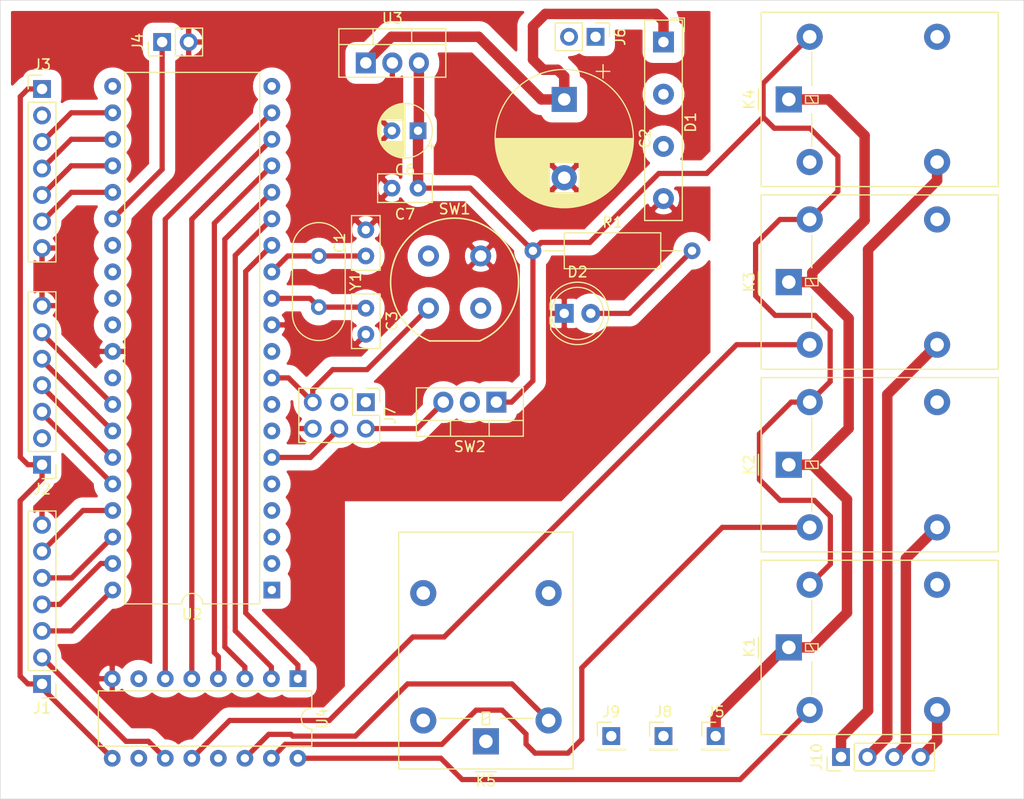
<source format=kicad_pcb>
(kicad_pcb (version 20171130) (host pcbnew "(5.1.2)-2")

  (general
    (thickness 1.6)
    (drawings 4)
    (tracks 200)
    (zones 0)
    (modules 29)
    (nets 49)
  )

  (page A4)
  (layers
    (0 F.Cu signal)
    (31 B.Cu signal)
    (32 B.Adhes user)
    (33 F.Adhes user)
    (34 B.Paste user)
    (35 F.Paste user)
    (36 B.SilkS user)
    (37 F.SilkS user)
    (38 B.Mask user)
    (39 F.Mask user)
    (40 Dwgs.User user)
    (41 Cmts.User user)
    (42 Eco1.User user)
    (43 Eco2.User user)
    (44 Edge.Cuts user)
    (45 Margin user)
    (46 B.CrtYd user)
    (47 F.CrtYd user)
    (48 B.Fab user)
    (49 F.Fab user)
  )

  (setup
    (last_trace_width 0.25)
    (user_trace_width 0.5)
    (user_trace_width 1)
    (user_trace_width 2)
    (user_trace_width 3)
    (user_trace_width 5)
    (trace_clearance 0.2)
    (zone_clearance 1)
    (zone_45_only no)
    (trace_min 0.2)
    (via_size 0.8)
    (via_drill 0.4)
    (via_min_size 0.4)
    (via_min_drill 0.3)
    (uvia_size 0.3)
    (uvia_drill 0.1)
    (uvias_allowed no)
    (uvia_min_size 0.2)
    (uvia_min_drill 0.1)
    (edge_width 0.05)
    (segment_width 0.2)
    (pcb_text_width 0.3)
    (pcb_text_size 1.5 1.5)
    (mod_edge_width 0.12)
    (mod_text_size 1 1)
    (mod_text_width 0.15)
    (pad_size 1.524 1.524)
    (pad_drill 0.762)
    (pad_to_mask_clearance 0.051)
    (solder_mask_min_width 0.25)
    (aux_axis_origin 0 0)
    (visible_elements 7FFDFFFF)
    (pcbplotparams
      (layerselection 0x00000_7fffffff)
      (usegerberextensions false)
      (usegerberattributes false)
      (usegerberadvancedattributes false)
      (creategerberjobfile false)
      (excludeedgelayer true)
      (linewidth 0.100000)
      (plotframeref false)
      (viasonmask false)
      (mode 1)
      (useauxorigin false)
      (hpglpennumber 1)
      (hpglpenspeed 20)
      (hpglpendiameter 15.000000)
      (psnegative false)
      (psa4output false)
      (plotreference true)
      (plotvalue true)
      (plotinvisibletext false)
      (padsonsilk false)
      (subtractmaskfromsilk false)
      (outputformat 1)
      (mirror false)
      (drillshape 0)
      (scaleselection 1)
      (outputdirectory ""))
  )

  (net 0 "")
  (net 1 "Net-(C1-Pad1)")
  (net 2 GND)
  (net 3 "Net-(C2-Pad1)")
  (net 4 "Net-(C3-Pad1)")
  (net 5 +5V)
  (net 6 "Net-(D1-Pad3)")
  (net 7 "Net-(D1-Pad2)")
  (net 8 "Net-(D2-Pad2)")
  (net 9 SwitchA1)
  (net 10 TopA1)
  (net 11 MiddleA1)
  (net 12 BottomA1)
  (net 13 BottomA2)
  (net 14 MiddleA2)
  (net 15 TopA2)
  (net 16 SwitchA2)
  (net 17 BuzzerB)
  (net 18 SwitchB)
  (net 19 TopB)
  (net 20 MiddleB)
  (net 21 BottomB)
  (net 22 PowerDetectionForB)
  (net 23 Line)
  (net 24 MISO)
  (net 25 "Net-(J7-Pad2)")
  (net 26 SCK)
  (net 27 MOSI)
  (net 28 Reset)
  (net 29 "Net-(J8-Pad1)")
  (net 30 SelectedMotorSupply)
  (net 31 SupplySelectorA-B)
  (net 32 SupplySelectorA1-A2)
  (net 33 MotorRelay)
  (net 34 ValveRelayA-B)
  (net 35 ValveRelayA1-A2)
  (net 36 "Net-(SW2-Pad2)")
  (net 37 "Net-(U2-Pad21)")
  (net 38 "Net-(U2-Pad14)")
  (net 39 "Net-(U2-Pad15)")
  (net 40 "Net-(U2-Pad16)")
  (net 41 "Net-(U2-Pad17)")
  (net 42 "Net-(U2-Pad18)")
  (net 43 "Net-(U2-Pad19)")
  (net 44 BuzzerA)
  (net 45 "Net-(J10-Pad1)")
  (net 46 "Net-(J10-Pad2)")
  (net 47 "Net-(J10-Pad3)")
  (net 48 "Net-(J10-Pad4)")

  (net_class Default "This is the default net class."
    (clearance 0.2)
    (trace_width 0.25)
    (via_dia 0.8)
    (via_drill 0.4)
    (uvia_dia 0.3)
    (uvia_drill 0.1)
    (add_net +5V)
    (add_net BottomA1)
    (add_net BottomA2)
    (add_net BottomB)
    (add_net BuzzerA)
    (add_net BuzzerB)
    (add_net GND)
    (add_net Line)
    (add_net MISO)
    (add_net MOSI)
    (add_net MiddleA1)
    (add_net MiddleA2)
    (add_net MiddleB)
    (add_net MotorRelay)
    (add_net "Net-(C1-Pad1)")
    (add_net "Net-(C2-Pad1)")
    (add_net "Net-(C3-Pad1)")
    (add_net "Net-(D1-Pad2)")
    (add_net "Net-(D1-Pad3)")
    (add_net "Net-(D2-Pad2)")
    (add_net "Net-(J10-Pad1)")
    (add_net "Net-(J10-Pad2)")
    (add_net "Net-(J10-Pad3)")
    (add_net "Net-(J10-Pad4)")
    (add_net "Net-(J7-Pad2)")
    (add_net "Net-(J8-Pad1)")
    (add_net "Net-(SW2-Pad2)")
    (add_net "Net-(U2-Pad14)")
    (add_net "Net-(U2-Pad15)")
    (add_net "Net-(U2-Pad16)")
    (add_net "Net-(U2-Pad17)")
    (add_net "Net-(U2-Pad18)")
    (add_net "Net-(U2-Pad19)")
    (add_net "Net-(U2-Pad21)")
    (add_net PowerDetectionForB)
    (add_net Reset)
    (add_net SCK)
    (add_net SelectedMotorSupply)
    (add_net SupplySelectorA-B)
    (add_net SupplySelectorA1-A2)
    (add_net SwitchA1)
    (add_net SwitchA2)
    (add_net SwitchB)
    (add_net TopA1)
    (add_net TopA2)
    (add_net TopB)
    (add_net ValveRelayA-B)
    (add_net ValveRelayA1-A2)
  )

  (module Package_DIP:DIP-40_W15.24mm (layer F.Cu) (tedit 5A02E8C5) (tstamp 5E62FAD3)
    (at 70.5 93.5 180)
    (descr "40-lead though-hole mounted DIP package, row spacing 15.24 mm (600 mils)")
    (tags "THT DIP DIL PDIP 2.54mm 15.24mm 600mil")
    (path /5E64A0CE)
    (fp_text reference U2 (at 7.62 -2.33) (layer F.SilkS)
      (effects (font (size 1 1) (thickness 0.15)))
    )
    (fp_text value ATmega8535-16PU (at 7.62 50.59) (layer F.Fab)
      (effects (font (size 1 1) (thickness 0.15)))
    )
    (fp_arc (start 7.62 -1.33) (end 6.62 -1.33) (angle -180) (layer F.SilkS) (width 0.12))
    (fp_line (start 1.255 -1.27) (end 14.985 -1.27) (layer F.Fab) (width 0.1))
    (fp_line (start 14.985 -1.27) (end 14.985 49.53) (layer F.Fab) (width 0.1))
    (fp_line (start 14.985 49.53) (end 0.255 49.53) (layer F.Fab) (width 0.1))
    (fp_line (start 0.255 49.53) (end 0.255 -0.27) (layer F.Fab) (width 0.1))
    (fp_line (start 0.255 -0.27) (end 1.255 -1.27) (layer F.Fab) (width 0.1))
    (fp_line (start 6.62 -1.33) (end 1.16 -1.33) (layer F.SilkS) (width 0.12))
    (fp_line (start 1.16 -1.33) (end 1.16 49.59) (layer F.SilkS) (width 0.12))
    (fp_line (start 1.16 49.59) (end 14.08 49.59) (layer F.SilkS) (width 0.12))
    (fp_line (start 14.08 49.59) (end 14.08 -1.33) (layer F.SilkS) (width 0.12))
    (fp_line (start 14.08 -1.33) (end 8.62 -1.33) (layer F.SilkS) (width 0.12))
    (fp_line (start -1.05 -1.55) (end -1.05 49.8) (layer F.CrtYd) (width 0.05))
    (fp_line (start -1.05 49.8) (end 16.3 49.8) (layer F.CrtYd) (width 0.05))
    (fp_line (start 16.3 49.8) (end 16.3 -1.55) (layer F.CrtYd) (width 0.05))
    (fp_line (start 16.3 -1.55) (end -1.05 -1.55) (layer F.CrtYd) (width 0.05))
    (fp_text user %R (at 7.62 24.13) (layer F.Fab)
      (effects (font (size 1 1) (thickness 0.15)))
    )
    (pad 1 thru_hole rect (at 0 0 180) (size 1.6 1.6) (drill 0.8) (layers *.Cu *.Mask))
    (pad 21 thru_hole oval (at 15.24 48.26 180) (size 1.6 1.6) (drill 0.8) (layers *.Cu *.Mask)
      (net 37 "Net-(U2-Pad21)"))
    (pad 2 thru_hole oval (at 0 2.54 180) (size 1.6 1.6) (drill 0.8) (layers *.Cu *.Mask))
    (pad 22 thru_hole oval (at 15.24 45.72 180) (size 1.6 1.6) (drill 0.8) (layers *.Cu *.Mask)
      (net 18 SwitchB))
    (pad 3 thru_hole oval (at 0 5.08 180) (size 1.6 1.6) (drill 0.8) (layers *.Cu *.Mask))
    (pad 23 thru_hole oval (at 15.24 43.18 180) (size 1.6 1.6) (drill 0.8) (layers *.Cu *.Mask)
      (net 19 TopB))
    (pad 4 thru_hole oval (at 0 7.62 180) (size 1.6 1.6) (drill 0.8) (layers *.Cu *.Mask))
    (pad 24 thru_hole oval (at 15.24 40.64 180) (size 1.6 1.6) (drill 0.8) (layers *.Cu *.Mask)
      (net 20 MiddleB))
    (pad 5 thru_hole oval (at 0 10.16 180) (size 1.6 1.6) (drill 0.8) (layers *.Cu *.Mask))
    (pad 25 thru_hole oval (at 15.24 38.1 180) (size 1.6 1.6) (drill 0.8) (layers *.Cu *.Mask)
      (net 21 BottomB))
    (pad 6 thru_hole oval (at 0 12.7 180) (size 1.6 1.6) (drill 0.8) (layers *.Cu *.Mask)
      (net 27 MOSI))
    (pad 26 thru_hole oval (at 15.24 35.56 180) (size 1.6 1.6) (drill 0.8) (layers *.Cu *.Mask)
      (net 22 PowerDetectionForB))
    (pad 7 thru_hole oval (at 0 15.24 180) (size 1.6 1.6) (drill 0.8) (layers *.Cu *.Mask)
      (net 24 MISO))
    (pad 27 thru_hole oval (at 15.24 33.02 180) (size 1.6 1.6) (drill 0.8) (layers *.Cu *.Mask))
    (pad 8 thru_hole oval (at 0 17.78 180) (size 1.6 1.6) (drill 0.8) (layers *.Cu *.Mask)
      (net 26 SCK))
    (pad 28 thru_hole oval (at 15.24 30.48 180) (size 1.6 1.6) (drill 0.8) (layers *.Cu *.Mask))
    (pad 9 thru_hole oval (at 0 20.32 180) (size 1.6 1.6) (drill 0.8) (layers *.Cu *.Mask)
      (net 28 Reset))
    (pad 29 thru_hole oval (at 15.24 27.94 180) (size 1.6 1.6) (drill 0.8) (layers *.Cu *.Mask))
    (pad 10 thru_hole oval (at 0 22.86 180) (size 1.6 1.6) (drill 0.8) (layers *.Cu *.Mask)
      (net 36 "Net-(SW2-Pad2)"))
    (pad 30 thru_hole oval (at 15.24 25.4 180) (size 1.6 1.6) (drill 0.8) (layers *.Cu *.Mask)
      (net 36 "Net-(SW2-Pad2)"))
    (pad 11 thru_hole oval (at 0 25.4 180) (size 1.6 1.6) (drill 0.8) (layers *.Cu *.Mask)
      (net 2 GND))
    (pad 31 thru_hole oval (at 15.24 22.86 180) (size 1.6 1.6) (drill 0.8) (layers *.Cu *.Mask)
      (net 2 GND))
    (pad 12 thru_hole oval (at 0 27.94 180) (size 1.6 1.6) (drill 0.8) (layers *.Cu *.Mask)
      (net 4 "Net-(C3-Pad1)"))
    (pad 32 thru_hole oval (at 15.24 20.32 180) (size 1.6 1.6) (drill 0.8) (layers *.Cu *.Mask))
    (pad 13 thru_hole oval (at 0 30.48 180) (size 1.6 1.6) (drill 0.8) (layers *.Cu *.Mask)
      (net 1 "Net-(C1-Pad1)"))
    (pad 33 thru_hole oval (at 15.24 17.78 180) (size 1.6 1.6) (drill 0.8) (layers *.Cu *.Mask)
      (net 13 BottomA2))
    (pad 14 thru_hole oval (at 0 33.02 180) (size 1.6 1.6) (drill 0.8) (layers *.Cu *.Mask)
      (net 38 "Net-(U2-Pad14)"))
    (pad 34 thru_hole oval (at 15.24 15.24 180) (size 1.6 1.6) (drill 0.8) (layers *.Cu *.Mask)
      (net 14 MiddleA2))
    (pad 15 thru_hole oval (at 0 35.56 180) (size 1.6 1.6) (drill 0.8) (layers *.Cu *.Mask)
      (net 39 "Net-(U2-Pad15)"))
    (pad 35 thru_hole oval (at 15.24 12.7 180) (size 1.6 1.6) (drill 0.8) (layers *.Cu *.Mask)
      (net 15 TopA2))
    (pad 16 thru_hole oval (at 0 38.1 180) (size 1.6 1.6) (drill 0.8) (layers *.Cu *.Mask)
      (net 40 "Net-(U2-Pad16)"))
    (pad 36 thru_hole oval (at 15.24 10.16 180) (size 1.6 1.6) (drill 0.8) (layers *.Cu *.Mask)
      (net 16 SwitchA2))
    (pad 17 thru_hole oval (at 0 40.64 180) (size 1.6 1.6) (drill 0.8) (layers *.Cu *.Mask)
      (net 41 "Net-(U2-Pad17)"))
    (pad 37 thru_hole oval (at 15.24 7.62 180) (size 1.6 1.6) (drill 0.8) (layers *.Cu *.Mask)
      (net 12 BottomA1))
    (pad 18 thru_hole oval (at 0 43.18 180) (size 1.6 1.6) (drill 0.8) (layers *.Cu *.Mask)
      (net 42 "Net-(U2-Pad18)"))
    (pad 38 thru_hole oval (at 15.24 5.08 180) (size 1.6 1.6) (drill 0.8) (layers *.Cu *.Mask)
      (net 11 MiddleA1))
    (pad 19 thru_hole oval (at 0 45.72 180) (size 1.6 1.6) (drill 0.8) (layers *.Cu *.Mask)
      (net 43 "Net-(U2-Pad19)"))
    (pad 39 thru_hole oval (at 15.24 2.54 180) (size 1.6 1.6) (drill 0.8) (layers *.Cu *.Mask)
      (net 10 TopA1))
    (pad 20 thru_hole oval (at 0 48.26 180) (size 1.6 1.6) (drill 0.8) (layers *.Cu *.Mask))
    (pad 40 thru_hole oval (at 15.24 0 180) (size 1.6 1.6) (drill 0.8) (layers *.Cu *.Mask)
      (net 9 SwitchA1))
    (model ${KISYS3DMOD}/Package_DIP.3dshapes/DIP-40_W15.24mm.wrl
      (at (xyz 0 0 0))
      (scale (xyz 1 1 1))
      (rotate (xyz 0 0 0))
    )
  )

  (module Connector_PinHeader_2.54mm:PinHeader_1x07_P2.54mm_Vertical (layer F.Cu) (tedit 59FED5CC) (tstamp 5E63987A)
    (at 48.5 45.5)
    (descr "Through hole straight pin header, 1x07, 2.54mm pitch, single row")
    (tags "Through hole pin header THT 1x07 2.54mm single row")
    (path /5E7551BE)
    (fp_text reference J3 (at 0 -2.33) (layer F.SilkS)
      (effects (font (size 1 1) (thickness 0.15)))
    )
    (fp_text value Conn_01x07_Male (at 0 17.57) (layer F.Fab)
      (effects (font (size 1 1) (thickness 0.15)))
    )
    (fp_text user %R (at 0 7.62 90) (layer F.Fab)
      (effects (font (size 1 1) (thickness 0.15)))
    )
    (fp_line (start 1.8 -1.8) (end -1.8 -1.8) (layer F.CrtYd) (width 0.05))
    (fp_line (start 1.8 17.05) (end 1.8 -1.8) (layer F.CrtYd) (width 0.05))
    (fp_line (start -1.8 17.05) (end 1.8 17.05) (layer F.CrtYd) (width 0.05))
    (fp_line (start -1.8 -1.8) (end -1.8 17.05) (layer F.CrtYd) (width 0.05))
    (fp_line (start -1.33 -1.33) (end 0 -1.33) (layer F.SilkS) (width 0.12))
    (fp_line (start -1.33 0) (end -1.33 -1.33) (layer F.SilkS) (width 0.12))
    (fp_line (start -1.33 1.27) (end 1.33 1.27) (layer F.SilkS) (width 0.12))
    (fp_line (start 1.33 1.27) (end 1.33 16.57) (layer F.SilkS) (width 0.12))
    (fp_line (start -1.33 1.27) (end -1.33 16.57) (layer F.SilkS) (width 0.12))
    (fp_line (start -1.33 16.57) (end 1.33 16.57) (layer F.SilkS) (width 0.12))
    (fp_line (start -1.27 -0.635) (end -0.635 -1.27) (layer F.Fab) (width 0.1))
    (fp_line (start -1.27 16.51) (end -1.27 -0.635) (layer F.Fab) (width 0.1))
    (fp_line (start 1.27 16.51) (end -1.27 16.51) (layer F.Fab) (width 0.1))
    (fp_line (start 1.27 -1.27) (end 1.27 16.51) (layer F.Fab) (width 0.1))
    (fp_line (start -0.635 -1.27) (end 1.27 -1.27) (layer F.Fab) (width 0.1))
    (pad 7 thru_hole oval (at 0 15.24) (size 1.7 1.7) (drill 1) (layers *.Cu *.Mask)
      (net 2 GND))
    (pad 6 thru_hole oval (at 0 12.7) (size 1.7 1.7) (drill 1) (layers *.Cu *.Mask)
      (net 21 BottomB))
    (pad 5 thru_hole oval (at 0 10.16) (size 1.7 1.7) (drill 1) (layers *.Cu *.Mask)
      (net 20 MiddleB))
    (pad 4 thru_hole oval (at 0 7.62) (size 1.7 1.7) (drill 1) (layers *.Cu *.Mask)
      (net 19 TopB))
    (pad 3 thru_hole oval (at 0 5.08) (size 1.7 1.7) (drill 1) (layers *.Cu *.Mask)
      (net 18 SwitchB))
    (pad 2 thru_hole oval (at 0 2.54) (size 1.7 1.7) (drill 1) (layers *.Cu *.Mask)
      (net 17 BuzzerB))
    (pad 1 thru_hole rect (at 0 0) (size 1.7 1.7) (drill 1) (layers *.Cu *.Mask)
      (net 5 +5V))
    (model ${KISYS3DMOD}/Connector_PinHeader_2.54mm.3dshapes/PinHeader_1x07_P2.54mm_Vertical.wrl
      (at (xyz 0 0 0))
      (scale (xyz 1 1 1))
      (rotate (xyz 0 0 0))
    )
  )

  (module Connector_PinHeader_2.54mm:PinHeader_1x07_P2.54mm_Vertical (layer F.Cu) (tedit 59FED5CC) (tstamp 5E639E7D)
    (at 48.5 81.5 180)
    (descr "Through hole straight pin header, 1x07, 2.54mm pitch, single row")
    (tags "Through hole pin header THT 1x07 2.54mm single row")
    (path /5E74DA5C)
    (fp_text reference J2 (at 0 -2.33) (layer F.SilkS)
      (effects (font (size 1 1) (thickness 0.15)))
    )
    (fp_text value Conn_01x07_Male (at 0 17.57) (layer F.Fab)
      (effects (font (size 1 1) (thickness 0.15)))
    )
    (fp_text user %R (at 0 7.62 90) (layer F.Fab)
      (effects (font (size 1 1) (thickness 0.15)))
    )
    (fp_line (start 1.8 -1.8) (end -1.8 -1.8) (layer F.CrtYd) (width 0.05))
    (fp_line (start 1.8 17.05) (end 1.8 -1.8) (layer F.CrtYd) (width 0.05))
    (fp_line (start -1.8 17.05) (end 1.8 17.05) (layer F.CrtYd) (width 0.05))
    (fp_line (start -1.8 -1.8) (end -1.8 17.05) (layer F.CrtYd) (width 0.05))
    (fp_line (start -1.33 -1.33) (end 0 -1.33) (layer F.SilkS) (width 0.12))
    (fp_line (start -1.33 0) (end -1.33 -1.33) (layer F.SilkS) (width 0.12))
    (fp_line (start -1.33 1.27) (end 1.33 1.27) (layer F.SilkS) (width 0.12))
    (fp_line (start 1.33 1.27) (end 1.33 16.57) (layer F.SilkS) (width 0.12))
    (fp_line (start -1.33 1.27) (end -1.33 16.57) (layer F.SilkS) (width 0.12))
    (fp_line (start -1.33 16.57) (end 1.33 16.57) (layer F.SilkS) (width 0.12))
    (fp_line (start -1.27 -0.635) (end -0.635 -1.27) (layer F.Fab) (width 0.1))
    (fp_line (start -1.27 16.51) (end -1.27 -0.635) (layer F.Fab) (width 0.1))
    (fp_line (start 1.27 16.51) (end -1.27 16.51) (layer F.Fab) (width 0.1))
    (fp_line (start 1.27 -1.27) (end 1.27 16.51) (layer F.Fab) (width 0.1))
    (fp_line (start -0.635 -1.27) (end 1.27 -1.27) (layer F.Fab) (width 0.1))
    (pad 7 thru_hole oval (at 0 15.24 180) (size 1.7 1.7) (drill 1) (layers *.Cu *.Mask)
      (net 2 GND))
    (pad 6 thru_hole oval (at 0 12.7 180) (size 1.7 1.7) (drill 1) (layers *.Cu *.Mask)
      (net 13 BottomA2))
    (pad 5 thru_hole oval (at 0 10.16 180) (size 1.7 1.7) (drill 1) (layers *.Cu *.Mask)
      (net 14 MiddleA2))
    (pad 4 thru_hole oval (at 0 7.62 180) (size 1.7 1.7) (drill 1) (layers *.Cu *.Mask)
      (net 15 TopA2))
    (pad 3 thru_hole oval (at 0 5.08 180) (size 1.7 1.7) (drill 1) (layers *.Cu *.Mask)
      (net 16 SwitchA2))
    (pad 2 thru_hole oval (at 0 2.54 180) (size 1.7 1.7) (drill 1) (layers *.Cu *.Mask)
      (net 44 BuzzerA))
    (pad 1 thru_hole rect (at 0 0 180) (size 1.7 1.7) (drill 1) (layers *.Cu *.Mask)
      (net 5 +5V))
    (model ${KISYS3DMOD}/Connector_PinHeader_2.54mm.3dshapes/PinHeader_1x07_P2.54mm_Vertical.wrl
      (at (xyz 0 0 0))
      (scale (xyz 1 1 1))
      (rotate (xyz 0 0 0))
    )
  )

  (module Connector_PinHeader_2.54mm:PinHeader_1x07_P2.54mm_Vertical (layer F.Cu) (tedit 59FED5CC) (tstamp 5E639844)
    (at 48.5 102.5 180)
    (descr "Through hole straight pin header, 1x07, 2.54mm pitch, single row")
    (tags "Through hole pin header THT 1x07 2.54mm single row")
    (path /5E7458A2)
    (fp_text reference J1 (at 0 -2.33) (layer F.SilkS)
      (effects (font (size 1 1) (thickness 0.15)))
    )
    (fp_text value Conn_01x07_Male (at 0 17.57) (layer F.Fab)
      (effects (font (size 1 1) (thickness 0.15)))
    )
    (fp_text user %R (at 0 7.62 90) (layer F.Fab)
      (effects (font (size 1 1) (thickness 0.15)))
    )
    (fp_line (start 1.8 -1.8) (end -1.8 -1.8) (layer F.CrtYd) (width 0.05))
    (fp_line (start 1.8 17.05) (end 1.8 -1.8) (layer F.CrtYd) (width 0.05))
    (fp_line (start -1.8 17.05) (end 1.8 17.05) (layer F.CrtYd) (width 0.05))
    (fp_line (start -1.8 -1.8) (end -1.8 17.05) (layer F.CrtYd) (width 0.05))
    (fp_line (start -1.33 -1.33) (end 0 -1.33) (layer F.SilkS) (width 0.12))
    (fp_line (start -1.33 0) (end -1.33 -1.33) (layer F.SilkS) (width 0.12))
    (fp_line (start -1.33 1.27) (end 1.33 1.27) (layer F.SilkS) (width 0.12))
    (fp_line (start 1.33 1.27) (end 1.33 16.57) (layer F.SilkS) (width 0.12))
    (fp_line (start -1.33 1.27) (end -1.33 16.57) (layer F.SilkS) (width 0.12))
    (fp_line (start -1.33 16.57) (end 1.33 16.57) (layer F.SilkS) (width 0.12))
    (fp_line (start -1.27 -0.635) (end -0.635 -1.27) (layer F.Fab) (width 0.1))
    (fp_line (start -1.27 16.51) (end -1.27 -0.635) (layer F.Fab) (width 0.1))
    (fp_line (start 1.27 16.51) (end -1.27 16.51) (layer F.Fab) (width 0.1))
    (fp_line (start 1.27 -1.27) (end 1.27 16.51) (layer F.Fab) (width 0.1))
    (fp_line (start -0.635 -1.27) (end 1.27 -1.27) (layer F.Fab) (width 0.1))
    (pad 7 thru_hole oval (at 0 15.24 180) (size 1.7 1.7) (drill 1) (layers *.Cu *.Mask)
      (net 2 GND))
    (pad 6 thru_hole oval (at 0 12.7 180) (size 1.7 1.7) (drill 1) (layers *.Cu *.Mask)
      (net 12 BottomA1))
    (pad 5 thru_hole oval (at 0 10.16 180) (size 1.7 1.7) (drill 1) (layers *.Cu *.Mask)
      (net 11 MiddleA1))
    (pad 4 thru_hole oval (at 0 7.62 180) (size 1.7 1.7) (drill 1) (layers *.Cu *.Mask)
      (net 10 TopA1))
    (pad 3 thru_hole oval (at 0 5.08 180) (size 1.7 1.7) (drill 1) (layers *.Cu *.Mask)
      (net 9 SwitchA1))
    (pad 2 thru_hole oval (at 0 2.54 180) (size 1.7 1.7) (drill 1) (layers *.Cu *.Mask)
      (net 44 BuzzerA))
    (pad 1 thru_hole rect (at 0 0 180) (size 1.7 1.7) (drill 1) (layers *.Cu *.Mask)
      (net 5 +5V))
    (model ${KISYS3DMOD}/Connector_PinHeader_2.54mm.3dshapes/PinHeader_1x07_P2.54mm_Vertical.wrl
      (at (xyz 0 0 0))
      (scale (xyz 1 1 1))
      (rotate (xyz 0 0 0))
    )
  )

  (module Capacitor_THT:C_Disc_D5.0mm_W2.5mm_P2.50mm (layer F.Cu) (tedit 5AE50EF0) (tstamp 5E6312EE)
    (at 79.5 61.5 90)
    (descr "C, Disc series, Radial, pin pitch=2.50mm, , diameter*width=5*2.5mm^2, Capacitor, http://cdn-reichelt.de/documents/datenblatt/B300/DS_KERKO_TC.pdf")
    (tags "C Disc series Radial pin pitch 2.50mm  diameter 5mm width 2.5mm Capacitor")
    (path /5E64EE05)
    (fp_text reference C1 (at 1.25 -2.5 90) (layer F.SilkS)
      (effects (font (size 1 1) (thickness 0.15)))
    )
    (fp_text value 20pF (at 1.25 2.5 90) (layer F.Fab)
      (effects (font (size 1 1) (thickness 0.15)))
    )
    (fp_line (start -1.25 -1.25) (end -1.25 1.25) (layer F.Fab) (width 0.1))
    (fp_line (start -1.25 1.25) (end 3.75 1.25) (layer F.Fab) (width 0.1))
    (fp_line (start 3.75 1.25) (end 3.75 -1.25) (layer F.Fab) (width 0.1))
    (fp_line (start 3.75 -1.25) (end -1.25 -1.25) (layer F.Fab) (width 0.1))
    (fp_line (start -1.37 -1.37) (end 3.87 -1.37) (layer F.SilkS) (width 0.12))
    (fp_line (start -1.37 1.37) (end 3.87 1.37) (layer F.SilkS) (width 0.12))
    (fp_line (start -1.37 -1.37) (end -1.37 1.37) (layer F.SilkS) (width 0.12))
    (fp_line (start 3.87 -1.37) (end 3.87 1.37) (layer F.SilkS) (width 0.12))
    (fp_line (start -1.5 -1.5) (end -1.5 1.5) (layer F.CrtYd) (width 0.05))
    (fp_line (start -1.5 1.5) (end 4 1.5) (layer F.CrtYd) (width 0.05))
    (fp_line (start 4 1.5) (end 4 -1.5) (layer F.CrtYd) (width 0.05))
    (fp_line (start 4 -1.5) (end -1.5 -1.5) (layer F.CrtYd) (width 0.05))
    (fp_text user %R (at 1.25 0 90) (layer F.Fab)
      (effects (font (size 1 1) (thickness 0.15)))
    )
    (pad 1 thru_hole circle (at 0 0 90) (size 1.6 1.6) (drill 0.8) (layers *.Cu *.Mask)
      (net 1 "Net-(C1-Pad1)"))
    (pad 2 thru_hole circle (at 2.5 0 90) (size 1.6 1.6) (drill 0.8) (layers *.Cu *.Mask)
      (net 2 GND))
    (model ${KISYS3DMOD}/Capacitor_THT.3dshapes/C_Disc_D5.0mm_W2.5mm_P2.50mm.wrl
      (at (xyz 0 0 0))
      (scale (xyz 1 1 1))
      (rotate (xyz 0 0 0))
    )
  )

  (module Capacitor_THT:CP_Radial_D13.0mm_P7.50mm (layer F.Cu) (tedit 5AE50EF1) (tstamp 5E62F748)
    (at 98.5 46.5 270)
    (descr "CP, Radial series, Radial, pin pitch=7.50mm, , diameter=13mm, Electrolytic Capacitor")
    (tags "CP Radial series Radial pin pitch 7.50mm  diameter 13mm Electrolytic Capacitor")
    (path /5E629A7E)
    (fp_text reference C2 (at 3.75 -7.75 90) (layer F.SilkS)
      (effects (font (size 1 1) (thickness 0.15)))
    )
    (fp_text value 2200uF (at 3.75 7.75 90) (layer F.Fab)
      (effects (font (size 1 1) (thickness 0.15)))
    )
    (fp_circle (center 3.75 0) (end 10.25 0) (layer F.Fab) (width 0.1))
    (fp_circle (center 3.75 0) (end 10.37 0) (layer F.SilkS) (width 0.12))
    (fp_circle (center 3.75 0) (end 10.5 0) (layer F.CrtYd) (width 0.05))
    (fp_line (start -1.832015 -2.8475) (end -0.532015 -2.8475) (layer F.Fab) (width 0.1))
    (fp_line (start -1.182015 -3.4975) (end -1.182015 -2.1975) (layer F.Fab) (width 0.1))
    (fp_line (start 3.75 -6.58) (end 3.75 6.58) (layer F.SilkS) (width 0.12))
    (fp_line (start 3.79 -6.58) (end 3.79 6.58) (layer F.SilkS) (width 0.12))
    (fp_line (start 3.83 -6.58) (end 3.83 6.58) (layer F.SilkS) (width 0.12))
    (fp_line (start 3.87 -6.579) (end 3.87 6.579) (layer F.SilkS) (width 0.12))
    (fp_line (start 3.91 -6.579) (end 3.91 6.579) (layer F.SilkS) (width 0.12))
    (fp_line (start 3.95 -6.577) (end 3.95 6.577) (layer F.SilkS) (width 0.12))
    (fp_line (start 3.99 -6.576) (end 3.99 6.576) (layer F.SilkS) (width 0.12))
    (fp_line (start 4.03 -6.575) (end 4.03 6.575) (layer F.SilkS) (width 0.12))
    (fp_line (start 4.07 -6.573) (end 4.07 6.573) (layer F.SilkS) (width 0.12))
    (fp_line (start 4.11 -6.571) (end 4.11 6.571) (layer F.SilkS) (width 0.12))
    (fp_line (start 4.15 -6.568) (end 4.15 6.568) (layer F.SilkS) (width 0.12))
    (fp_line (start 4.19 -6.566) (end 4.19 6.566) (layer F.SilkS) (width 0.12))
    (fp_line (start 4.23 -6.563) (end 4.23 6.563) (layer F.SilkS) (width 0.12))
    (fp_line (start 4.27 -6.56) (end 4.27 6.56) (layer F.SilkS) (width 0.12))
    (fp_line (start 4.31 -6.557) (end 4.31 6.557) (layer F.SilkS) (width 0.12))
    (fp_line (start 4.35 -6.553) (end 4.35 6.553) (layer F.SilkS) (width 0.12))
    (fp_line (start 4.39 -6.549) (end 4.39 6.549) (layer F.SilkS) (width 0.12))
    (fp_line (start 4.43 -6.545) (end 4.43 6.545) (layer F.SilkS) (width 0.12))
    (fp_line (start 4.471 -6.541) (end 4.471 6.541) (layer F.SilkS) (width 0.12))
    (fp_line (start 4.511 -6.537) (end 4.511 6.537) (layer F.SilkS) (width 0.12))
    (fp_line (start 4.551 -6.532) (end 4.551 6.532) (layer F.SilkS) (width 0.12))
    (fp_line (start 4.591 -6.527) (end 4.591 6.527) (layer F.SilkS) (width 0.12))
    (fp_line (start 4.631 -6.522) (end 4.631 6.522) (layer F.SilkS) (width 0.12))
    (fp_line (start 4.671 -6.516) (end 4.671 6.516) (layer F.SilkS) (width 0.12))
    (fp_line (start 4.711 -6.511) (end 4.711 6.511) (layer F.SilkS) (width 0.12))
    (fp_line (start 4.751 -6.505) (end 4.751 6.505) (layer F.SilkS) (width 0.12))
    (fp_line (start 4.791 -6.498) (end 4.791 6.498) (layer F.SilkS) (width 0.12))
    (fp_line (start 4.831 -6.492) (end 4.831 6.492) (layer F.SilkS) (width 0.12))
    (fp_line (start 4.871 -6.485) (end 4.871 6.485) (layer F.SilkS) (width 0.12))
    (fp_line (start 4.911 -6.478) (end 4.911 6.478) (layer F.SilkS) (width 0.12))
    (fp_line (start 4.951 -6.471) (end 4.951 6.471) (layer F.SilkS) (width 0.12))
    (fp_line (start 4.991 -6.463) (end 4.991 6.463) (layer F.SilkS) (width 0.12))
    (fp_line (start 5.031 -6.456) (end 5.031 6.456) (layer F.SilkS) (width 0.12))
    (fp_line (start 5.071 -6.448) (end 5.071 6.448) (layer F.SilkS) (width 0.12))
    (fp_line (start 5.111 -6.439) (end 5.111 6.439) (layer F.SilkS) (width 0.12))
    (fp_line (start 5.151 -6.431) (end 5.151 6.431) (layer F.SilkS) (width 0.12))
    (fp_line (start 5.191 -6.422) (end 5.191 6.422) (layer F.SilkS) (width 0.12))
    (fp_line (start 5.231 -6.413) (end 5.231 6.413) (layer F.SilkS) (width 0.12))
    (fp_line (start 5.271 -6.404) (end 5.271 6.404) (layer F.SilkS) (width 0.12))
    (fp_line (start 5.311 -6.394) (end 5.311 6.394) (layer F.SilkS) (width 0.12))
    (fp_line (start 5.351 -6.384) (end 5.351 6.384) (layer F.SilkS) (width 0.12))
    (fp_line (start 5.391 -6.374) (end 5.391 6.374) (layer F.SilkS) (width 0.12))
    (fp_line (start 5.431 -6.364) (end 5.431 6.364) (layer F.SilkS) (width 0.12))
    (fp_line (start 5.471 -6.353) (end 5.471 6.353) (layer F.SilkS) (width 0.12))
    (fp_line (start 5.511 -6.342) (end 5.511 6.342) (layer F.SilkS) (width 0.12))
    (fp_line (start 5.551 -6.331) (end 5.551 6.331) (layer F.SilkS) (width 0.12))
    (fp_line (start 5.591 -6.32) (end 5.591 6.32) (layer F.SilkS) (width 0.12))
    (fp_line (start 5.631 -6.308) (end 5.631 6.308) (layer F.SilkS) (width 0.12))
    (fp_line (start 5.671 -6.296) (end 5.671 6.296) (layer F.SilkS) (width 0.12))
    (fp_line (start 5.711 -6.284) (end 5.711 6.284) (layer F.SilkS) (width 0.12))
    (fp_line (start 5.751 -6.271) (end 5.751 6.271) (layer F.SilkS) (width 0.12))
    (fp_line (start 5.791 -6.258) (end 5.791 6.258) (layer F.SilkS) (width 0.12))
    (fp_line (start 5.831 -6.245) (end 5.831 6.245) (layer F.SilkS) (width 0.12))
    (fp_line (start 5.871 -6.232) (end 5.871 6.232) (layer F.SilkS) (width 0.12))
    (fp_line (start 5.911 -6.218) (end 5.911 6.218) (layer F.SilkS) (width 0.12))
    (fp_line (start 5.951 -6.204) (end 5.951 6.204) (layer F.SilkS) (width 0.12))
    (fp_line (start 5.991 -6.19) (end 5.991 6.19) (layer F.SilkS) (width 0.12))
    (fp_line (start 6.031 -6.175) (end 6.031 6.175) (layer F.SilkS) (width 0.12))
    (fp_line (start 6.071 -6.161) (end 6.071 -1.44) (layer F.SilkS) (width 0.12))
    (fp_line (start 6.071 1.44) (end 6.071 6.161) (layer F.SilkS) (width 0.12))
    (fp_line (start 6.111 -6.146) (end 6.111 -1.44) (layer F.SilkS) (width 0.12))
    (fp_line (start 6.111 1.44) (end 6.111 6.146) (layer F.SilkS) (width 0.12))
    (fp_line (start 6.151 -6.13) (end 6.151 -1.44) (layer F.SilkS) (width 0.12))
    (fp_line (start 6.151 1.44) (end 6.151 6.13) (layer F.SilkS) (width 0.12))
    (fp_line (start 6.191 -6.114) (end 6.191 -1.44) (layer F.SilkS) (width 0.12))
    (fp_line (start 6.191 1.44) (end 6.191 6.114) (layer F.SilkS) (width 0.12))
    (fp_line (start 6.231 -6.098) (end 6.231 -1.44) (layer F.SilkS) (width 0.12))
    (fp_line (start 6.231 1.44) (end 6.231 6.098) (layer F.SilkS) (width 0.12))
    (fp_line (start 6.271 -6.082) (end 6.271 -1.44) (layer F.SilkS) (width 0.12))
    (fp_line (start 6.271 1.44) (end 6.271 6.082) (layer F.SilkS) (width 0.12))
    (fp_line (start 6.311 -6.065) (end 6.311 -1.44) (layer F.SilkS) (width 0.12))
    (fp_line (start 6.311 1.44) (end 6.311 6.065) (layer F.SilkS) (width 0.12))
    (fp_line (start 6.351 -6.049) (end 6.351 -1.44) (layer F.SilkS) (width 0.12))
    (fp_line (start 6.351 1.44) (end 6.351 6.049) (layer F.SilkS) (width 0.12))
    (fp_line (start 6.391 -6.031) (end 6.391 -1.44) (layer F.SilkS) (width 0.12))
    (fp_line (start 6.391 1.44) (end 6.391 6.031) (layer F.SilkS) (width 0.12))
    (fp_line (start 6.431 -6.014) (end 6.431 -1.44) (layer F.SilkS) (width 0.12))
    (fp_line (start 6.431 1.44) (end 6.431 6.014) (layer F.SilkS) (width 0.12))
    (fp_line (start 6.471 -5.996) (end 6.471 -1.44) (layer F.SilkS) (width 0.12))
    (fp_line (start 6.471 1.44) (end 6.471 5.996) (layer F.SilkS) (width 0.12))
    (fp_line (start 6.511 -5.978) (end 6.511 -1.44) (layer F.SilkS) (width 0.12))
    (fp_line (start 6.511 1.44) (end 6.511 5.978) (layer F.SilkS) (width 0.12))
    (fp_line (start 6.551 -5.959) (end 6.551 -1.44) (layer F.SilkS) (width 0.12))
    (fp_line (start 6.551 1.44) (end 6.551 5.959) (layer F.SilkS) (width 0.12))
    (fp_line (start 6.591 -5.94) (end 6.591 -1.44) (layer F.SilkS) (width 0.12))
    (fp_line (start 6.591 1.44) (end 6.591 5.94) (layer F.SilkS) (width 0.12))
    (fp_line (start 6.631 -5.921) (end 6.631 -1.44) (layer F.SilkS) (width 0.12))
    (fp_line (start 6.631 1.44) (end 6.631 5.921) (layer F.SilkS) (width 0.12))
    (fp_line (start 6.671 -5.902) (end 6.671 -1.44) (layer F.SilkS) (width 0.12))
    (fp_line (start 6.671 1.44) (end 6.671 5.902) (layer F.SilkS) (width 0.12))
    (fp_line (start 6.711 -5.882) (end 6.711 -1.44) (layer F.SilkS) (width 0.12))
    (fp_line (start 6.711 1.44) (end 6.711 5.882) (layer F.SilkS) (width 0.12))
    (fp_line (start 6.751 -5.862) (end 6.751 -1.44) (layer F.SilkS) (width 0.12))
    (fp_line (start 6.751 1.44) (end 6.751 5.862) (layer F.SilkS) (width 0.12))
    (fp_line (start 6.791 -5.841) (end 6.791 -1.44) (layer F.SilkS) (width 0.12))
    (fp_line (start 6.791 1.44) (end 6.791 5.841) (layer F.SilkS) (width 0.12))
    (fp_line (start 6.831 -5.82) (end 6.831 -1.44) (layer F.SilkS) (width 0.12))
    (fp_line (start 6.831 1.44) (end 6.831 5.82) (layer F.SilkS) (width 0.12))
    (fp_line (start 6.871 -5.799) (end 6.871 -1.44) (layer F.SilkS) (width 0.12))
    (fp_line (start 6.871 1.44) (end 6.871 5.799) (layer F.SilkS) (width 0.12))
    (fp_line (start 6.911 -5.778) (end 6.911 -1.44) (layer F.SilkS) (width 0.12))
    (fp_line (start 6.911 1.44) (end 6.911 5.778) (layer F.SilkS) (width 0.12))
    (fp_line (start 6.951 -5.756) (end 6.951 -1.44) (layer F.SilkS) (width 0.12))
    (fp_line (start 6.951 1.44) (end 6.951 5.756) (layer F.SilkS) (width 0.12))
    (fp_line (start 6.991 -5.733) (end 6.991 -1.44) (layer F.SilkS) (width 0.12))
    (fp_line (start 6.991 1.44) (end 6.991 5.733) (layer F.SilkS) (width 0.12))
    (fp_line (start 7.031 -5.711) (end 7.031 -1.44) (layer F.SilkS) (width 0.12))
    (fp_line (start 7.031 1.44) (end 7.031 5.711) (layer F.SilkS) (width 0.12))
    (fp_line (start 7.071 -5.688) (end 7.071 -1.44) (layer F.SilkS) (width 0.12))
    (fp_line (start 7.071 1.44) (end 7.071 5.688) (layer F.SilkS) (width 0.12))
    (fp_line (start 7.111 -5.664) (end 7.111 -1.44) (layer F.SilkS) (width 0.12))
    (fp_line (start 7.111 1.44) (end 7.111 5.664) (layer F.SilkS) (width 0.12))
    (fp_line (start 7.151 -5.641) (end 7.151 -1.44) (layer F.SilkS) (width 0.12))
    (fp_line (start 7.151 1.44) (end 7.151 5.641) (layer F.SilkS) (width 0.12))
    (fp_line (start 7.191 -5.617) (end 7.191 -1.44) (layer F.SilkS) (width 0.12))
    (fp_line (start 7.191 1.44) (end 7.191 5.617) (layer F.SilkS) (width 0.12))
    (fp_line (start 7.231 -5.592) (end 7.231 -1.44) (layer F.SilkS) (width 0.12))
    (fp_line (start 7.231 1.44) (end 7.231 5.592) (layer F.SilkS) (width 0.12))
    (fp_line (start 7.271 -5.567) (end 7.271 -1.44) (layer F.SilkS) (width 0.12))
    (fp_line (start 7.271 1.44) (end 7.271 5.567) (layer F.SilkS) (width 0.12))
    (fp_line (start 7.311 -5.542) (end 7.311 -1.44) (layer F.SilkS) (width 0.12))
    (fp_line (start 7.311 1.44) (end 7.311 5.542) (layer F.SilkS) (width 0.12))
    (fp_line (start 7.351 -5.516) (end 7.351 -1.44) (layer F.SilkS) (width 0.12))
    (fp_line (start 7.351 1.44) (end 7.351 5.516) (layer F.SilkS) (width 0.12))
    (fp_line (start 7.391 -5.49) (end 7.391 -1.44) (layer F.SilkS) (width 0.12))
    (fp_line (start 7.391 1.44) (end 7.391 5.49) (layer F.SilkS) (width 0.12))
    (fp_line (start 7.431 -5.463) (end 7.431 -1.44) (layer F.SilkS) (width 0.12))
    (fp_line (start 7.431 1.44) (end 7.431 5.463) (layer F.SilkS) (width 0.12))
    (fp_line (start 7.471 -5.436) (end 7.471 -1.44) (layer F.SilkS) (width 0.12))
    (fp_line (start 7.471 1.44) (end 7.471 5.436) (layer F.SilkS) (width 0.12))
    (fp_line (start 7.511 -5.409) (end 7.511 -1.44) (layer F.SilkS) (width 0.12))
    (fp_line (start 7.511 1.44) (end 7.511 5.409) (layer F.SilkS) (width 0.12))
    (fp_line (start 7.551 -5.381) (end 7.551 -1.44) (layer F.SilkS) (width 0.12))
    (fp_line (start 7.551 1.44) (end 7.551 5.381) (layer F.SilkS) (width 0.12))
    (fp_line (start 7.591 -5.353) (end 7.591 -1.44) (layer F.SilkS) (width 0.12))
    (fp_line (start 7.591 1.44) (end 7.591 5.353) (layer F.SilkS) (width 0.12))
    (fp_line (start 7.631 -5.324) (end 7.631 -1.44) (layer F.SilkS) (width 0.12))
    (fp_line (start 7.631 1.44) (end 7.631 5.324) (layer F.SilkS) (width 0.12))
    (fp_line (start 7.671 -5.295) (end 7.671 -1.44) (layer F.SilkS) (width 0.12))
    (fp_line (start 7.671 1.44) (end 7.671 5.295) (layer F.SilkS) (width 0.12))
    (fp_line (start 7.711 -5.265) (end 7.711 -1.44) (layer F.SilkS) (width 0.12))
    (fp_line (start 7.711 1.44) (end 7.711 5.265) (layer F.SilkS) (width 0.12))
    (fp_line (start 7.751 -5.235) (end 7.751 -1.44) (layer F.SilkS) (width 0.12))
    (fp_line (start 7.751 1.44) (end 7.751 5.235) (layer F.SilkS) (width 0.12))
    (fp_line (start 7.791 -5.205) (end 7.791 -1.44) (layer F.SilkS) (width 0.12))
    (fp_line (start 7.791 1.44) (end 7.791 5.205) (layer F.SilkS) (width 0.12))
    (fp_line (start 7.831 -5.174) (end 7.831 -1.44) (layer F.SilkS) (width 0.12))
    (fp_line (start 7.831 1.44) (end 7.831 5.174) (layer F.SilkS) (width 0.12))
    (fp_line (start 7.871 -5.142) (end 7.871 -1.44) (layer F.SilkS) (width 0.12))
    (fp_line (start 7.871 1.44) (end 7.871 5.142) (layer F.SilkS) (width 0.12))
    (fp_line (start 7.911 -5.11) (end 7.911 -1.44) (layer F.SilkS) (width 0.12))
    (fp_line (start 7.911 1.44) (end 7.911 5.11) (layer F.SilkS) (width 0.12))
    (fp_line (start 7.951 -5.078) (end 7.951 -1.44) (layer F.SilkS) (width 0.12))
    (fp_line (start 7.951 1.44) (end 7.951 5.078) (layer F.SilkS) (width 0.12))
    (fp_line (start 7.991 -5.044) (end 7.991 -1.44) (layer F.SilkS) (width 0.12))
    (fp_line (start 7.991 1.44) (end 7.991 5.044) (layer F.SilkS) (width 0.12))
    (fp_line (start 8.031 -5.011) (end 8.031 -1.44) (layer F.SilkS) (width 0.12))
    (fp_line (start 8.031 1.44) (end 8.031 5.011) (layer F.SilkS) (width 0.12))
    (fp_line (start 8.071 -4.977) (end 8.071 -1.44) (layer F.SilkS) (width 0.12))
    (fp_line (start 8.071 1.44) (end 8.071 4.977) (layer F.SilkS) (width 0.12))
    (fp_line (start 8.111 -4.942) (end 8.111 -1.44) (layer F.SilkS) (width 0.12))
    (fp_line (start 8.111 1.44) (end 8.111 4.942) (layer F.SilkS) (width 0.12))
    (fp_line (start 8.151 -4.907) (end 8.151 -1.44) (layer F.SilkS) (width 0.12))
    (fp_line (start 8.151 1.44) (end 8.151 4.907) (layer F.SilkS) (width 0.12))
    (fp_line (start 8.191 -4.871) (end 8.191 -1.44) (layer F.SilkS) (width 0.12))
    (fp_line (start 8.191 1.44) (end 8.191 4.871) (layer F.SilkS) (width 0.12))
    (fp_line (start 8.231 -4.834) (end 8.231 -1.44) (layer F.SilkS) (width 0.12))
    (fp_line (start 8.231 1.44) (end 8.231 4.834) (layer F.SilkS) (width 0.12))
    (fp_line (start 8.271 -4.797) (end 8.271 -1.44) (layer F.SilkS) (width 0.12))
    (fp_line (start 8.271 1.44) (end 8.271 4.797) (layer F.SilkS) (width 0.12))
    (fp_line (start 8.311 -4.76) (end 8.311 -1.44) (layer F.SilkS) (width 0.12))
    (fp_line (start 8.311 1.44) (end 8.311 4.76) (layer F.SilkS) (width 0.12))
    (fp_line (start 8.351 -4.721) (end 8.351 -1.44) (layer F.SilkS) (width 0.12))
    (fp_line (start 8.351 1.44) (end 8.351 4.721) (layer F.SilkS) (width 0.12))
    (fp_line (start 8.391 -4.682) (end 8.391 -1.44) (layer F.SilkS) (width 0.12))
    (fp_line (start 8.391 1.44) (end 8.391 4.682) (layer F.SilkS) (width 0.12))
    (fp_line (start 8.431 -4.643) (end 8.431 -1.44) (layer F.SilkS) (width 0.12))
    (fp_line (start 8.431 1.44) (end 8.431 4.643) (layer F.SilkS) (width 0.12))
    (fp_line (start 8.471 -4.602) (end 8.471 -1.44) (layer F.SilkS) (width 0.12))
    (fp_line (start 8.471 1.44) (end 8.471 4.602) (layer F.SilkS) (width 0.12))
    (fp_line (start 8.511 -4.561) (end 8.511 -1.44) (layer F.SilkS) (width 0.12))
    (fp_line (start 8.511 1.44) (end 8.511 4.561) (layer F.SilkS) (width 0.12))
    (fp_line (start 8.551 -4.519) (end 8.551 -1.44) (layer F.SilkS) (width 0.12))
    (fp_line (start 8.551 1.44) (end 8.551 4.519) (layer F.SilkS) (width 0.12))
    (fp_line (start 8.591 -4.477) (end 8.591 -1.44) (layer F.SilkS) (width 0.12))
    (fp_line (start 8.591 1.44) (end 8.591 4.477) (layer F.SilkS) (width 0.12))
    (fp_line (start 8.631 -4.434) (end 8.631 -1.44) (layer F.SilkS) (width 0.12))
    (fp_line (start 8.631 1.44) (end 8.631 4.434) (layer F.SilkS) (width 0.12))
    (fp_line (start 8.671 -4.39) (end 8.671 -1.44) (layer F.SilkS) (width 0.12))
    (fp_line (start 8.671 1.44) (end 8.671 4.39) (layer F.SilkS) (width 0.12))
    (fp_line (start 8.711 -4.345) (end 8.711 -1.44) (layer F.SilkS) (width 0.12))
    (fp_line (start 8.711 1.44) (end 8.711 4.345) (layer F.SilkS) (width 0.12))
    (fp_line (start 8.751 -4.299) (end 8.751 -1.44) (layer F.SilkS) (width 0.12))
    (fp_line (start 8.751 1.44) (end 8.751 4.299) (layer F.SilkS) (width 0.12))
    (fp_line (start 8.791 -4.253) (end 8.791 -1.44) (layer F.SilkS) (width 0.12))
    (fp_line (start 8.791 1.44) (end 8.791 4.253) (layer F.SilkS) (width 0.12))
    (fp_line (start 8.831 -4.205) (end 8.831 -1.44) (layer F.SilkS) (width 0.12))
    (fp_line (start 8.831 1.44) (end 8.831 4.205) (layer F.SilkS) (width 0.12))
    (fp_line (start 8.871 -4.157) (end 8.871 -1.44) (layer F.SilkS) (width 0.12))
    (fp_line (start 8.871 1.44) (end 8.871 4.157) (layer F.SilkS) (width 0.12))
    (fp_line (start 8.911 -4.108) (end 8.911 -1.44) (layer F.SilkS) (width 0.12))
    (fp_line (start 8.911 1.44) (end 8.911 4.108) (layer F.SilkS) (width 0.12))
    (fp_line (start 8.951 -4.057) (end 8.951 4.057) (layer F.SilkS) (width 0.12))
    (fp_line (start 8.991 -4.006) (end 8.991 4.006) (layer F.SilkS) (width 0.12))
    (fp_line (start 9.031 -3.954) (end 9.031 3.954) (layer F.SilkS) (width 0.12))
    (fp_line (start 9.071 -3.9) (end 9.071 3.9) (layer F.SilkS) (width 0.12))
    (fp_line (start 9.111 -3.846) (end 9.111 3.846) (layer F.SilkS) (width 0.12))
    (fp_line (start 9.151 -3.79) (end 9.151 3.79) (layer F.SilkS) (width 0.12))
    (fp_line (start 9.191 -3.733) (end 9.191 3.733) (layer F.SilkS) (width 0.12))
    (fp_line (start 9.231 -3.675) (end 9.231 3.675) (layer F.SilkS) (width 0.12))
    (fp_line (start 9.271 -3.615) (end 9.271 3.615) (layer F.SilkS) (width 0.12))
    (fp_line (start 9.311 -3.554) (end 9.311 3.554) (layer F.SilkS) (width 0.12))
    (fp_line (start 9.351 -3.491) (end 9.351 3.491) (layer F.SilkS) (width 0.12))
    (fp_line (start 9.391 -3.427) (end 9.391 3.427) (layer F.SilkS) (width 0.12))
    (fp_line (start 9.431 -3.361) (end 9.431 3.361) (layer F.SilkS) (width 0.12))
    (fp_line (start 9.471 -3.293) (end 9.471 3.293) (layer F.SilkS) (width 0.12))
    (fp_line (start 9.511 -3.223) (end 9.511 3.223) (layer F.SilkS) (width 0.12))
    (fp_line (start 9.551 -3.152) (end 9.551 3.152) (layer F.SilkS) (width 0.12))
    (fp_line (start 9.591 -3.078) (end 9.591 3.078) (layer F.SilkS) (width 0.12))
    (fp_line (start 9.631 -3.002) (end 9.631 3.002) (layer F.SilkS) (width 0.12))
    (fp_line (start 9.671 -2.923) (end 9.671 2.923) (layer F.SilkS) (width 0.12))
    (fp_line (start 9.711 -2.842) (end 9.711 2.842) (layer F.SilkS) (width 0.12))
    (fp_line (start 9.751 -2.758) (end 9.751 2.758) (layer F.SilkS) (width 0.12))
    (fp_line (start 9.791 -2.67) (end 9.791 2.67) (layer F.SilkS) (width 0.12))
    (fp_line (start 9.831 -2.579) (end 9.831 2.579) (layer F.SilkS) (width 0.12))
    (fp_line (start 9.871 -2.484) (end 9.871 2.484) (layer F.SilkS) (width 0.12))
    (fp_line (start 9.911 -2.385) (end 9.911 2.385) (layer F.SilkS) (width 0.12))
    (fp_line (start 9.951 -2.281) (end 9.951 2.281) (layer F.SilkS) (width 0.12))
    (fp_line (start 9.991 -2.171) (end 9.991 2.171) (layer F.SilkS) (width 0.12))
    (fp_line (start 10.031 -2.055) (end 10.031 2.055) (layer F.SilkS) (width 0.12))
    (fp_line (start 10.071 -1.931) (end 10.071 1.931) (layer F.SilkS) (width 0.12))
    (fp_line (start 10.111 -1.798) (end 10.111 1.798) (layer F.SilkS) (width 0.12))
    (fp_line (start 10.151 -1.653) (end 10.151 1.653) (layer F.SilkS) (width 0.12))
    (fp_line (start 10.191 -1.494) (end 10.191 1.494) (layer F.SilkS) (width 0.12))
    (fp_line (start 10.231 -1.315) (end 10.231 1.315) (layer F.SilkS) (width 0.12))
    (fp_line (start 10.271 -1.107) (end 10.271 1.107) (layer F.SilkS) (width 0.12))
    (fp_line (start 10.311 -0.85) (end 10.311 0.85) (layer F.SilkS) (width 0.12))
    (fp_line (start 10.351 -0.475) (end 10.351 0.475) (layer F.SilkS) (width 0.12))
    (fp_line (start -3.334569 -3.715) (end -2.034569 -3.715) (layer F.SilkS) (width 0.12))
    (fp_line (start -2.684569 -4.365) (end -2.684569 -3.065) (layer F.SilkS) (width 0.12))
    (fp_text user %R (at 3.75 0 90) (layer F.Fab)
      (effects (font (size 1 1) (thickness 0.15)))
    )
    (pad 1 thru_hole rect (at 0 0 270) (size 2.4 2.4) (drill 1.2) (layers *.Cu *.Mask)
      (net 3 "Net-(C2-Pad1)"))
    (pad 2 thru_hole circle (at 7.5 0 270) (size 2.4 2.4) (drill 1.2) (layers *.Cu *.Mask)
      (net 2 GND))
    (model ${KISYS3DMOD}/Capacitor_THT.3dshapes/CP_Radial_D13.0mm_P7.50mm.wrl
      (at (xyz 0 0 0))
      (scale (xyz 1 1 1))
      (rotate (xyz 0 0 0))
    )
  )

  (module Capacitor_THT:C_Disc_D5.0mm_W2.5mm_P2.50mm (layer F.Cu) (tedit 5AE50EF0) (tstamp 5E63B152)
    (at 79.5 66.5 270)
    (descr "C, Disc series, Radial, pin pitch=2.50mm, , diameter*width=5*2.5mm^2, Capacitor, http://cdn-reichelt.de/documents/datenblatt/B300/DS_KERKO_TC.pdf")
    (tags "C Disc series Radial pin pitch 2.50mm  diameter 5mm width 2.5mm Capacitor")
    (path /5E64F7C3)
    (fp_text reference C3 (at 1.25 -2.5 90) (layer F.SilkS)
      (effects (font (size 1 1) (thickness 0.15)))
    )
    (fp_text value 20pF (at 1.25 2.5 90) (layer F.Fab)
      (effects (font (size 1 1) (thickness 0.15)))
    )
    (fp_line (start -1.25 -1.25) (end -1.25 1.25) (layer F.Fab) (width 0.1))
    (fp_line (start -1.25 1.25) (end 3.75 1.25) (layer F.Fab) (width 0.1))
    (fp_line (start 3.75 1.25) (end 3.75 -1.25) (layer F.Fab) (width 0.1))
    (fp_line (start 3.75 -1.25) (end -1.25 -1.25) (layer F.Fab) (width 0.1))
    (fp_line (start -1.37 -1.37) (end 3.87 -1.37) (layer F.SilkS) (width 0.12))
    (fp_line (start -1.37 1.37) (end 3.87 1.37) (layer F.SilkS) (width 0.12))
    (fp_line (start -1.37 -1.37) (end -1.37 1.37) (layer F.SilkS) (width 0.12))
    (fp_line (start 3.87 -1.37) (end 3.87 1.37) (layer F.SilkS) (width 0.12))
    (fp_line (start -1.5 -1.5) (end -1.5 1.5) (layer F.CrtYd) (width 0.05))
    (fp_line (start -1.5 1.5) (end 4 1.5) (layer F.CrtYd) (width 0.05))
    (fp_line (start 4 1.5) (end 4 -1.5) (layer F.CrtYd) (width 0.05))
    (fp_line (start 4 -1.5) (end -1.5 -1.5) (layer F.CrtYd) (width 0.05))
    (fp_text user %R (at 1.25 0 90) (layer F.Fab)
      (effects (font (size 1 1) (thickness 0.15)))
    )
    (pad 1 thru_hole circle (at 0 0 270) (size 1.6 1.6) (drill 0.8) (layers *.Cu *.Mask)
      (net 4 "Net-(C3-Pad1)"))
    (pad 2 thru_hole circle (at 2.5 0 270) (size 1.6 1.6) (drill 0.8) (layers *.Cu *.Mask)
      (net 2 GND))
    (model ${KISYS3DMOD}/Capacitor_THT.3dshapes/C_Disc_D5.0mm_W2.5mm_P2.50mm.wrl
      (at (xyz 0 0 0))
      (scale (xyz 1 1 1))
      (rotate (xyz 0 0 0))
    )
  )

  (module Capacitor_THT:CP_Radial_D5.0mm_P2.50mm (layer F.Cu) (tedit 5AE50EF0) (tstamp 5E62F876)
    (at 84.5 49.5 180)
    (descr "CP, Radial series, Radial, pin pitch=2.50mm, , diameter=5mm, Electrolytic Capacitor")
    (tags "CP Radial series Radial pin pitch 2.50mm  diameter 5mm Electrolytic Capacitor")
    (path /5E62CE4D)
    (fp_text reference C6 (at 1.25 -3.75) (layer F.SilkS)
      (effects (font (size 1 1) (thickness 0.15)))
    )
    (fp_text value 10uF (at 1.25 3.75) (layer F.Fab)
      (effects (font (size 1 1) (thickness 0.15)))
    )
    (fp_circle (center 1.25 0) (end 3.75 0) (layer F.Fab) (width 0.1))
    (fp_circle (center 1.25 0) (end 3.87 0) (layer F.SilkS) (width 0.12))
    (fp_circle (center 1.25 0) (end 4 0) (layer F.CrtYd) (width 0.05))
    (fp_line (start -0.883605 -1.0875) (end -0.383605 -1.0875) (layer F.Fab) (width 0.1))
    (fp_line (start -0.633605 -1.3375) (end -0.633605 -0.8375) (layer F.Fab) (width 0.1))
    (fp_line (start 1.25 -2.58) (end 1.25 2.58) (layer F.SilkS) (width 0.12))
    (fp_line (start 1.29 -2.58) (end 1.29 2.58) (layer F.SilkS) (width 0.12))
    (fp_line (start 1.33 -2.579) (end 1.33 2.579) (layer F.SilkS) (width 0.12))
    (fp_line (start 1.37 -2.578) (end 1.37 2.578) (layer F.SilkS) (width 0.12))
    (fp_line (start 1.41 -2.576) (end 1.41 2.576) (layer F.SilkS) (width 0.12))
    (fp_line (start 1.45 -2.573) (end 1.45 2.573) (layer F.SilkS) (width 0.12))
    (fp_line (start 1.49 -2.569) (end 1.49 -1.04) (layer F.SilkS) (width 0.12))
    (fp_line (start 1.49 1.04) (end 1.49 2.569) (layer F.SilkS) (width 0.12))
    (fp_line (start 1.53 -2.565) (end 1.53 -1.04) (layer F.SilkS) (width 0.12))
    (fp_line (start 1.53 1.04) (end 1.53 2.565) (layer F.SilkS) (width 0.12))
    (fp_line (start 1.57 -2.561) (end 1.57 -1.04) (layer F.SilkS) (width 0.12))
    (fp_line (start 1.57 1.04) (end 1.57 2.561) (layer F.SilkS) (width 0.12))
    (fp_line (start 1.61 -2.556) (end 1.61 -1.04) (layer F.SilkS) (width 0.12))
    (fp_line (start 1.61 1.04) (end 1.61 2.556) (layer F.SilkS) (width 0.12))
    (fp_line (start 1.65 -2.55) (end 1.65 -1.04) (layer F.SilkS) (width 0.12))
    (fp_line (start 1.65 1.04) (end 1.65 2.55) (layer F.SilkS) (width 0.12))
    (fp_line (start 1.69 -2.543) (end 1.69 -1.04) (layer F.SilkS) (width 0.12))
    (fp_line (start 1.69 1.04) (end 1.69 2.543) (layer F.SilkS) (width 0.12))
    (fp_line (start 1.73 -2.536) (end 1.73 -1.04) (layer F.SilkS) (width 0.12))
    (fp_line (start 1.73 1.04) (end 1.73 2.536) (layer F.SilkS) (width 0.12))
    (fp_line (start 1.77 -2.528) (end 1.77 -1.04) (layer F.SilkS) (width 0.12))
    (fp_line (start 1.77 1.04) (end 1.77 2.528) (layer F.SilkS) (width 0.12))
    (fp_line (start 1.81 -2.52) (end 1.81 -1.04) (layer F.SilkS) (width 0.12))
    (fp_line (start 1.81 1.04) (end 1.81 2.52) (layer F.SilkS) (width 0.12))
    (fp_line (start 1.85 -2.511) (end 1.85 -1.04) (layer F.SilkS) (width 0.12))
    (fp_line (start 1.85 1.04) (end 1.85 2.511) (layer F.SilkS) (width 0.12))
    (fp_line (start 1.89 -2.501) (end 1.89 -1.04) (layer F.SilkS) (width 0.12))
    (fp_line (start 1.89 1.04) (end 1.89 2.501) (layer F.SilkS) (width 0.12))
    (fp_line (start 1.93 -2.491) (end 1.93 -1.04) (layer F.SilkS) (width 0.12))
    (fp_line (start 1.93 1.04) (end 1.93 2.491) (layer F.SilkS) (width 0.12))
    (fp_line (start 1.971 -2.48) (end 1.971 -1.04) (layer F.SilkS) (width 0.12))
    (fp_line (start 1.971 1.04) (end 1.971 2.48) (layer F.SilkS) (width 0.12))
    (fp_line (start 2.011 -2.468) (end 2.011 -1.04) (layer F.SilkS) (width 0.12))
    (fp_line (start 2.011 1.04) (end 2.011 2.468) (layer F.SilkS) (width 0.12))
    (fp_line (start 2.051 -2.455) (end 2.051 -1.04) (layer F.SilkS) (width 0.12))
    (fp_line (start 2.051 1.04) (end 2.051 2.455) (layer F.SilkS) (width 0.12))
    (fp_line (start 2.091 -2.442) (end 2.091 -1.04) (layer F.SilkS) (width 0.12))
    (fp_line (start 2.091 1.04) (end 2.091 2.442) (layer F.SilkS) (width 0.12))
    (fp_line (start 2.131 -2.428) (end 2.131 -1.04) (layer F.SilkS) (width 0.12))
    (fp_line (start 2.131 1.04) (end 2.131 2.428) (layer F.SilkS) (width 0.12))
    (fp_line (start 2.171 -2.414) (end 2.171 -1.04) (layer F.SilkS) (width 0.12))
    (fp_line (start 2.171 1.04) (end 2.171 2.414) (layer F.SilkS) (width 0.12))
    (fp_line (start 2.211 -2.398) (end 2.211 -1.04) (layer F.SilkS) (width 0.12))
    (fp_line (start 2.211 1.04) (end 2.211 2.398) (layer F.SilkS) (width 0.12))
    (fp_line (start 2.251 -2.382) (end 2.251 -1.04) (layer F.SilkS) (width 0.12))
    (fp_line (start 2.251 1.04) (end 2.251 2.382) (layer F.SilkS) (width 0.12))
    (fp_line (start 2.291 -2.365) (end 2.291 -1.04) (layer F.SilkS) (width 0.12))
    (fp_line (start 2.291 1.04) (end 2.291 2.365) (layer F.SilkS) (width 0.12))
    (fp_line (start 2.331 -2.348) (end 2.331 -1.04) (layer F.SilkS) (width 0.12))
    (fp_line (start 2.331 1.04) (end 2.331 2.348) (layer F.SilkS) (width 0.12))
    (fp_line (start 2.371 -2.329) (end 2.371 -1.04) (layer F.SilkS) (width 0.12))
    (fp_line (start 2.371 1.04) (end 2.371 2.329) (layer F.SilkS) (width 0.12))
    (fp_line (start 2.411 -2.31) (end 2.411 -1.04) (layer F.SilkS) (width 0.12))
    (fp_line (start 2.411 1.04) (end 2.411 2.31) (layer F.SilkS) (width 0.12))
    (fp_line (start 2.451 -2.29) (end 2.451 -1.04) (layer F.SilkS) (width 0.12))
    (fp_line (start 2.451 1.04) (end 2.451 2.29) (layer F.SilkS) (width 0.12))
    (fp_line (start 2.491 -2.268) (end 2.491 -1.04) (layer F.SilkS) (width 0.12))
    (fp_line (start 2.491 1.04) (end 2.491 2.268) (layer F.SilkS) (width 0.12))
    (fp_line (start 2.531 -2.247) (end 2.531 -1.04) (layer F.SilkS) (width 0.12))
    (fp_line (start 2.531 1.04) (end 2.531 2.247) (layer F.SilkS) (width 0.12))
    (fp_line (start 2.571 -2.224) (end 2.571 -1.04) (layer F.SilkS) (width 0.12))
    (fp_line (start 2.571 1.04) (end 2.571 2.224) (layer F.SilkS) (width 0.12))
    (fp_line (start 2.611 -2.2) (end 2.611 -1.04) (layer F.SilkS) (width 0.12))
    (fp_line (start 2.611 1.04) (end 2.611 2.2) (layer F.SilkS) (width 0.12))
    (fp_line (start 2.651 -2.175) (end 2.651 -1.04) (layer F.SilkS) (width 0.12))
    (fp_line (start 2.651 1.04) (end 2.651 2.175) (layer F.SilkS) (width 0.12))
    (fp_line (start 2.691 -2.149) (end 2.691 -1.04) (layer F.SilkS) (width 0.12))
    (fp_line (start 2.691 1.04) (end 2.691 2.149) (layer F.SilkS) (width 0.12))
    (fp_line (start 2.731 -2.122) (end 2.731 -1.04) (layer F.SilkS) (width 0.12))
    (fp_line (start 2.731 1.04) (end 2.731 2.122) (layer F.SilkS) (width 0.12))
    (fp_line (start 2.771 -2.095) (end 2.771 -1.04) (layer F.SilkS) (width 0.12))
    (fp_line (start 2.771 1.04) (end 2.771 2.095) (layer F.SilkS) (width 0.12))
    (fp_line (start 2.811 -2.065) (end 2.811 -1.04) (layer F.SilkS) (width 0.12))
    (fp_line (start 2.811 1.04) (end 2.811 2.065) (layer F.SilkS) (width 0.12))
    (fp_line (start 2.851 -2.035) (end 2.851 -1.04) (layer F.SilkS) (width 0.12))
    (fp_line (start 2.851 1.04) (end 2.851 2.035) (layer F.SilkS) (width 0.12))
    (fp_line (start 2.891 -2.004) (end 2.891 -1.04) (layer F.SilkS) (width 0.12))
    (fp_line (start 2.891 1.04) (end 2.891 2.004) (layer F.SilkS) (width 0.12))
    (fp_line (start 2.931 -1.971) (end 2.931 -1.04) (layer F.SilkS) (width 0.12))
    (fp_line (start 2.931 1.04) (end 2.931 1.971) (layer F.SilkS) (width 0.12))
    (fp_line (start 2.971 -1.937) (end 2.971 -1.04) (layer F.SilkS) (width 0.12))
    (fp_line (start 2.971 1.04) (end 2.971 1.937) (layer F.SilkS) (width 0.12))
    (fp_line (start 3.011 -1.901) (end 3.011 -1.04) (layer F.SilkS) (width 0.12))
    (fp_line (start 3.011 1.04) (end 3.011 1.901) (layer F.SilkS) (width 0.12))
    (fp_line (start 3.051 -1.864) (end 3.051 -1.04) (layer F.SilkS) (width 0.12))
    (fp_line (start 3.051 1.04) (end 3.051 1.864) (layer F.SilkS) (width 0.12))
    (fp_line (start 3.091 -1.826) (end 3.091 -1.04) (layer F.SilkS) (width 0.12))
    (fp_line (start 3.091 1.04) (end 3.091 1.826) (layer F.SilkS) (width 0.12))
    (fp_line (start 3.131 -1.785) (end 3.131 -1.04) (layer F.SilkS) (width 0.12))
    (fp_line (start 3.131 1.04) (end 3.131 1.785) (layer F.SilkS) (width 0.12))
    (fp_line (start 3.171 -1.743) (end 3.171 -1.04) (layer F.SilkS) (width 0.12))
    (fp_line (start 3.171 1.04) (end 3.171 1.743) (layer F.SilkS) (width 0.12))
    (fp_line (start 3.211 -1.699) (end 3.211 -1.04) (layer F.SilkS) (width 0.12))
    (fp_line (start 3.211 1.04) (end 3.211 1.699) (layer F.SilkS) (width 0.12))
    (fp_line (start 3.251 -1.653) (end 3.251 -1.04) (layer F.SilkS) (width 0.12))
    (fp_line (start 3.251 1.04) (end 3.251 1.653) (layer F.SilkS) (width 0.12))
    (fp_line (start 3.291 -1.605) (end 3.291 -1.04) (layer F.SilkS) (width 0.12))
    (fp_line (start 3.291 1.04) (end 3.291 1.605) (layer F.SilkS) (width 0.12))
    (fp_line (start 3.331 -1.554) (end 3.331 -1.04) (layer F.SilkS) (width 0.12))
    (fp_line (start 3.331 1.04) (end 3.331 1.554) (layer F.SilkS) (width 0.12))
    (fp_line (start 3.371 -1.5) (end 3.371 -1.04) (layer F.SilkS) (width 0.12))
    (fp_line (start 3.371 1.04) (end 3.371 1.5) (layer F.SilkS) (width 0.12))
    (fp_line (start 3.411 -1.443) (end 3.411 -1.04) (layer F.SilkS) (width 0.12))
    (fp_line (start 3.411 1.04) (end 3.411 1.443) (layer F.SilkS) (width 0.12))
    (fp_line (start 3.451 -1.383) (end 3.451 -1.04) (layer F.SilkS) (width 0.12))
    (fp_line (start 3.451 1.04) (end 3.451 1.383) (layer F.SilkS) (width 0.12))
    (fp_line (start 3.491 -1.319) (end 3.491 -1.04) (layer F.SilkS) (width 0.12))
    (fp_line (start 3.491 1.04) (end 3.491 1.319) (layer F.SilkS) (width 0.12))
    (fp_line (start 3.531 -1.251) (end 3.531 -1.04) (layer F.SilkS) (width 0.12))
    (fp_line (start 3.531 1.04) (end 3.531 1.251) (layer F.SilkS) (width 0.12))
    (fp_line (start 3.571 -1.178) (end 3.571 1.178) (layer F.SilkS) (width 0.12))
    (fp_line (start 3.611 -1.098) (end 3.611 1.098) (layer F.SilkS) (width 0.12))
    (fp_line (start 3.651 -1.011) (end 3.651 1.011) (layer F.SilkS) (width 0.12))
    (fp_line (start 3.691 -0.915) (end 3.691 0.915) (layer F.SilkS) (width 0.12))
    (fp_line (start 3.731 -0.805) (end 3.731 0.805) (layer F.SilkS) (width 0.12))
    (fp_line (start 3.771 -0.677) (end 3.771 0.677) (layer F.SilkS) (width 0.12))
    (fp_line (start 3.811 -0.518) (end 3.811 0.518) (layer F.SilkS) (width 0.12))
    (fp_line (start 3.851 -0.284) (end 3.851 0.284) (layer F.SilkS) (width 0.12))
    (fp_line (start -1.554775 -1.475) (end -1.054775 -1.475) (layer F.SilkS) (width 0.12))
    (fp_line (start -1.304775 -1.725) (end -1.304775 -1.225) (layer F.SilkS) (width 0.12))
    (fp_text user %R (at 1.25 0) (layer F.Fab)
      (effects (font (size 1 1) (thickness 0.15)))
    )
    (pad 1 thru_hole rect (at 0 0 180) (size 1.6 1.6) (drill 0.8) (layers *.Cu *.Mask)
      (net 5 +5V))
    (pad 2 thru_hole circle (at 2.5 0 180) (size 1.6 1.6) (drill 0.8) (layers *.Cu *.Mask)
      (net 2 GND))
    (model ${KISYS3DMOD}/Capacitor_THT.3dshapes/CP_Radial_D5.0mm_P2.50mm.wrl
      (at (xyz 0 0 0))
      (scale (xyz 1 1 1))
      (rotate (xyz 0 0 0))
    )
  )

  (module Capacitor_THT:C_Disc_D5.0mm_W2.5mm_P2.50mm (layer F.Cu) (tedit 5AE50EF0) (tstamp 5E62F889)
    (at 84.5 55 180)
    (descr "C, Disc series, Radial, pin pitch=2.50mm, , diameter*width=5*2.5mm^2, Capacitor, http://cdn-reichelt.de/documents/datenblatt/B300/DS_KERKO_TC.pdf")
    (tags "C Disc series Radial pin pitch 2.50mm  diameter 5mm width 2.5mm Capacitor")
    (path /5E62CE53)
    (fp_text reference C7 (at 1.25 -2.5) (layer F.SilkS)
      (effects (font (size 1 1) (thickness 0.15)))
    )
    (fp_text value 0.1uF (at 1.25 2.5) (layer F.Fab)
      (effects (font (size 1 1) (thickness 0.15)))
    )
    (fp_text user %R (at 1.25 0) (layer F.Fab)
      (effects (font (size 1 1) (thickness 0.15)))
    )
    (fp_line (start 4 -1.5) (end -1.5 -1.5) (layer F.CrtYd) (width 0.05))
    (fp_line (start 4 1.5) (end 4 -1.5) (layer F.CrtYd) (width 0.05))
    (fp_line (start -1.5 1.5) (end 4 1.5) (layer F.CrtYd) (width 0.05))
    (fp_line (start -1.5 -1.5) (end -1.5 1.5) (layer F.CrtYd) (width 0.05))
    (fp_line (start 3.87 -1.37) (end 3.87 1.37) (layer F.SilkS) (width 0.12))
    (fp_line (start -1.37 -1.37) (end -1.37 1.37) (layer F.SilkS) (width 0.12))
    (fp_line (start -1.37 1.37) (end 3.87 1.37) (layer F.SilkS) (width 0.12))
    (fp_line (start -1.37 -1.37) (end 3.87 -1.37) (layer F.SilkS) (width 0.12))
    (fp_line (start 3.75 -1.25) (end -1.25 -1.25) (layer F.Fab) (width 0.1))
    (fp_line (start 3.75 1.25) (end 3.75 -1.25) (layer F.Fab) (width 0.1))
    (fp_line (start -1.25 1.25) (end 3.75 1.25) (layer F.Fab) (width 0.1))
    (fp_line (start -1.25 -1.25) (end -1.25 1.25) (layer F.Fab) (width 0.1))
    (pad 2 thru_hole circle (at 2.5 0 180) (size 1.6 1.6) (drill 0.8) (layers *.Cu *.Mask)
      (net 2 GND))
    (pad 1 thru_hole circle (at 0 0 180) (size 1.6 1.6) (drill 0.8) (layers *.Cu *.Mask)
      (net 5 +5V))
    (model ${KISYS3DMOD}/Capacitor_THT.3dshapes/C_Disc_D5.0mm_W2.5mm_P2.50mm.wrl
      (at (xyz 0 0 0))
      (scale (xyz 1 1 1))
      (rotate (xyz 0 0 0))
    )
  )

  (module Diode_THT:Diode_Bridge_19.0x3.5x10.0mm_P5.0mm (layer F.Cu) (tedit 5A4F7F5F) (tstamp 5E6313DA)
    (at 108 41 270)
    (descr "Vishay GBU rectifier package, 5.08mm pitch, see http://www.vishay.com/docs/88606/g3sba20.pdf")
    (tags "Vishay GBU rectifier diode bridge")
    (path /5E62574A)
    (fp_text reference D1 (at 7.7 -2.6 270) (layer F.SilkS)
      (effects (font (size 1 1) (thickness 0.15)))
    )
    (fp_text value D_Bridge_+AA- (at 7.1 2.8 270) (layer F.Fab)
      (effects (font (size 1 1) (thickness 0.15)))
    )
    (fp_text user %R (at 7.5 0 270) (layer F.Fab)
      (effects (font (size 1 1) (thickness 0.15)))
    )
    (fp_line (start -2.3 -2) (end -1 -2) (layer F.SilkS) (width 0.12))
    (fp_line (start -2.3 -0.7) (end -2.3 -2) (layer F.SilkS) (width 0.12))
    (fp_line (start 17.1 1.8) (end -2.1 1.8) (layer F.SilkS) (width 0.12))
    (fp_line (start 17.1 -1.8) (end 17.1 1.8) (layer F.SilkS) (width 0.12))
    (fp_line (start -2.1 -1.8) (end 17.1 -1.8) (layer F.SilkS) (width 0.12))
    (fp_line (start -2.1 1.8) (end -2.1 -1.8) (layer F.SilkS) (width 0.12))
    (fp_line (start 0 -1.75) (end 0 1.75) (layer F.Fab) (width 0.12))
    (fp_line (start -2 -1) (end -1.25 -1.75) (layer F.Fab) (width 0.12))
    (fp_line (start -2 1.75) (end -2 -1) (layer F.Fab) (width 0.12))
    (fp_line (start 17 1.75) (end -2 1.75) (layer F.Fab) (width 0.12))
    (fp_line (start 17 -1.75) (end 17 1.75) (layer F.Fab) (width 0.12))
    (fp_line (start -1.25 -1.75) (end 17 -1.75) (layer F.Fab) (width 0.12))
    (fp_line (start -2.25 -2) (end 17.25 -2) (layer F.CrtYd) (width 0.05))
    (fp_line (start -2.25 -2) (end -2.25 2) (layer F.CrtYd) (width 0.05))
    (fp_line (start 17.25 2) (end 17.25 -2) (layer F.CrtYd) (width 0.05))
    (fp_line (start 17.25 2) (end -2.25 2) (layer F.CrtYd) (width 0.05))
    (pad 4 thru_hole circle (at 15 0 270) (size 2 2) (drill 1) (layers *.Cu *.Mask)
      (net 2 GND))
    (pad 3 thru_hole circle (at 10 0 270) (size 2 2) (drill 1) (layers *.Cu *.Mask)
      (net 6 "Net-(D1-Pad3)"))
    (pad 2 thru_hole circle (at 5 0 270) (size 2 2) (drill 1) (layers *.Cu *.Mask)
      (net 7 "Net-(D1-Pad2)"))
    (pad 1 thru_hole rect (at 0 0 270) (size 2 2) (drill 1) (layers *.Cu *.Mask)
      (net 3 "Net-(C2-Pad1)"))
    (model ${KISYS3DMOD}/Diode_THT.3dshapes/Diode_Bridge_19.0x3.5x10.0mm_P5.0mm.wrl
      (at (xyz 0 0 0))
      (scale (xyz 1 1 1))
      (rotate (xyz 0 0 0))
    )
  )

  (module LED_THT:LED_D5.0mm (layer F.Cu) (tedit 5995936A) (tstamp 5E62F8B4)
    (at 98.5 67)
    (descr "LED, diameter 5.0mm, 2 pins, http://cdn-reichelt.de/documents/datenblatt/A500/LL-504BC2E-009.pdf")
    (tags "LED diameter 5.0mm 2 pins")
    (path /5E6459F1)
    (fp_text reference D2 (at 1.27 -3.96) (layer F.SilkS)
      (effects (font (size 1 1) (thickness 0.15)))
    )
    (fp_text value LED (at 1.27 3.96) (layer F.Fab)
      (effects (font (size 1 1) (thickness 0.15)))
    )
    (fp_arc (start 1.27 0) (end -1.23 -1.469694) (angle 299.1) (layer F.Fab) (width 0.1))
    (fp_arc (start 1.27 0) (end -1.29 -1.54483) (angle 148.9) (layer F.SilkS) (width 0.12))
    (fp_arc (start 1.27 0) (end -1.29 1.54483) (angle -148.9) (layer F.SilkS) (width 0.12))
    (fp_circle (center 1.27 0) (end 3.77 0) (layer F.Fab) (width 0.1))
    (fp_circle (center 1.27 0) (end 3.77 0) (layer F.SilkS) (width 0.12))
    (fp_line (start -1.23 -1.469694) (end -1.23 1.469694) (layer F.Fab) (width 0.1))
    (fp_line (start -1.29 -1.545) (end -1.29 1.545) (layer F.SilkS) (width 0.12))
    (fp_line (start -1.95 -3.25) (end -1.95 3.25) (layer F.CrtYd) (width 0.05))
    (fp_line (start -1.95 3.25) (end 4.5 3.25) (layer F.CrtYd) (width 0.05))
    (fp_line (start 4.5 3.25) (end 4.5 -3.25) (layer F.CrtYd) (width 0.05))
    (fp_line (start 4.5 -3.25) (end -1.95 -3.25) (layer F.CrtYd) (width 0.05))
    (fp_text user %R (at 1.25 0) (layer F.Fab)
      (effects (font (size 0.8 0.8) (thickness 0.2)))
    )
    (pad 1 thru_hole rect (at 0 0) (size 1.8 1.8) (drill 0.9) (layers *.Cu *.Mask)
      (net 2 GND))
    (pad 2 thru_hole circle (at 2.54 0) (size 1.8 1.8) (drill 0.9) (layers *.Cu *.Mask)
      (net 8 "Net-(D2-Pad2)"))
    (model ${KISYS3DMOD}/LED_THT.3dshapes/LED_D5.0mm.wrl
      (at (xyz 0 0 0))
      (scale (xyz 1 1 1))
      (rotate (xyz 0 0 0))
    )
  )

  (module Connector_PinHeader_2.54mm:PinHeader_1x02_P2.54mm_Vertical (layer F.Cu) (tedit 59FED5CC) (tstamp 5E62F91E)
    (at 60 41 90)
    (descr "Through hole straight pin header, 1x02, 2.54mm pitch, single row")
    (tags "Through hole pin header THT 1x02 2.54mm single row")
    (path /5E62417C)
    (fp_text reference J4 (at 0 -2.33 90) (layer F.SilkS)
      (effects (font (size 1 1) (thickness 0.15)))
    )
    (fp_text value Conn_01x02_Male (at 0 4.87 90) (layer F.Fab)
      (effects (font (size 1 1) (thickness 0.15)))
    )
    (fp_text user %R (at 0 1.27) (layer F.Fab)
      (effects (font (size 1 1) (thickness 0.15)))
    )
    (fp_line (start 1.8 -1.8) (end -1.8 -1.8) (layer F.CrtYd) (width 0.05))
    (fp_line (start 1.8 4.35) (end 1.8 -1.8) (layer F.CrtYd) (width 0.05))
    (fp_line (start -1.8 4.35) (end 1.8 4.35) (layer F.CrtYd) (width 0.05))
    (fp_line (start -1.8 -1.8) (end -1.8 4.35) (layer F.CrtYd) (width 0.05))
    (fp_line (start -1.33 -1.33) (end 0 -1.33) (layer F.SilkS) (width 0.12))
    (fp_line (start -1.33 0) (end -1.33 -1.33) (layer F.SilkS) (width 0.12))
    (fp_line (start -1.33 1.27) (end 1.33 1.27) (layer F.SilkS) (width 0.12))
    (fp_line (start 1.33 1.27) (end 1.33 3.87) (layer F.SilkS) (width 0.12))
    (fp_line (start -1.33 1.27) (end -1.33 3.87) (layer F.SilkS) (width 0.12))
    (fp_line (start -1.33 3.87) (end 1.33 3.87) (layer F.SilkS) (width 0.12))
    (fp_line (start -1.27 -0.635) (end -0.635 -1.27) (layer F.Fab) (width 0.1))
    (fp_line (start -1.27 3.81) (end -1.27 -0.635) (layer F.Fab) (width 0.1))
    (fp_line (start 1.27 3.81) (end -1.27 3.81) (layer F.Fab) (width 0.1))
    (fp_line (start 1.27 -1.27) (end 1.27 3.81) (layer F.Fab) (width 0.1))
    (fp_line (start -0.635 -1.27) (end 1.27 -1.27) (layer F.Fab) (width 0.1))
    (pad 2 thru_hole oval (at 0 2.54 90) (size 1.7 1.7) (drill 1) (layers *.Cu *.Mask)
      (net 2 GND))
    (pad 1 thru_hole rect (at 0 0 90) (size 1.7 1.7) (drill 1) (layers *.Cu *.Mask)
      (net 22 PowerDetectionForB))
    (model ${KISYS3DMOD}/Connector_PinHeader_2.54mm.3dshapes/PinHeader_1x02_P2.54mm_Vertical.wrl
      (at (xyz 0 0 0))
      (scale (xyz 1 1 1))
      (rotate (xyz 0 0 0))
    )
  )

  (module Connector_PinHeader_2.54mm:PinHeader_1x01_P2.54mm_Vertical (layer F.Cu) (tedit 59FED5CC) (tstamp 5E636BA0)
    (at 113 107.5)
    (descr "Through hole straight pin header, 1x01, 2.54mm pitch, single row")
    (tags "Through hole pin header THT 1x01 2.54mm single row")
    (path /5E6B7DEA)
    (fp_text reference J5 (at 0 -2.33) (layer F.SilkS)
      (effects (font (size 1 1) (thickness 0.15)))
    )
    (fp_text value Conn_01x01_Male (at 0 2.33) (layer F.Fab)
      (effects (font (size 1 1) (thickness 0.15)))
    )
    (fp_line (start -0.635 -1.27) (end 1.27 -1.27) (layer F.Fab) (width 0.1))
    (fp_line (start 1.27 -1.27) (end 1.27 1.27) (layer F.Fab) (width 0.1))
    (fp_line (start 1.27 1.27) (end -1.27 1.27) (layer F.Fab) (width 0.1))
    (fp_line (start -1.27 1.27) (end -1.27 -0.635) (layer F.Fab) (width 0.1))
    (fp_line (start -1.27 -0.635) (end -0.635 -1.27) (layer F.Fab) (width 0.1))
    (fp_line (start -1.33 1.33) (end 1.33 1.33) (layer F.SilkS) (width 0.12))
    (fp_line (start -1.33 1.27) (end -1.33 1.33) (layer F.SilkS) (width 0.12))
    (fp_line (start 1.33 1.27) (end 1.33 1.33) (layer F.SilkS) (width 0.12))
    (fp_line (start -1.33 1.27) (end 1.33 1.27) (layer F.SilkS) (width 0.12))
    (fp_line (start -1.33 0) (end -1.33 -1.33) (layer F.SilkS) (width 0.12))
    (fp_line (start -1.33 -1.33) (end 0 -1.33) (layer F.SilkS) (width 0.12))
    (fp_line (start -1.8 -1.8) (end -1.8 1.8) (layer F.CrtYd) (width 0.05))
    (fp_line (start -1.8 1.8) (end 1.8 1.8) (layer F.CrtYd) (width 0.05))
    (fp_line (start 1.8 1.8) (end 1.8 -1.8) (layer F.CrtYd) (width 0.05))
    (fp_line (start 1.8 -1.8) (end -1.8 -1.8) (layer F.CrtYd) (width 0.05))
    (fp_text user %R (at 0 0 90) (layer F.Fab)
      (effects (font (size 1 1) (thickness 0.15)))
    )
    (pad 1 thru_hole rect (at 0 0) (size 1.7 1.7) (drill 1) (layers *.Cu *.Mask)
      (net 23 Line))
    (model ${KISYS3DMOD}/Connector_PinHeader_2.54mm.3dshapes/PinHeader_1x01_P2.54mm_Vertical.wrl
      (at (xyz 0 0 0))
      (scale (xyz 1 1 1))
      (rotate (xyz 0 0 0))
    )
  )

  (module Connector_PinHeader_2.54mm:PinHeader_1x02_P2.54mm_Vertical (layer F.Cu) (tedit 59FED5CC) (tstamp 5E62F949)
    (at 101.5 40.5 270)
    (descr "Through hole straight pin header, 1x02, 2.54mm pitch, single row")
    (tags "Through hole pin header THT 1x02 2.54mm single row")
    (path /5E624E34)
    (fp_text reference J6 (at 0 -2.33 90) (layer F.SilkS)
      (effects (font (size 1 1) (thickness 0.15)))
    )
    (fp_text value Conn_01x02_Male (at 0 4.87 90) (layer F.Fab)
      (effects (font (size 1 1) (thickness 0.15)))
    )
    (fp_line (start -0.635 -1.27) (end 1.27 -1.27) (layer F.Fab) (width 0.1))
    (fp_line (start 1.27 -1.27) (end 1.27 3.81) (layer F.Fab) (width 0.1))
    (fp_line (start 1.27 3.81) (end -1.27 3.81) (layer F.Fab) (width 0.1))
    (fp_line (start -1.27 3.81) (end -1.27 -0.635) (layer F.Fab) (width 0.1))
    (fp_line (start -1.27 -0.635) (end -0.635 -1.27) (layer F.Fab) (width 0.1))
    (fp_line (start -1.33 3.87) (end 1.33 3.87) (layer F.SilkS) (width 0.12))
    (fp_line (start -1.33 1.27) (end -1.33 3.87) (layer F.SilkS) (width 0.12))
    (fp_line (start 1.33 1.27) (end 1.33 3.87) (layer F.SilkS) (width 0.12))
    (fp_line (start -1.33 1.27) (end 1.33 1.27) (layer F.SilkS) (width 0.12))
    (fp_line (start -1.33 0) (end -1.33 -1.33) (layer F.SilkS) (width 0.12))
    (fp_line (start -1.33 -1.33) (end 0 -1.33) (layer F.SilkS) (width 0.12))
    (fp_line (start -1.8 -1.8) (end -1.8 4.35) (layer F.CrtYd) (width 0.05))
    (fp_line (start -1.8 4.35) (end 1.8 4.35) (layer F.CrtYd) (width 0.05))
    (fp_line (start 1.8 4.35) (end 1.8 -1.8) (layer F.CrtYd) (width 0.05))
    (fp_line (start 1.8 -1.8) (end -1.8 -1.8) (layer F.CrtYd) (width 0.05))
    (fp_text user %R (at 0 1.27) (layer F.Fab)
      (effects (font (size 1 1) (thickness 0.15)))
    )
    (pad 1 thru_hole rect (at 0 0 270) (size 1.7 1.7) (drill 1) (layers *.Cu *.Mask)
      (net 7 "Net-(D1-Pad2)"))
    (pad 2 thru_hole oval (at 0 2.54 270) (size 1.7 1.7) (drill 1) (layers *.Cu *.Mask)
      (net 6 "Net-(D1-Pad3)"))
    (model ${KISYS3DMOD}/Connector_PinHeader_2.54mm.3dshapes/PinHeader_1x02_P2.54mm_Vertical.wrl
      (at (xyz 0 0 0))
      (scale (xyz 1 1 1))
      (rotate (xyz 0 0 0))
    )
  )

  (module Connector_PinHeader_2.54mm:PinHeader_2x03_P2.54mm_Vertical (layer F.Cu) (tedit 59FED5CC) (tstamp 5E63C490)
    (at 79.5 75.5 270)
    (descr "Through hole straight pin header, 2x03, 2.54mm pitch, double rows")
    (tags "Through hole pin header THT 2x03 2.54mm double row")
    (path /5E668C09)
    (fp_text reference J7 (at 1.27 -2.33 90) (layer F.SilkS)
      (effects (font (size 1 1) (thickness 0.15)))
    )
    (fp_text value AVR-ISP-6 (at 1.27 7.41 90) (layer F.Fab)
      (effects (font (size 1 1) (thickness 0.15)))
    )
    (fp_line (start 0 -1.27) (end 3.81 -1.27) (layer F.Fab) (width 0.1))
    (fp_line (start 3.81 -1.27) (end 3.81 6.35) (layer F.Fab) (width 0.1))
    (fp_line (start 3.81 6.35) (end -1.27 6.35) (layer F.Fab) (width 0.1))
    (fp_line (start -1.27 6.35) (end -1.27 0) (layer F.Fab) (width 0.1))
    (fp_line (start -1.27 0) (end 0 -1.27) (layer F.Fab) (width 0.1))
    (fp_line (start -1.33 6.41) (end 3.87 6.41) (layer F.SilkS) (width 0.12))
    (fp_line (start -1.33 1.27) (end -1.33 6.41) (layer F.SilkS) (width 0.12))
    (fp_line (start 3.87 -1.33) (end 3.87 6.41) (layer F.SilkS) (width 0.12))
    (fp_line (start -1.33 1.27) (end 1.27 1.27) (layer F.SilkS) (width 0.12))
    (fp_line (start 1.27 1.27) (end 1.27 -1.33) (layer F.SilkS) (width 0.12))
    (fp_line (start 1.27 -1.33) (end 3.87 -1.33) (layer F.SilkS) (width 0.12))
    (fp_line (start -1.33 0) (end -1.33 -1.33) (layer F.SilkS) (width 0.12))
    (fp_line (start -1.33 -1.33) (end 0 -1.33) (layer F.SilkS) (width 0.12))
    (fp_line (start -1.8 -1.8) (end -1.8 6.85) (layer F.CrtYd) (width 0.05))
    (fp_line (start -1.8 6.85) (end 4.35 6.85) (layer F.CrtYd) (width 0.05))
    (fp_line (start 4.35 6.85) (end 4.35 -1.8) (layer F.CrtYd) (width 0.05))
    (fp_line (start 4.35 -1.8) (end -1.8 -1.8) (layer F.CrtYd) (width 0.05))
    (fp_text user %R (at 1.27 2.54) (layer F.Fab)
      (effects (font (size 1 1) (thickness 0.15)))
    )
    (pad 1 thru_hole rect (at 0 0 270) (size 1.7 1.7) (drill 1) (layers *.Cu *.Mask)
      (net 24 MISO))
    (pad 2 thru_hole oval (at 2.54 0 270) (size 1.7 1.7) (drill 1) (layers *.Cu *.Mask)
      (net 25 "Net-(J7-Pad2)"))
    (pad 3 thru_hole oval (at 0 2.54 270) (size 1.7 1.7) (drill 1) (layers *.Cu *.Mask)
      (net 26 SCK))
    (pad 4 thru_hole oval (at 2.54 2.54 270) (size 1.7 1.7) (drill 1) (layers *.Cu *.Mask)
      (net 27 MOSI))
    (pad 5 thru_hole oval (at 0 5.08 270) (size 1.7 1.7) (drill 1) (layers *.Cu *.Mask)
      (net 28 Reset))
    (pad 6 thru_hole oval (at 2.54 5.08 270) (size 1.7 1.7) (drill 1) (layers *.Cu *.Mask)
      (net 2 GND))
    (model ${KISYS3DMOD}/Connector_PinHeader_2.54mm.3dshapes/PinHeader_2x03_P2.54mm_Vertical.wrl
      (at (xyz 0 0 0))
      (scale (xyz 1 1 1))
      (rotate (xyz 0 0 0))
    )
  )

  (module Connector_PinHeader_2.54mm:PinHeader_1x01_P2.54mm_Vertical (layer F.Cu) (tedit 59FED5CC) (tstamp 5E62F993)
    (at 103 107.5)
    (descr "Through hole straight pin header, 1x01, 2.54mm pitch, single row")
    (tags "Through hole pin header THT 1x01 2.54mm single row")
    (path /5E6B87C3)
    (fp_text reference J9 (at 0 -2.33) (layer F.SilkS)
      (effects (font (size 1 1) (thickness 0.15)))
    )
    (fp_text value Conn_01x01_Male (at 0 2.33) (layer F.Fab)
      (effects (font (size 1 1) (thickness 0.15)))
    )
    (fp_text user %R (at 0 0 90) (layer F.Fab)
      (effects (font (size 1 1) (thickness 0.15)))
    )
    (fp_line (start 1.8 -1.8) (end -1.8 -1.8) (layer F.CrtYd) (width 0.05))
    (fp_line (start 1.8 1.8) (end 1.8 -1.8) (layer F.CrtYd) (width 0.05))
    (fp_line (start -1.8 1.8) (end 1.8 1.8) (layer F.CrtYd) (width 0.05))
    (fp_line (start -1.8 -1.8) (end -1.8 1.8) (layer F.CrtYd) (width 0.05))
    (fp_line (start -1.33 -1.33) (end 0 -1.33) (layer F.SilkS) (width 0.12))
    (fp_line (start -1.33 0) (end -1.33 -1.33) (layer F.SilkS) (width 0.12))
    (fp_line (start -1.33 1.27) (end 1.33 1.27) (layer F.SilkS) (width 0.12))
    (fp_line (start 1.33 1.27) (end 1.33 1.33) (layer F.SilkS) (width 0.12))
    (fp_line (start -1.33 1.27) (end -1.33 1.33) (layer F.SilkS) (width 0.12))
    (fp_line (start -1.33 1.33) (end 1.33 1.33) (layer F.SilkS) (width 0.12))
    (fp_line (start -1.27 -0.635) (end -0.635 -1.27) (layer F.Fab) (width 0.1))
    (fp_line (start -1.27 1.27) (end -1.27 -0.635) (layer F.Fab) (width 0.1))
    (fp_line (start 1.27 1.27) (end -1.27 1.27) (layer F.Fab) (width 0.1))
    (fp_line (start 1.27 -1.27) (end 1.27 1.27) (layer F.Fab) (width 0.1))
    (fp_line (start -0.635 -1.27) (end 1.27 -1.27) (layer F.Fab) (width 0.1))
    (pad 1 thru_hole rect (at 0 0) (size 1.7 1.7) (drill 1) (layers *.Cu *.Mask)
      (net 30 SelectedMotorSupply))
    (model ${KISYS3DMOD}/Connector_PinHeader_2.54mm.3dshapes/PinHeader_1x01_P2.54mm_Vertical.wrl
      (at (xyz 0 0 0))
      (scale (xyz 1 1 1))
      (rotate (xyz 0 0 0))
    )
  )

  (module Relay_THT:Relay_SPDT_Omron-G5LE-1 (layer F.Cu) (tedit 5AE38B37) (tstamp 5E62F9B5)
    (at 120 99 90)
    (descr "Omron Relay SPDT, http://www.omron.com/ecb/products/pdf/en-g5le.pdf")
    (tags "Omron Relay SPDT")
    (path /5E6A27FF)
    (fp_text reference K1 (at 0 -3.8 90) (layer F.SilkS)
      (effects (font (size 1 1) (thickness 0.15)))
    )
    (fp_text value G5LE-1 (at 0 20.95 90) (layer F.Fab)
      (effects (font (size 1 1) (thickness 0.15)))
    )
    (fp_line (start 0 -1.55) (end 1 -2.55) (layer F.Fab) (width 0.1))
    (fp_line (start 1 -2.55) (end 8.25 -2.55) (layer F.Fab) (width 0.1))
    (fp_line (start 8.25 -2.55) (end 8.25 19.95) (layer F.Fab) (width 0.1))
    (fp_line (start 8.25 19.95) (end -8.25 19.95) (layer F.Fab) (width 0.1))
    (fp_line (start -8.25 19.95) (end -8.25 -2.55) (layer F.Fab) (width 0.1))
    (fp_line (start -8.25 -2.55) (end -1 -2.55) (layer F.Fab) (width 0.1))
    (fp_line (start -1 -2.55) (end 0 -1.55) (layer F.Fab) (width 0.1))
    (fp_line (start -4.5 2) (end 4.5 2) (layer F.Fab) (width 0.1))
    (fp_line (start 8.35 20.05) (end 8.35 -2.65) (layer F.SilkS) (width 0.12))
    (fp_line (start 8.35 -2.65) (end -8.35 -2.65) (layer F.SilkS) (width 0.12))
    (fp_line (start -8.35 -2.65) (end -8.35 20.05) (layer F.SilkS) (width 0.12))
    (fp_line (start -8.35 20.05) (end 8.35 20.05) (layer F.SilkS) (width 0.12))
    (fp_line (start -0.35 2.4) (end 0.35 2) (layer F.SilkS) (width 0.12))
    (fp_line (start 0.35 2.8) (end 0.35 1.6) (layer F.SilkS) (width 0.12))
    (fp_line (start 0.35 1.6) (end -0.35 1.6) (layer F.SilkS) (width 0.12))
    (fp_line (start -0.35 1.6) (end -0.35 2.8) (layer F.SilkS) (width 0.12))
    (fp_line (start -0.35 2.8) (end 0.35 2.8) (layer F.SilkS) (width 0.12))
    (fp_line (start -1 -2.91) (end 1 -2.91) (layer F.SilkS) (width 0.12))
    (fp_line (start -4.5 2.2) (end -1.35 2.2) (layer F.SilkS) (width 0.12))
    (fp_line (start 1.35 2.2) (end 4.5 2.2) (layer F.SilkS) (width 0.12))
    (fp_line (start 8.5 20.2) (end 8.5 -2.8) (layer F.CrtYd) (width 0.05))
    (fp_line (start 8.5 -2.8) (end -8.5 -2.8) (layer F.CrtYd) (width 0.05))
    (fp_line (start -8.5 -2.8) (end -8.5 20.2) (layer F.CrtYd) (width 0.05))
    (fp_line (start -8.5 20.2) (end 8.5 20.2) (layer F.CrtYd) (width 0.05))
    (fp_text user %R (at 0 8.7 90) (layer F.Fab)
      (effects (font (size 1 1) (thickness 0.15)))
    )
    (pad 1 thru_hole rect (at 0 0 90) (size 2.5 2.5) (drill 1.3) (layers *.Cu *.Mask)
      (net 23 Line))
    (pad 2 thru_hole oval (at -6 2 90) (size 2.5 2.5) (drill 1.3) (layers *.Cu *.Mask)
      (net 31 SupplySelectorA-B))
    (pad 3 thru_hole oval (at -6 14.2 90) (size 2.5 2.5) (drill 1.3) (layers *.Cu *.Mask)
      (net 48 "Net-(J10-Pad4)"))
    (pad 4 thru_hole oval (at 6 14.2 90) (size 2.5 2.5) (drill 1.3) (layers *.Cu *.Mask))
    (pad 5 thru_hole oval (at 6 2 90) (size 2.5 2.5) (drill 1.3) (layers *.Cu *.Mask)
      (net 5 +5V))
    (model ${KISYS3DMOD}/Relay_THT.3dshapes/Relay_SPDT_Omron-G5LE-1.wrl
      (at (xyz 0 0 0))
      (scale (xyz 1 1 1))
      (rotate (xyz 0 0 0))
    )
  )

  (module Relay_THT:Relay_SPDT_Omron-G5LE-1 (layer F.Cu) (tedit 5AE38B37) (tstamp 5E62F9D7)
    (at 120 81.5 90)
    (descr "Omron Relay SPDT, http://www.omron.com/ecb/products/pdf/en-g5le.pdf")
    (tags "Omron Relay SPDT")
    (path /5E6A87FB)
    (fp_text reference K2 (at 0 -3.8 90) (layer F.SilkS)
      (effects (font (size 1 1) (thickness 0.15)))
    )
    (fp_text value G5LE-1 (at 0 20.95 90) (layer F.Fab)
      (effects (font (size 1 1) (thickness 0.15)))
    )
    (fp_text user %R (at 0 8.7 90) (layer F.Fab)
      (effects (font (size 1 1) (thickness 0.15)))
    )
    (fp_line (start -8.5 20.2) (end 8.5 20.2) (layer F.CrtYd) (width 0.05))
    (fp_line (start -8.5 -2.8) (end -8.5 20.2) (layer F.CrtYd) (width 0.05))
    (fp_line (start 8.5 -2.8) (end -8.5 -2.8) (layer F.CrtYd) (width 0.05))
    (fp_line (start 8.5 20.2) (end 8.5 -2.8) (layer F.CrtYd) (width 0.05))
    (fp_line (start 1.35 2.2) (end 4.5 2.2) (layer F.SilkS) (width 0.12))
    (fp_line (start -4.5 2.2) (end -1.35 2.2) (layer F.SilkS) (width 0.12))
    (fp_line (start -1 -2.91) (end 1 -2.91) (layer F.SilkS) (width 0.12))
    (fp_line (start -0.35 2.8) (end 0.35 2.8) (layer F.SilkS) (width 0.12))
    (fp_line (start -0.35 1.6) (end -0.35 2.8) (layer F.SilkS) (width 0.12))
    (fp_line (start 0.35 1.6) (end -0.35 1.6) (layer F.SilkS) (width 0.12))
    (fp_line (start 0.35 2.8) (end 0.35 1.6) (layer F.SilkS) (width 0.12))
    (fp_line (start -0.35 2.4) (end 0.35 2) (layer F.SilkS) (width 0.12))
    (fp_line (start -8.35 20.05) (end 8.35 20.05) (layer F.SilkS) (width 0.12))
    (fp_line (start -8.35 -2.65) (end -8.35 20.05) (layer F.SilkS) (width 0.12))
    (fp_line (start 8.35 -2.65) (end -8.35 -2.65) (layer F.SilkS) (width 0.12))
    (fp_line (start 8.35 20.05) (end 8.35 -2.65) (layer F.SilkS) (width 0.12))
    (fp_line (start -4.5 2) (end 4.5 2) (layer F.Fab) (width 0.1))
    (fp_line (start -1 -2.55) (end 0 -1.55) (layer F.Fab) (width 0.1))
    (fp_line (start -8.25 -2.55) (end -1 -2.55) (layer F.Fab) (width 0.1))
    (fp_line (start -8.25 19.95) (end -8.25 -2.55) (layer F.Fab) (width 0.1))
    (fp_line (start 8.25 19.95) (end -8.25 19.95) (layer F.Fab) (width 0.1))
    (fp_line (start 8.25 -2.55) (end 8.25 19.95) (layer F.Fab) (width 0.1))
    (fp_line (start 1 -2.55) (end 8.25 -2.55) (layer F.Fab) (width 0.1))
    (fp_line (start 0 -1.55) (end 1 -2.55) (layer F.Fab) (width 0.1))
    (pad 5 thru_hole oval (at 6 2 90) (size 2.5 2.5) (drill 1.3) (layers *.Cu *.Mask)
      (net 5 +5V))
    (pad 4 thru_hole oval (at 6 14.2 90) (size 2.5 2.5) (drill 1.3) (layers *.Cu *.Mask))
    (pad 3 thru_hole oval (at -6 14.2 90) (size 2.5 2.5) (drill 1.3) (layers *.Cu *.Mask)
      (net 47 "Net-(J10-Pad3)"))
    (pad 2 thru_hole oval (at -6 2 90) (size 2.5 2.5) (drill 1.3) (layers *.Cu *.Mask)
      (net 32 SupplySelectorA1-A2))
    (pad 1 thru_hole rect (at 0 0 90) (size 2.5 2.5) (drill 1.3) (layers *.Cu *.Mask)
      (net 23 Line))
    (model ${KISYS3DMOD}/Relay_THT.3dshapes/Relay_SPDT_Omron-G5LE-1.wrl
      (at (xyz 0 0 0))
      (scale (xyz 1 1 1))
      (rotate (xyz 0 0 0))
    )
  )

  (module Relay_THT:Relay_SPDT_Omron-G5LE-1 (layer F.Cu) (tedit 5AE38B37) (tstamp 5E62F9F9)
    (at 120 64 90)
    (descr "Omron Relay SPDT, http://www.omron.com/ecb/products/pdf/en-g5le.pdf")
    (tags "Omron Relay SPDT")
    (path /5E6A95E7)
    (fp_text reference K3 (at 0 -3.8 90) (layer F.SilkS)
      (effects (font (size 1 1) (thickness 0.15)))
    )
    (fp_text value G5LE-1 (at 0 20.95 90) (layer F.Fab)
      (effects (font (size 1 1) (thickness 0.15)))
    )
    (fp_line (start 0 -1.55) (end 1 -2.55) (layer F.Fab) (width 0.1))
    (fp_line (start 1 -2.55) (end 8.25 -2.55) (layer F.Fab) (width 0.1))
    (fp_line (start 8.25 -2.55) (end 8.25 19.95) (layer F.Fab) (width 0.1))
    (fp_line (start 8.25 19.95) (end -8.25 19.95) (layer F.Fab) (width 0.1))
    (fp_line (start -8.25 19.95) (end -8.25 -2.55) (layer F.Fab) (width 0.1))
    (fp_line (start -8.25 -2.55) (end -1 -2.55) (layer F.Fab) (width 0.1))
    (fp_line (start -1 -2.55) (end 0 -1.55) (layer F.Fab) (width 0.1))
    (fp_line (start -4.5 2) (end 4.5 2) (layer F.Fab) (width 0.1))
    (fp_line (start 8.35 20.05) (end 8.35 -2.65) (layer F.SilkS) (width 0.12))
    (fp_line (start 8.35 -2.65) (end -8.35 -2.65) (layer F.SilkS) (width 0.12))
    (fp_line (start -8.35 -2.65) (end -8.35 20.05) (layer F.SilkS) (width 0.12))
    (fp_line (start -8.35 20.05) (end 8.35 20.05) (layer F.SilkS) (width 0.12))
    (fp_line (start -0.35 2.4) (end 0.35 2) (layer F.SilkS) (width 0.12))
    (fp_line (start 0.35 2.8) (end 0.35 1.6) (layer F.SilkS) (width 0.12))
    (fp_line (start 0.35 1.6) (end -0.35 1.6) (layer F.SilkS) (width 0.12))
    (fp_line (start -0.35 1.6) (end -0.35 2.8) (layer F.SilkS) (width 0.12))
    (fp_line (start -0.35 2.8) (end 0.35 2.8) (layer F.SilkS) (width 0.12))
    (fp_line (start -1 -2.91) (end 1 -2.91) (layer F.SilkS) (width 0.12))
    (fp_line (start -4.5 2.2) (end -1.35 2.2) (layer F.SilkS) (width 0.12))
    (fp_line (start 1.35 2.2) (end 4.5 2.2) (layer F.SilkS) (width 0.12))
    (fp_line (start 8.5 20.2) (end 8.5 -2.8) (layer F.CrtYd) (width 0.05))
    (fp_line (start 8.5 -2.8) (end -8.5 -2.8) (layer F.CrtYd) (width 0.05))
    (fp_line (start -8.5 -2.8) (end -8.5 20.2) (layer F.CrtYd) (width 0.05))
    (fp_line (start -8.5 20.2) (end 8.5 20.2) (layer F.CrtYd) (width 0.05))
    (fp_text user %R (at 0 8.7 90) (layer F.Fab)
      (effects (font (size 1 1) (thickness 0.15)))
    )
    (pad 1 thru_hole rect (at 0 0 90) (size 2.5 2.5) (drill 1.3) (layers *.Cu *.Mask)
      (net 23 Line))
    (pad 2 thru_hole oval (at -6 2 90) (size 2.5 2.5) (drill 1.3) (layers *.Cu *.Mask)
      (net 35 ValveRelayA1-A2))
    (pad 3 thru_hole oval (at -6 14.2 90) (size 2.5 2.5) (drill 1.3) (layers *.Cu *.Mask)
      (net 46 "Net-(J10-Pad2)"))
    (pad 4 thru_hole oval (at 6 14.2 90) (size 2.5 2.5) (drill 1.3) (layers *.Cu *.Mask))
    (pad 5 thru_hole oval (at 6 2 90) (size 2.5 2.5) (drill 1.3) (layers *.Cu *.Mask)
      (net 5 +5V))
    (model ${KISYS3DMOD}/Relay_THT.3dshapes/Relay_SPDT_Omron-G5LE-1.wrl
      (at (xyz 0 0 0))
      (scale (xyz 1 1 1))
      (rotate (xyz 0 0 0))
    )
  )

  (module Relay_THT:Relay_SPDT_Omron-G5LE-1 (layer F.Cu) (tedit 5AE38B37) (tstamp 5E62FA1B)
    (at 120 46.5 90)
    (descr "Omron Relay SPDT, http://www.omron.com/ecb/products/pdf/en-g5le.pdf")
    (tags "Omron Relay SPDT")
    (path /5E6AA2FF)
    (fp_text reference K4 (at 0 -3.8 90) (layer F.SilkS)
      (effects (font (size 1 1) (thickness 0.15)))
    )
    (fp_text value G5LE-1 (at 0 20.95 90) (layer F.Fab)
      (effects (font (size 1 1) (thickness 0.15)))
    )
    (fp_text user %R (at 0 8.7 90) (layer F.Fab)
      (effects (font (size 1 1) (thickness 0.15)))
    )
    (fp_line (start -8.5 20.2) (end 8.5 20.2) (layer F.CrtYd) (width 0.05))
    (fp_line (start -8.5 -2.8) (end -8.5 20.2) (layer F.CrtYd) (width 0.05))
    (fp_line (start 8.5 -2.8) (end -8.5 -2.8) (layer F.CrtYd) (width 0.05))
    (fp_line (start 8.5 20.2) (end 8.5 -2.8) (layer F.CrtYd) (width 0.05))
    (fp_line (start 1.35 2.2) (end 4.5 2.2) (layer F.SilkS) (width 0.12))
    (fp_line (start -4.5 2.2) (end -1.35 2.2) (layer F.SilkS) (width 0.12))
    (fp_line (start -1 -2.91) (end 1 -2.91) (layer F.SilkS) (width 0.12))
    (fp_line (start -0.35 2.8) (end 0.35 2.8) (layer F.SilkS) (width 0.12))
    (fp_line (start -0.35 1.6) (end -0.35 2.8) (layer F.SilkS) (width 0.12))
    (fp_line (start 0.35 1.6) (end -0.35 1.6) (layer F.SilkS) (width 0.12))
    (fp_line (start 0.35 2.8) (end 0.35 1.6) (layer F.SilkS) (width 0.12))
    (fp_line (start -0.35 2.4) (end 0.35 2) (layer F.SilkS) (width 0.12))
    (fp_line (start -8.35 20.05) (end 8.35 20.05) (layer F.SilkS) (width 0.12))
    (fp_line (start -8.35 -2.65) (end -8.35 20.05) (layer F.SilkS) (width 0.12))
    (fp_line (start 8.35 -2.65) (end -8.35 -2.65) (layer F.SilkS) (width 0.12))
    (fp_line (start 8.35 20.05) (end 8.35 -2.65) (layer F.SilkS) (width 0.12))
    (fp_line (start -4.5 2) (end 4.5 2) (layer F.Fab) (width 0.1))
    (fp_line (start -1 -2.55) (end 0 -1.55) (layer F.Fab) (width 0.1))
    (fp_line (start -8.25 -2.55) (end -1 -2.55) (layer F.Fab) (width 0.1))
    (fp_line (start -8.25 19.95) (end -8.25 -2.55) (layer F.Fab) (width 0.1))
    (fp_line (start 8.25 19.95) (end -8.25 19.95) (layer F.Fab) (width 0.1))
    (fp_line (start 8.25 -2.55) (end 8.25 19.95) (layer F.Fab) (width 0.1))
    (fp_line (start 1 -2.55) (end 8.25 -2.55) (layer F.Fab) (width 0.1))
    (fp_line (start 0 -1.55) (end 1 -2.55) (layer F.Fab) (width 0.1))
    (pad 5 thru_hole oval (at 6 2 90) (size 2.5 2.5) (drill 1.3) (layers *.Cu *.Mask)
      (net 5 +5V))
    (pad 4 thru_hole oval (at 6 14.2 90) (size 2.5 2.5) (drill 1.3) (layers *.Cu *.Mask))
    (pad 3 thru_hole oval (at -6 14.2 90) (size 2.5 2.5) (drill 1.3) (layers *.Cu *.Mask)
      (net 45 "Net-(J10-Pad1)"))
    (pad 2 thru_hole oval (at -6 2 90) (size 2.5 2.5) (drill 1.3) (layers *.Cu *.Mask)
      (net 34 ValveRelayA-B))
    (pad 1 thru_hole rect (at 0 0 90) (size 2.5 2.5) (drill 1.3) (layers *.Cu *.Mask)
      (net 23 Line))
    (model ${KISYS3DMOD}/Relay_THT.3dshapes/Relay_SPDT_Omron-G5LE-1.wrl
      (at (xyz 0 0 0))
      (scale (xyz 1 1 1))
      (rotate (xyz 0 0 0))
    )
  )

  (module Relay_THT:Relay_SPDT_Omron-G5LE-1 (layer F.Cu) (tedit 5AE38B37) (tstamp 5E631062)
    (at 91 108 180)
    (descr "Omron Relay SPDT, http://www.omron.com/ecb/products/pdf/en-g5le.pdf")
    (tags "Omron Relay SPDT")
    (path /5E6AAEDC)
    (fp_text reference K5 (at 0 -3.8) (layer F.SilkS)
      (effects (font (size 1 1) (thickness 0.15)))
    )
    (fp_text value G5LE-1 (at 0 20.95) (layer F.Fab)
      (effects (font (size 1 1) (thickness 0.15)))
    )
    (fp_line (start 0 -1.55) (end 1 -2.55) (layer F.Fab) (width 0.1))
    (fp_line (start 1 -2.55) (end 8.25 -2.55) (layer F.Fab) (width 0.1))
    (fp_line (start 8.25 -2.55) (end 8.25 19.95) (layer F.Fab) (width 0.1))
    (fp_line (start 8.25 19.95) (end -8.25 19.95) (layer F.Fab) (width 0.1))
    (fp_line (start -8.25 19.95) (end -8.25 -2.55) (layer F.Fab) (width 0.1))
    (fp_line (start -8.25 -2.55) (end -1 -2.55) (layer F.Fab) (width 0.1))
    (fp_line (start -1 -2.55) (end 0 -1.55) (layer F.Fab) (width 0.1))
    (fp_line (start -4.5 2) (end 4.5 2) (layer F.Fab) (width 0.1))
    (fp_line (start 8.35 20.05) (end 8.35 -2.65) (layer F.SilkS) (width 0.12))
    (fp_line (start 8.35 -2.65) (end -8.35 -2.65) (layer F.SilkS) (width 0.12))
    (fp_line (start -8.35 -2.65) (end -8.35 20.05) (layer F.SilkS) (width 0.12))
    (fp_line (start -8.35 20.05) (end 8.35 20.05) (layer F.SilkS) (width 0.12))
    (fp_line (start -0.35 2.4) (end 0.35 2) (layer F.SilkS) (width 0.12))
    (fp_line (start 0.35 2.8) (end 0.35 1.6) (layer F.SilkS) (width 0.12))
    (fp_line (start 0.35 1.6) (end -0.35 1.6) (layer F.SilkS) (width 0.12))
    (fp_line (start -0.35 1.6) (end -0.35 2.8) (layer F.SilkS) (width 0.12))
    (fp_line (start -0.35 2.8) (end 0.35 2.8) (layer F.SilkS) (width 0.12))
    (fp_line (start -1 -2.91) (end 1 -2.91) (layer F.SilkS) (width 0.12))
    (fp_line (start -4.5 2.2) (end -1.35 2.2) (layer F.SilkS) (width 0.12))
    (fp_line (start 1.35 2.2) (end 4.5 2.2) (layer F.SilkS) (width 0.12))
    (fp_line (start 8.5 20.2) (end 8.5 -2.8) (layer F.CrtYd) (width 0.05))
    (fp_line (start 8.5 -2.8) (end -8.5 -2.8) (layer F.CrtYd) (width 0.05))
    (fp_line (start -8.5 -2.8) (end -8.5 20.2) (layer F.CrtYd) (width 0.05))
    (fp_line (start -8.5 20.2) (end 8.5 20.2) (layer F.CrtYd) (width 0.05))
    (fp_text user %R (at 0 8.7) (layer F.Fab)
      (effects (font (size 1 1) (thickness 0.15)))
    )
    (pad 1 thru_hole rect (at 0 0 180) (size 2.5 2.5) (drill 1.3) (layers *.Cu *.Mask)
      (net 30 SelectedMotorSupply))
    (pad 2 thru_hole oval (at -6 2 180) (size 2.5 2.5) (drill 1.3) (layers *.Cu *.Mask)
      (net 33 MotorRelay))
    (pad 3 thru_hole oval (at -6 14.2 180) (size 2.5 2.5) (drill 1.3) (layers *.Cu *.Mask)
      (net 29 "Net-(J8-Pad1)"))
    (pad 4 thru_hole oval (at 6 14.2 180) (size 2.5 2.5) (drill 1.3) (layers *.Cu *.Mask))
    (pad 5 thru_hole oval (at 6 2 180) (size 2.5 2.5) (drill 1.3) (layers *.Cu *.Mask)
      (net 5 +5V))
    (model ${KISYS3DMOD}/Relay_THT.3dshapes/Relay_SPDT_Omron-G5LE-1.wrl
      (at (xyz 0 0 0))
      (scale (xyz 1 1 1))
      (rotate (xyz 0 0 0))
    )
  )

  (module Resistor_THT:R_Axial_DIN0309_L9.0mm_D3.2mm_P15.24mm_Horizontal (layer F.Cu) (tedit 5AE5139B) (tstamp 5E62FA54)
    (at 95.5 61)
    (descr "Resistor, Axial_DIN0309 series, Axial, Horizontal, pin pitch=15.24mm, 0.5W = 1/2W, length*diameter=9*3.2mm^2, http://cdn-reichelt.de/documents/datenblatt/B400/1_4W%23YAG.pdf")
    (tags "Resistor Axial_DIN0309 series Axial Horizontal pin pitch 15.24mm 0.5W = 1/2W length 9mm diameter 3.2mm")
    (path /5E646236)
    (fp_text reference R1 (at 7.62 -2.72) (layer F.SilkS)
      (effects (font (size 1 1) (thickness 0.15)))
    )
    (fp_text value 150R (at 7.62 2.72) (layer F.Fab)
      (effects (font (size 1 1) (thickness 0.15)))
    )
    (fp_line (start 3.12 -1.6) (end 3.12 1.6) (layer F.Fab) (width 0.1))
    (fp_line (start 3.12 1.6) (end 12.12 1.6) (layer F.Fab) (width 0.1))
    (fp_line (start 12.12 1.6) (end 12.12 -1.6) (layer F.Fab) (width 0.1))
    (fp_line (start 12.12 -1.6) (end 3.12 -1.6) (layer F.Fab) (width 0.1))
    (fp_line (start 0 0) (end 3.12 0) (layer F.Fab) (width 0.1))
    (fp_line (start 15.24 0) (end 12.12 0) (layer F.Fab) (width 0.1))
    (fp_line (start 3 -1.72) (end 3 1.72) (layer F.SilkS) (width 0.12))
    (fp_line (start 3 1.72) (end 12.24 1.72) (layer F.SilkS) (width 0.12))
    (fp_line (start 12.24 1.72) (end 12.24 -1.72) (layer F.SilkS) (width 0.12))
    (fp_line (start 12.24 -1.72) (end 3 -1.72) (layer F.SilkS) (width 0.12))
    (fp_line (start 1.04 0) (end 3 0) (layer F.SilkS) (width 0.12))
    (fp_line (start 14.2 0) (end 12.24 0) (layer F.SilkS) (width 0.12))
    (fp_line (start -1.05 -1.85) (end -1.05 1.85) (layer F.CrtYd) (width 0.05))
    (fp_line (start -1.05 1.85) (end 16.29 1.85) (layer F.CrtYd) (width 0.05))
    (fp_line (start 16.29 1.85) (end 16.29 -1.85) (layer F.CrtYd) (width 0.05))
    (fp_line (start 16.29 -1.85) (end -1.05 -1.85) (layer F.CrtYd) (width 0.05))
    (fp_text user %R (at 7.62 0) (layer F.Fab)
      (effects (font (size 1 1) (thickness 0.15)))
    )
    (pad 1 thru_hole circle (at 0 0) (size 1.6 1.6) (drill 0.8) (layers *.Cu *.Mask)
      (net 5 +5V))
    (pad 2 thru_hole oval (at 15.24 0) (size 1.6 1.6) (drill 0.8) (layers *.Cu *.Mask)
      (net 8 "Net-(D2-Pad2)"))
    (model ${KISYS3DMOD}/Resistor_THT.3dshapes/R_Axial_DIN0309_L9.0mm_D3.2mm_P15.24mm_Horizontal.wrl
      (at (xyz 0 0 0))
      (scale (xyz 1 1 1))
      (rotate (xyz 0 0 0))
    )
  )

  (module Button_Switch_THT:Push_E-Switch_KS01Q01 (layer F.Cu) (tedit 5A02FE31) (tstamp 5E63B0F0)
    (at 85.5 61.5)
    (descr "E-Switch KS01Q01 http://spec_sheets.e-switch.com/specs/29-KS01Q01.pdf")
    (tags "Push Button")
    (path /5E6560E3)
    (fp_text reference SW1 (at 2.5 -4.5) (layer F.SilkS)
      (effects (font (size 1 1) (thickness 0.15)))
    )
    (fp_text value SW_DIP_x02 (at 2.5 9.5) (layer F.Fab)
      (effects (font (size 1 1) (thickness 0.15)))
    )
    (fp_line (start 0.04 8.39) (end 5.06 8.39) (layer F.CrtYd) (width 0.05))
    (fp_arc (start 2.55 2.5) (end 0.04 8.39) (angle 313.8378348) (layer F.CrtYd) (width 0.05))
    (fp_line (start 0.11 8) (end 4.89 8) (layer F.Fab) (width 0.1))
    (fp_arc (start 2.5 2.5) (end 0.11 8) (angle 313) (layer F.Fab) (width 0.1))
    (fp_text user %R (at 2.5 2.5) (layer F.Fab)
      (effects (font (size 1 1) (thickness 0.15)))
    )
    (fp_line (start 4.89 8.14) (end 0.11 8.14) (layer F.SilkS) (width 0.15))
    (fp_arc (start 2.5 2.5) (end 0.11 8.14) (angle 314) (layer F.SilkS) (width 0.15))
    (pad 1 thru_hole circle (at 0 0) (size 2 2) (drill 1.1) (layers *.Cu *.Mask))
    (pad 2 thru_hole circle (at 5 0) (size 2 2) (drill 1.1) (layers *.Cu *.Mask)
      (net 2 GND))
    (pad 4 thru_hole circle (at 5 5) (size 2 2) (drill 1.1) (layers *.Cu *.Mask))
    (pad 3 thru_hole circle (at 0 5) (size 2 2) (drill 1.1) (layers *.Cu *.Mask)
      (net 28 Reset))
    (model ${KISYS3DMOD}/Button_Switch_THT.3dshapes/Push_E-Switch_KS01Q01.wrl
      (at (xyz 0 0 0))
      (scale (xyz 1 1 1))
      (rotate (xyz 0 0 0))
    )
  )

  (module Package_TO_SOT_THT:TO-220-3_Vertical (layer F.Cu) (tedit 5AC8BA0D) (tstamp 5E62FA7D)
    (at 92 75.5 180)
    (descr "TO-220-3, Vertical, RM 2.54mm, see https://www.vishay.com/docs/66542/to-220-1.pdf")
    (tags "TO-220-3 Vertical RM 2.54mm")
    (path /5E6C1940)
    (fp_text reference SW2 (at 2.54 -4.27) (layer F.SilkS)
      (effects (font (size 1 1) (thickness 0.15)))
    )
    (fp_text value SW_SPDT (at 2.54 2.5) (layer F.Fab)
      (effects (font (size 1 1) (thickness 0.15)))
    )
    (fp_line (start -2.46 -3.15) (end -2.46 1.25) (layer F.Fab) (width 0.1))
    (fp_line (start -2.46 1.25) (end 7.54 1.25) (layer F.Fab) (width 0.1))
    (fp_line (start 7.54 1.25) (end 7.54 -3.15) (layer F.Fab) (width 0.1))
    (fp_line (start 7.54 -3.15) (end -2.46 -3.15) (layer F.Fab) (width 0.1))
    (fp_line (start -2.46 -1.88) (end 7.54 -1.88) (layer F.Fab) (width 0.1))
    (fp_line (start 0.69 -3.15) (end 0.69 -1.88) (layer F.Fab) (width 0.1))
    (fp_line (start 4.39 -3.15) (end 4.39 -1.88) (layer F.Fab) (width 0.1))
    (fp_line (start -2.58 -3.27) (end 7.66 -3.27) (layer F.SilkS) (width 0.12))
    (fp_line (start -2.58 1.371) (end 7.66 1.371) (layer F.SilkS) (width 0.12))
    (fp_line (start -2.58 -3.27) (end -2.58 1.371) (layer F.SilkS) (width 0.12))
    (fp_line (start 7.66 -3.27) (end 7.66 1.371) (layer F.SilkS) (width 0.12))
    (fp_line (start -2.58 -1.76) (end 7.66 -1.76) (layer F.SilkS) (width 0.12))
    (fp_line (start 0.69 -3.27) (end 0.69 -1.76) (layer F.SilkS) (width 0.12))
    (fp_line (start 4.391 -3.27) (end 4.391 -1.76) (layer F.SilkS) (width 0.12))
    (fp_line (start -2.71 -3.4) (end -2.71 1.51) (layer F.CrtYd) (width 0.05))
    (fp_line (start -2.71 1.51) (end 7.79 1.51) (layer F.CrtYd) (width 0.05))
    (fp_line (start 7.79 1.51) (end 7.79 -3.4) (layer F.CrtYd) (width 0.05))
    (fp_line (start 7.79 -3.4) (end -2.71 -3.4) (layer F.CrtYd) (width 0.05))
    (fp_text user %R (at 2.54 -4.27) (layer F.Fab)
      (effects (font (size 1 1) (thickness 0.15)))
    )
    (pad 1 thru_hole rect (at 0 0 180) (size 1.905 2) (drill 1.1) (layers *.Cu *.Mask)
      (net 5 +5V))
    (pad 2 thru_hole oval (at 2.54 0 180) (size 1.905 2) (drill 1.1) (layers *.Cu *.Mask)
      (net 36 "Net-(SW2-Pad2)"))
    (pad 3 thru_hole oval (at 5.08 0 180) (size 1.905 2) (drill 1.1) (layers *.Cu *.Mask)
      (net 25 "Net-(J7-Pad2)"))
    (model ${KISYS3DMOD}/Package_TO_SOT_THT.3dshapes/TO-220-3_Vertical.wrl
      (at (xyz 0 0 0))
      (scale (xyz 1 1 1))
      (rotate (xyz 0 0 0))
    )
  )

  (module Package_DIP:DIP-16_W7.62mm (layer F.Cu) (tedit 5A02E8C5) (tstamp 5E62FB17)
    (at 73 102 270)
    (descr "16-lead though-hole mounted DIP package, row spacing 7.62 mm (300 mils)")
    (tags "THT DIP DIL PDIP 2.54mm 7.62mm 300mil")
    (path /5E67512A)
    (fp_text reference U4 (at 3.81 -2.33 90) (layer F.SilkS)
      (effects (font (size 1 1) (thickness 0.15)))
    )
    (fp_text value ULN2003 (at 3.81 20.11 90) (layer F.Fab)
      (effects (font (size 1 1) (thickness 0.15)))
    )
    (fp_arc (start 3.81 -1.33) (end 2.81 -1.33) (angle -180) (layer F.SilkS) (width 0.12))
    (fp_line (start 1.635 -1.27) (end 6.985 -1.27) (layer F.Fab) (width 0.1))
    (fp_line (start 6.985 -1.27) (end 6.985 19.05) (layer F.Fab) (width 0.1))
    (fp_line (start 6.985 19.05) (end 0.635 19.05) (layer F.Fab) (width 0.1))
    (fp_line (start 0.635 19.05) (end 0.635 -0.27) (layer F.Fab) (width 0.1))
    (fp_line (start 0.635 -0.27) (end 1.635 -1.27) (layer F.Fab) (width 0.1))
    (fp_line (start 2.81 -1.33) (end 1.16 -1.33) (layer F.SilkS) (width 0.12))
    (fp_line (start 1.16 -1.33) (end 1.16 19.11) (layer F.SilkS) (width 0.12))
    (fp_line (start 1.16 19.11) (end 6.46 19.11) (layer F.SilkS) (width 0.12))
    (fp_line (start 6.46 19.11) (end 6.46 -1.33) (layer F.SilkS) (width 0.12))
    (fp_line (start 6.46 -1.33) (end 4.81 -1.33) (layer F.SilkS) (width 0.12))
    (fp_line (start -1.1 -1.55) (end -1.1 19.3) (layer F.CrtYd) (width 0.05))
    (fp_line (start -1.1 19.3) (end 8.7 19.3) (layer F.CrtYd) (width 0.05))
    (fp_line (start 8.7 19.3) (end 8.7 -1.55) (layer F.CrtYd) (width 0.05))
    (fp_line (start 8.7 -1.55) (end -1.1 -1.55) (layer F.CrtYd) (width 0.05))
    (fp_text user %R (at 3.81 8.89 90) (layer F.Fab)
      (effects (font (size 1 1) (thickness 0.15)))
    )
    (pad 1 thru_hole rect (at 0 0 270) (size 1.6 1.6) (drill 0.8) (layers *.Cu *.Mask)
      (net 38 "Net-(U2-Pad14)"))
    (pad 9 thru_hole oval (at 7.62 17.78 270) (size 1.6 1.6) (drill 0.8) (layers *.Cu *.Mask)
      (net 5 +5V))
    (pad 2 thru_hole oval (at 0 2.54 270) (size 1.6 1.6) (drill 0.8) (layers *.Cu *.Mask)
      (net 39 "Net-(U2-Pad15)"))
    (pad 10 thru_hole oval (at 7.62 15.24 270) (size 1.6 1.6) (drill 0.8) (layers *.Cu *.Mask)
      (net 17 BuzzerB))
    (pad 3 thru_hole oval (at 0 5.08 270) (size 1.6 1.6) (drill 0.8) (layers *.Cu *.Mask)
      (net 40 "Net-(U2-Pad16)"))
    (pad 11 thru_hole oval (at 7.62 12.7 270) (size 1.6 1.6) (drill 0.8) (layers *.Cu *.Mask)
      (net 44 BuzzerA))
    (pad 4 thru_hole oval (at 0 7.62 270) (size 1.6 1.6) (drill 0.8) (layers *.Cu *.Mask)
      (net 41 "Net-(U2-Pad17)"))
    (pad 12 thru_hole oval (at 7.62 10.16 270) (size 1.6 1.6) (drill 0.8) (layers *.Cu *.Mask)
      (net 35 ValveRelayA1-A2))
    (pad 5 thru_hole oval (at 0 10.16 270) (size 1.6 1.6) (drill 0.8) (layers *.Cu *.Mask)
      (net 42 "Net-(U2-Pad18)"))
    (pad 13 thru_hole oval (at 7.62 7.62 270) (size 1.6 1.6) (drill 0.8) (layers *.Cu *.Mask)
      (net 34 ValveRelayA-B))
    (pad 6 thru_hole oval (at 0 12.7 270) (size 1.6 1.6) (drill 0.8) (layers *.Cu *.Mask)
      (net 43 "Net-(U2-Pad19)"))
    (pad 14 thru_hole oval (at 7.62 5.08 270) (size 1.6 1.6) (drill 0.8) (layers *.Cu *.Mask)
      (net 33 MotorRelay))
    (pad 7 thru_hole oval (at 0 15.24 270) (size 1.6 1.6) (drill 0.8) (layers *.Cu *.Mask)
      (net 37 "Net-(U2-Pad21)"))
    (pad 15 thru_hole oval (at 7.62 2.54 270) (size 1.6 1.6) (drill 0.8) (layers *.Cu *.Mask)
      (net 32 SupplySelectorA1-A2))
    (pad 8 thru_hole oval (at 0 17.78 270) (size 1.6 1.6) (drill 0.8) (layers *.Cu *.Mask)
      (net 2 GND))
    (pad 16 thru_hole oval (at 7.62 0 270) (size 1.6 1.6) (drill 0.8) (layers *.Cu *.Mask)
      (net 31 SupplySelectorA-B))
    (model ${KISYS3DMOD}/Package_DIP.3dshapes/DIP-16_W7.62mm.wrl
      (at (xyz 0 0 0))
      (scale (xyz 1 1 1))
      (rotate (xyz 0 0 0))
    )
  )

  (module Crystal:Crystal_HC18-U_Vertical (layer F.Cu) (tedit 5A1AD3B7) (tstamp 5E62FB2E)
    (at 75 61.5 270)
    (descr "Crystal THT HC-18/U, http://5hertz.com/pdfs/04404_D.pdf")
    (tags "THT crystalHC-18/U")
    (path /5E64B590)
    (fp_text reference Y1 (at 2.45 -3.525 90) (layer F.SilkS)
      (effects (font (size 1 1) (thickness 0.15)))
    )
    (fp_text value Crystal (at 2.45 3.525 90) (layer F.Fab)
      (effects (font (size 1 1) (thickness 0.15)))
    )
    (fp_text user %R (at 2.45 0 90) (layer F.Fab)
      (effects (font (size 1 1) (thickness 0.15)))
    )
    (fp_line (start -0.675 -2.325) (end 5.575 -2.325) (layer F.Fab) (width 0.1))
    (fp_line (start -0.675 2.325) (end 5.575 2.325) (layer F.Fab) (width 0.1))
    (fp_line (start -0.55 -2) (end 5.45 -2) (layer F.Fab) (width 0.1))
    (fp_line (start -0.55 2) (end 5.45 2) (layer F.Fab) (width 0.1))
    (fp_line (start -0.675 -2.525) (end 5.575 -2.525) (layer F.SilkS) (width 0.12))
    (fp_line (start -0.675 2.525) (end 5.575 2.525) (layer F.SilkS) (width 0.12))
    (fp_line (start -3.5 -2.8) (end -3.5 2.8) (layer F.CrtYd) (width 0.05))
    (fp_line (start -3.5 2.8) (end 8.4 2.8) (layer F.CrtYd) (width 0.05))
    (fp_line (start 8.4 2.8) (end 8.4 -2.8) (layer F.CrtYd) (width 0.05))
    (fp_line (start 8.4 -2.8) (end -3.5 -2.8) (layer F.CrtYd) (width 0.05))
    (fp_arc (start -0.675 0) (end -0.675 -2.325) (angle -180) (layer F.Fab) (width 0.1))
    (fp_arc (start 5.575 0) (end 5.575 -2.325) (angle 180) (layer F.Fab) (width 0.1))
    (fp_arc (start -0.55 0) (end -0.55 -2) (angle -180) (layer F.Fab) (width 0.1))
    (fp_arc (start 5.45 0) (end 5.45 -2) (angle 180) (layer F.Fab) (width 0.1))
    (fp_arc (start -0.675 0) (end -0.675 -2.525) (angle -180) (layer F.SilkS) (width 0.12))
    (fp_arc (start 5.575 0) (end 5.575 -2.525) (angle 180) (layer F.SilkS) (width 0.12))
    (pad 1 thru_hole circle (at 0 0 270) (size 1.5 1.5) (drill 0.8) (layers *.Cu *.Mask)
      (net 1 "Net-(C1-Pad1)"))
    (pad 2 thru_hole circle (at 4.9 0 270) (size 1.5 1.5) (drill 0.8) (layers *.Cu *.Mask)
      (net 4 "Net-(C3-Pad1)"))
    (model ${KISYS3DMOD}/Crystal.3dshapes/Crystal_HC18-U_Vertical.wrl
      (at (xyz 0 0 0))
      (scale (xyz 1 1 1))
      (rotate (xyz 0 0 0))
    )
  )

  (module Package_TO_SOT_THT:TO-220-3_Vertical (layer F.Cu) (tedit 5AC8BA0D) (tstamp 5E631CC1)
    (at 79.5 43)
    (descr "TO-220-3, Vertical, RM 2.54mm, see https://www.vishay.com/docs/66542/to-220-1.pdf")
    (tags "TO-220-3 Vertical RM 2.54mm")
    (path /5E62B4AE)
    (fp_text reference U3 (at 2.54 -4.27) (layer F.SilkS)
      (effects (font (size 1 1) (thickness 0.15)))
    )
    (fp_text value L7805 (at 2.54 2.5) (layer F.Fab)
      (effects (font (size 1 1) (thickness 0.15)))
    )
    (fp_line (start -2.46 -3.15) (end -2.46 1.25) (layer F.Fab) (width 0.1))
    (fp_line (start -2.46 1.25) (end 7.54 1.25) (layer F.Fab) (width 0.1))
    (fp_line (start 7.54 1.25) (end 7.54 -3.15) (layer F.Fab) (width 0.1))
    (fp_line (start 7.54 -3.15) (end -2.46 -3.15) (layer F.Fab) (width 0.1))
    (fp_line (start -2.46 -1.88) (end 7.54 -1.88) (layer F.Fab) (width 0.1))
    (fp_line (start 0.69 -3.15) (end 0.69 -1.88) (layer F.Fab) (width 0.1))
    (fp_line (start 4.39 -3.15) (end 4.39 -1.88) (layer F.Fab) (width 0.1))
    (fp_line (start -2.58 -3.27) (end 7.66 -3.27) (layer F.SilkS) (width 0.12))
    (fp_line (start -2.58 1.371) (end 7.66 1.371) (layer F.SilkS) (width 0.12))
    (fp_line (start -2.58 -3.27) (end -2.58 1.371) (layer F.SilkS) (width 0.12))
    (fp_line (start 7.66 -3.27) (end 7.66 1.371) (layer F.SilkS) (width 0.12))
    (fp_line (start -2.58 -1.76) (end 7.66 -1.76) (layer F.SilkS) (width 0.12))
    (fp_line (start 0.69 -3.27) (end 0.69 -1.76) (layer F.SilkS) (width 0.12))
    (fp_line (start 4.391 -3.27) (end 4.391 -1.76) (layer F.SilkS) (width 0.12))
    (fp_line (start -2.71 -3.4) (end -2.71 1.51) (layer F.CrtYd) (width 0.05))
    (fp_line (start -2.71 1.51) (end 7.79 1.51) (layer F.CrtYd) (width 0.05))
    (fp_line (start 7.79 1.51) (end 7.79 -3.4) (layer F.CrtYd) (width 0.05))
    (fp_line (start 7.79 -3.4) (end -2.71 -3.4) (layer F.CrtYd) (width 0.05))
    (fp_text user %R (at 2.54 -4.27) (layer F.Fab)
      (effects (font (size 1 1) (thickness 0.15)))
    )
    (pad 1 thru_hole rect (at 0 0) (size 1.905 2) (drill 1.1) (layers *.Cu *.Mask)
      (net 3 "Net-(C2-Pad1)"))
    (pad 2 thru_hole oval (at 2.54 0) (size 1.905 2) (drill 1.1) (layers *.Cu *.Mask)
      (net 2 GND))
    (pad 3 thru_hole oval (at 5.08 0) (size 1.905 2) (drill 1.1) (layers *.Cu *.Mask)
      (net 5 +5V))
    (model ${KISYS3DMOD}/Package_TO_SOT_THT.3dshapes/TO-220-3_Vertical.wrl
      (at (xyz 0 0 0))
      (scale (xyz 1 1 1))
      (rotate (xyz 0 0 0))
    )
  )

  (module Connector_PinHeader_2.54mm:PinHeader_1x01_P2.54mm_Vertical (layer F.Cu) (tedit 59FED5CC) (tstamp 5E6370E3)
    (at 108 107.5)
    (descr "Through hole straight pin header, 1x01, 2.54mm pitch, single row")
    (tags "Through hole pin header THT 1x01 2.54mm single row")
    (path /5E7150CE)
    (fp_text reference J8 (at 0 -2.33) (layer F.SilkS)
      (effects (font (size 1 1) (thickness 0.15)))
    )
    (fp_text value Conn_01x01_Male (at 0 2.33) (layer F.Fab)
      (effects (font (size 1 1) (thickness 0.15)))
    )
    (fp_line (start -0.635 -1.27) (end 1.27 -1.27) (layer F.Fab) (width 0.1))
    (fp_line (start 1.27 -1.27) (end 1.27 1.27) (layer F.Fab) (width 0.1))
    (fp_line (start 1.27 1.27) (end -1.27 1.27) (layer F.Fab) (width 0.1))
    (fp_line (start -1.27 1.27) (end -1.27 -0.635) (layer F.Fab) (width 0.1))
    (fp_line (start -1.27 -0.635) (end -0.635 -1.27) (layer F.Fab) (width 0.1))
    (fp_line (start -1.33 1.33) (end 1.33 1.33) (layer F.SilkS) (width 0.12))
    (fp_line (start -1.33 1.27) (end -1.33 1.33) (layer F.SilkS) (width 0.12))
    (fp_line (start 1.33 1.27) (end 1.33 1.33) (layer F.SilkS) (width 0.12))
    (fp_line (start -1.33 1.27) (end 1.33 1.27) (layer F.SilkS) (width 0.12))
    (fp_line (start -1.33 0) (end -1.33 -1.33) (layer F.SilkS) (width 0.12))
    (fp_line (start -1.33 -1.33) (end 0 -1.33) (layer F.SilkS) (width 0.12))
    (fp_line (start -1.8 -1.8) (end -1.8 1.8) (layer F.CrtYd) (width 0.05))
    (fp_line (start -1.8 1.8) (end 1.8 1.8) (layer F.CrtYd) (width 0.05))
    (fp_line (start 1.8 1.8) (end 1.8 -1.8) (layer F.CrtYd) (width 0.05))
    (fp_line (start 1.8 -1.8) (end -1.8 -1.8) (layer F.CrtYd) (width 0.05))
    (fp_text user %R (at 0 0 90) (layer F.Fab)
      (effects (font (size 1 1) (thickness 0.15)))
    )
    (pad 1 thru_hole rect (at 0 0) (size 1.7 1.7) (drill 1) (layers *.Cu *.Mask)
      (net 29 "Net-(J8-Pad1)"))
    (model ${KISYS3DMOD}/Connector_PinHeader_2.54mm.3dshapes/PinHeader_1x01_P2.54mm_Vertical.wrl
      (at (xyz 0 0 0))
      (scale (xyz 1 1 1))
      (rotate (xyz 0 0 0))
    )
  )

  (module Connector_PinHeader_2.54mm:PinHeader_1x04_P2.54mm_Vertical (layer F.Cu) (tedit 59FED5CC) (tstamp 5E6375EB)
    (at 125 109.5 90)
    (descr "Through hole straight pin header, 1x04, 2.54mm pitch, single row")
    (tags "Through hole pin header THT 1x04 2.54mm single row")
    (path /5E713C45)
    (fp_text reference J10 (at 0 -2.33 90) (layer F.SilkS)
      (effects (font (size 1 1) (thickness 0.15)))
    )
    (fp_text value Conn_01x04_Male (at 0 9.95 90) (layer F.Fab)
      (effects (font (size 1 1) (thickness 0.15)))
    )
    (fp_line (start -0.635 -1.27) (end 1.27 -1.27) (layer F.Fab) (width 0.1))
    (fp_line (start 1.27 -1.27) (end 1.27 8.89) (layer F.Fab) (width 0.1))
    (fp_line (start 1.27 8.89) (end -1.27 8.89) (layer F.Fab) (width 0.1))
    (fp_line (start -1.27 8.89) (end -1.27 -0.635) (layer F.Fab) (width 0.1))
    (fp_line (start -1.27 -0.635) (end -0.635 -1.27) (layer F.Fab) (width 0.1))
    (fp_line (start -1.33 8.95) (end 1.33 8.95) (layer F.SilkS) (width 0.12))
    (fp_line (start -1.33 1.27) (end -1.33 8.95) (layer F.SilkS) (width 0.12))
    (fp_line (start 1.33 1.27) (end 1.33 8.95) (layer F.SilkS) (width 0.12))
    (fp_line (start -1.33 1.27) (end 1.33 1.27) (layer F.SilkS) (width 0.12))
    (fp_line (start -1.33 0) (end -1.33 -1.33) (layer F.SilkS) (width 0.12))
    (fp_line (start -1.33 -1.33) (end 0 -1.33) (layer F.SilkS) (width 0.12))
    (fp_line (start -1.8 -1.8) (end -1.8 9.4) (layer F.CrtYd) (width 0.05))
    (fp_line (start -1.8 9.4) (end 1.8 9.4) (layer F.CrtYd) (width 0.05))
    (fp_line (start 1.8 9.4) (end 1.8 -1.8) (layer F.CrtYd) (width 0.05))
    (fp_line (start 1.8 -1.8) (end -1.8 -1.8) (layer F.CrtYd) (width 0.05))
    (fp_text user %R (at 0 3.81) (layer F.Fab)
      (effects (font (size 1 1) (thickness 0.15)))
    )
    (pad 1 thru_hole rect (at 0 0 90) (size 1.7 1.7) (drill 1) (layers *.Cu *.Mask)
      (net 45 "Net-(J10-Pad1)"))
    (pad 2 thru_hole oval (at 0 2.54 90) (size 1.7 1.7) (drill 1) (layers *.Cu *.Mask)
      (net 46 "Net-(J10-Pad2)"))
    (pad 3 thru_hole oval (at 0 5.08 90) (size 1.7 1.7) (drill 1) (layers *.Cu *.Mask)
      (net 47 "Net-(J10-Pad3)"))
    (pad 4 thru_hole oval (at 0 7.62 90) (size 1.7 1.7) (drill 1) (layers *.Cu *.Mask)
      (net 48 "Net-(J10-Pad4)"))
    (model ${KISYS3DMOD}/Connector_PinHeader_2.54mm.3dshapes/PinHeader_1x04_P2.54mm_Vertical.wrl
      (at (xyz 0 0 0))
      (scale (xyz 1 1 1))
      (rotate (xyz 0 0 0))
    )
  )

  (gr_line (start 44.5 113.5) (end 44.5 37) (layer Edge.Cuts) (width 0.05) (tstamp 5E63768A))
  (gr_line (start 142.5 113.5) (end 44.5 113.5) (layer Edge.Cuts) (width 0.05))
  (gr_line (start 142.5 37) (end 142.5 113.5) (layer Edge.Cuts) (width 0.05))
  (gr_line (start 44.5 37) (end 142.5 37) (layer Edge.Cuts) (width 0.05))

  (segment (start 75 61.5) (end 79.5 61.5) (width 0.5) (layer F.Cu) (net 1))
  (segment (start 70.5 63.02) (end 72.02 61.5) (width 0.5) (layer F.Cu) (net 1))
  (segment (start 72.02 61.5) (end 75 61.5) (width 0.5) (layer F.Cu) (net 1))
  (segment (start 79.5 43) (end 79.5 43.0475) (width 1) (layer F.Cu) (net 3))
  (segment (start 96.3 46.5) (end 90.3 40.5) (width 1) (layer F.Cu) (net 3))
  (segment (start 98.5 46.5) (end 96.3 46.5) (width 1) (layer F.Cu) (net 3))
  (segment (start 79.5 42.9525) (end 79.5 43) (width 1) (layer F.Cu) (net 3))
  (segment (start 81.9525 40.5) (end 79.5 42.9525) (width 1) (layer F.Cu) (net 3))
  (segment (start 90.3 40.5) (end 81.9525 40.5) (width 1) (layer F.Cu) (net 3))
  (segment (start 98.5 44.3) (end 98.5 46.5) (width 1) (layer F.Cu) (net 3))
  (segment (start 96.49 43.66) (end 97.86 43.66) (width 1) (layer F.Cu) (net 3))
  (segment (start 97.86 43.66) (end 98.5 44.3) (width 1) (layer F.Cu) (net 3))
  (segment (start 108 41) (end 108 39) (width 1) (layer F.Cu) (net 3))
  (segment (start 108 39) (end 107.31 38.31) (width 1) (layer F.Cu) (net 3))
  (segment (start 107.31 38.31) (end 96.69 38.31) (width 1) (layer F.Cu) (net 3))
  (segment (start 96.69 38.31) (end 95.51 39.49) (width 1) (layer F.Cu) (net 3))
  (segment (start 95.51 39.49) (end 95.51 42.68) (width 1) (layer F.Cu) (net 3))
  (segment (start 95.51 42.68) (end 96.49 43.66) (width 1) (layer F.Cu) (net 3))
  (segment (start 75 66.4) (end 79.4 66.4) (width 0.5) (layer F.Cu) (net 4))
  (segment (start 79.4 66.4) (end 79.5 66.5) (width 0.5) (layer F.Cu) (net 4))
  (segment (start 70.5 65.56) (end 74.16 65.56) (width 0.5) (layer F.Cu) (net 4))
  (segment (start 74.16 65.56) (end 75 66.4) (width 0.5) (layer F.Cu) (net 4))
  (segment (start 48.5 102.9) (end 48.5 102.5) (width 0.5) (layer F.Cu) (net 5))
  (segment (start 55.22 109.62) (end 48.5 102.9) (width 0.5) (layer F.Cu) (net 5))
  (segment (start 47.15 102.5) (end 46.4 101.75) (width 0.5) (layer F.Cu) (net 5))
  (segment (start 48.5 102.5) (end 47.15 102.5) (width 0.5) (layer F.Cu) (net 5))
  (segment (start 48.5 82.85) (end 48.5 81.5) (width 0.5) (layer F.Cu) (net 5))
  (segment (start 46.4 84.95) (end 48.5 82.85) (width 0.5) (layer F.Cu) (net 5))
  (segment (start 46.4 101.75) (end 46.4 84.95) (width 0.5) (layer F.Cu) (net 5))
  (segment (start 47.15 81.5) (end 46.42 80.77) (width 0.5) (layer F.Cu) (net 5))
  (segment (start 48.5 81.5) (end 47.15 81.5) (width 0.5) (layer F.Cu) (net 5))
  (segment (start 47.15 45.5) (end 48.5 45.5) (width 0.5) (layer F.Cu) (net 5))
  (segment (start 46.42 46.23) (end 47.15 45.5) (width 0.5) (layer F.Cu) (net 5))
  (segment (start 46.42 80.77) (end 46.42 46.23) (width 0.5) (layer F.Cu) (net 5))
  (segment (start 84.58 49.42) (end 84.5 49.5) (width 1) (layer F.Cu) (net 5))
  (segment (start 84.58 43) (end 84.58 49.42) (width 1) (layer F.Cu) (net 5))
  (segment (start 84.5 49.5) (end 84.5 55) (width 1) (layer F.Cu) (net 5))
  (segment (start 89.5 55) (end 95.5 61) (width 0.5) (layer F.Cu) (net 5))
  (segment (start 84.5 55) (end 89.5 55) (width 0.5) (layer F.Cu) (net 5))
  (segment (start 117.54 44.96) (end 122 40.5) (width 0.5) (layer F.Cu) (net 5))
  (segment (start 122 58) (end 124.7 55.3) (width 0.5) (layer F.Cu) (net 5))
  (segment (start 124.7 51.94) (end 122.02 49.26) (width 0.5) (layer F.Cu) (net 5))
  (segment (start 122.02 49.26) (end 118.61 49.26) (width 0.5) (layer F.Cu) (net 5))
  (segment (start 118.61 49.26) (end 117.54 48.19) (width 0.5) (layer F.Cu) (net 5))
  (segment (start 124.7 55.3) (end 124.7 51.94) (width 0.5) (layer F.Cu) (net 5))
  (segment (start 117.54 48.19) (end 117.54 44.96) (width 0.5) (layer F.Cu) (net 5))
  (segment (start 112.14 53.59) (end 117.54 48.19) (width 0.5) (layer F.Cu) (net 5))
  (segment (start 107.556002 53.59) (end 112.14 53.59) (width 0.5) (layer F.Cu) (net 5))
  (segment (start 100.946001 60.200001) (end 107.556002 53.59) (width 0.5) (layer F.Cu) (net 5))
  (segment (start 95.5 61) (end 96.299999 60.200001) (width 0.5) (layer F.Cu) (net 5))
  (segment (start 96.299999 60.200001) (end 100.946001 60.200001) (width 0.5) (layer F.Cu) (net 5))
  (segment (start 123.98 86.45) (end 123.98 91.02) (width 0.5) (layer F.Cu) (net 5))
  (segment (start 123.98 91.02) (end 123.249999 91.750001) (width 0.5) (layer F.Cu) (net 5))
  (segment (start 120.232234 75.5) (end 117.19 78.542234) (width 0.5) (layer F.Cu) (net 5))
  (segment (start 122 75.5) (end 120.232234 75.5) (width 0.5) (layer F.Cu) (net 5))
  (segment (start 117.19 78.542234) (end 117.19 82.93) (width 0.5) (layer F.Cu) (net 5))
  (segment (start 117.19 82.93) (end 119.17 84.91) (width 0.5) (layer F.Cu) (net 5))
  (segment (start 123.249999 91.750001) (end 122 93) (width 0.5) (layer F.Cu) (net 5))
  (segment (start 119.17 84.91) (end 122.44 84.91) (width 0.5) (layer F.Cu) (net 5))
  (segment (start 122.44 84.91) (end 123.98 86.45) (width 0.5) (layer F.Cu) (net 5))
  (segment (start 123.96 73.54) (end 122 75.5) (width 0.5) (layer F.Cu) (net 5))
  (segment (start 123.96 68.64) (end 123.96 73.54) (width 0.5) (layer F.Cu) (net 5))
  (segment (start 119.15 58) (end 116.82 60.33) (width 0.5) (layer F.Cu) (net 5))
  (segment (start 122 58) (end 119.15 58) (width 0.5) (layer F.Cu) (net 5))
  (segment (start 116.82 60.33) (end 116.82 65.31) (width 0.5) (layer F.Cu) (net 5))
  (segment (start 116.82 65.31) (end 118.7 67.19) (width 0.5) (layer F.Cu) (net 5))
  (segment (start 118.7 67.19) (end 122.51 67.19) (width 0.5) (layer F.Cu) (net 5))
  (segment (start 122.51 67.19) (end 123.96 68.64) (width 0.5) (layer F.Cu) (net 5))
  (segment (start 93.4525 75.5) (end 92 75.5) (width 0.5) (layer F.Cu) (net 5))
  (segment (start 95.5 73.4525) (end 93.4525 75.5) (width 0.5) (layer F.Cu) (net 5))
  (segment (start 95.5 61) (end 95.5 73.4525) (width 0.5) (layer F.Cu) (net 5))
  (segment (start 101.04 67) (end 104.74 67) (width 0.5) (layer F.Cu) (net 8))
  (segment (start 104.74 67) (end 110.74 61) (width 0.5) (layer F.Cu) (net 8))
  (segment (start 55.26 93.5) (end 51.34 97.42) (width 0.5) (layer F.Cu) (net 9))
  (segment (start 51.34 97.42) (end 48.5 97.42) (width 0.5) (layer F.Cu) (net 9))
  (segment (start 55.26 90.96) (end 54.12863 90.96) (width 0.5) (layer F.Cu) (net 10))
  (segment (start 54.12863 90.96) (end 50.20863 94.88) (width 0.5) (layer F.Cu) (net 10))
  (segment (start 50.20863 94.88) (end 49.702081 94.88) (width 0.5) (layer F.Cu) (net 10))
  (segment (start 49.702081 94.88) (end 48.5 94.88) (width 0.5) (layer F.Cu) (net 10))
  (segment (start 55.26 88.42) (end 51.34 92.34) (width 0.5) (layer F.Cu) (net 11))
  (segment (start 51.34 92.34) (end 48.5 92.34) (width 0.5) (layer F.Cu) (net 11))
  (segment (start 55.26 85.88) (end 52.42 85.88) (width 0.5) (layer F.Cu) (net 12))
  (segment (start 52.42 85.88) (end 48.5 89.8) (width 0.5) (layer F.Cu) (net 12))
  (segment (start 55.26 75.72) (end 48.5 68.96) (width 0.5) (layer F.Cu) (net 13))
  (segment (start 48.5 68.96) (end 48.5 68.8) (width 0.5) (layer F.Cu) (net 13))
  (segment (start 55.26 78.26) (end 48.5 71.5) (width 0.5) (layer F.Cu) (net 14))
  (segment (start 48.5 71.5) (end 48.5 71.34) (width 0.5) (layer F.Cu) (net 14))
  (segment (start 55.26 80.8) (end 48.5 74.04) (width 0.5) (layer F.Cu) (net 15))
  (segment (start 48.5 74.04) (end 48.5 73.88) (width 0.5) (layer F.Cu) (net 15))
  (segment (start 55.26 83.34) (end 48.5 76.58) (width 0.5) (layer F.Cu) (net 16))
  (segment (start 48.5 76.58) (end 48.5 76.42) (width 0.5) (layer F.Cu) (net 16))
  (segment (start 48.5 50.58) (end 51.3 47.78) (width 0.5) (layer F.Cu) (net 18))
  (segment (start 51.3 47.78) (end 55.26 47.78) (width 0.5) (layer F.Cu) (net 18))
  (segment (start 55.26 50.32) (end 51.3 50.32) (width 0.5) (layer F.Cu) (net 19))
  (segment (start 51.3 50.32) (end 48.5 53.12) (width 0.5) (layer F.Cu) (net 19))
  (segment (start 55.26 52.86) (end 51.3 52.86) (width 0.5) (layer F.Cu) (net 20))
  (segment (start 51.3 52.86) (end 48.5 55.66) (width 0.5) (layer F.Cu) (net 20))
  (segment (start 55.26 55.4) (end 51.3 55.4) (width 0.5) (layer F.Cu) (net 21))
  (segment (start 51.3 55.4) (end 48.5 58.2) (width 0.5) (layer F.Cu) (net 21))
  (segment (start 55.26 57.94) (end 60 53.2) (width 0.5) (layer F.Cu) (net 22))
  (segment (start 60 53.2) (end 60 41) (width 0.5) (layer F.Cu) (net 22))
  (segment (start 122.25 81.5) (end 120 81.5) (width 1) (layer F.Cu) (net 23))
  (segment (start 113 107.5) (end 113 105.65) (width 1) (layer F.Cu) (net 23))
  (segment (start 113 105.65) (end 119.65 99) (width 1) (layer F.Cu) (net 23))
  (segment (start 119.65 99) (end 120 99) (width 1) (layer F.Cu) (net 23))
  (segment (start 122.25 64) (end 120 64) (width 1) (layer F.Cu) (net 23))
  (segment (start 123.8 46.5) (end 120 46.5) (width 1) (layer F.Cu) (net 23))
  (segment (start 127.26 49.96) (end 123.8 46.5) (width 1) (layer F.Cu) (net 23))
  (segment (start 127.26 58.09) (end 127.26 49.96) (width 1) (layer F.Cu) (net 23))
  (segment (start 122.25 64) (end 122.25 63.1) (width 1) (layer F.Cu) (net 23))
  (segment (start 122.25 63.1) (end 127.26 58.09) (width 1) (layer F.Cu) (net 23))
  (segment (start 120 99) (end 122.25 99) (width 1) (layer F.Cu) (net 23))
  (segment (start 122.25 99) (end 125.57001 95.67999) (width 1) (layer F.Cu) (net 23))
  (segment (start 125.57001 84.82001) (end 122.25 81.5) (width 1) (layer F.Cu) (net 23))
  (segment (start 125.57001 95.67999) (end 125.57001 84.82001) (width 1) (layer F.Cu) (net 23))
  (segment (start 125.73 67.48) (end 122.25 64) (width 1) (layer F.Cu) (net 23))
  (segment (start 122.25 81.5) (end 125.73 78.02) (width 1) (layer F.Cu) (net 23))
  (segment (start 125.73 78.02) (end 125.73 67.48) (width 1) (layer F.Cu) (net 23))
  (segment (start 86.92 75.5475) (end 86.92 75.5) (width 0.5) (layer F.Cu) (net 25))
  (segment (start 84.4275 78.04) (end 86.92 75.5475) (width 0.5) (layer F.Cu) (net 25))
  (segment (start 79.5 78.04) (end 84.4275 78.04) (width 0.5) (layer F.Cu) (net 25))
  (segment (start 74.2 80.8) (end 70.5 80.8) (width 0.5) (layer F.Cu) (net 27))
  (segment (start 76.96 78.04) (end 74.2 80.8) (width 0.5) (layer F.Cu) (net 27))
  (segment (start 72.1 73.18) (end 74.42 75.5) (width 0.5) (layer F.Cu) (net 28))
  (segment (start 70.5 73.18) (end 72.1 73.18) (width 0.5) (layer F.Cu) (net 28))
  (segment (start 74.42 74.297919) (end 76.327919 72.39) (width 0.5) (layer F.Cu) (net 28))
  (segment (start 74.42 75.5) (end 74.42 74.297919) (width 0.5) (layer F.Cu) (net 28))
  (segment (start 79.61 72.39) (end 85.5 66.5) (width 0.5) (layer F.Cu) (net 28))
  (segment (start 76.327919 72.39) (end 79.61 72.39) (width 0.5) (layer F.Cu) (net 28))
  (segment (start 115.34 111.66) (end 122 105) (width 0.5) (layer F.Cu) (net 31))
  (segment (start 88.72 111.66) (end 115.34 111.66) (width 0.5) (layer F.Cu) (net 31))
  (segment (start 73 109.62) (end 86.68 109.62) (width 0.5) (layer F.Cu) (net 31))
  (segment (start 86.68 109.62) (end 88.72 111.66) (width 0.5) (layer F.Cu) (net 31))
  (segment (start 100.18 100.96) (end 113.64 87.5) (width 0.5) (layer F.Cu) (net 32))
  (segment (start 100.18 107.8) (end 100.18 100.96) (width 0.5) (layer F.Cu) (net 32))
  (segment (start 98.85 109.13) (end 100.18 107.8) (width 0.5) (layer F.Cu) (net 32))
  (segment (start 94.84 108.26) (end 95.71 109.13) (width 0.5) (layer F.Cu) (net 32))
  (segment (start 94.84 107.3) (end 94.84 108.26) (width 0.5) (layer F.Cu) (net 32))
  (segment (start 71.259999 108.820001) (end 71.259999 108.810001) (width 0.5) (layer F.Cu) (net 32))
  (segment (start 113.64 87.5) (end 122 87.5) (width 0.5) (layer F.Cu) (net 32))
  (segment (start 71.259999 108.810001) (end 71.78 108.29) (width 0.5) (layer F.Cu) (net 32))
  (segment (start 95.71 109.13) (end 98.85 109.13) (width 0.5) (layer F.Cu) (net 32))
  (segment (start 71.78 108.29) (end 86.78 108.29) (width 0.5) (layer F.Cu) (net 32))
  (segment (start 92.55 105.01) (end 94.84 107.3) (width 0.5) (layer F.Cu) (net 32))
  (segment (start 86.78 108.29) (end 90.06 105.01) (width 0.5) (layer F.Cu) (net 32))
  (segment (start 70.46 109.62) (end 71.259999 108.820001) (width 0.5) (layer F.Cu) (net 32))
  (segment (start 90.06 105.01) (end 92.55 105.01) (width 0.5) (layer F.Cu) (net 32))
  (segment (start 83.5 102.5) (end 93.5 102.5) (width 0.5) (layer F.Cu) (net 33))
  (segment (start 72.499964 107.5) (end 78.5 107.5) (width 0.5) (layer F.Cu) (net 33))
  (segment (start 93.5 102.5) (end 95.750001 104.750001) (width 0.5) (layer F.Cu) (net 33))
  (segment (start 95.750001 104.750001) (end 97 106) (width 0.5) (layer F.Cu) (net 33))
  (segment (start 72.329954 107.32999) (end 72.499964 107.5) (width 0.5) (layer F.Cu) (net 33))
  (segment (start 70.21001 107.32999) (end 72.329954 107.32999) (width 0.5) (layer F.Cu) (net 33))
  (segment (start 67.92 109.62) (end 70.21001 107.32999) (width 0.5) (layer F.Cu) (net 33))
  (segment (start 78.5 107.5) (end 83.5 102.5) (width 0.5) (layer F.Cu) (net 33))
  (segment (start 87 98) (end 115 70) (width 0.5) (layer F.Cu) (net 35))
  (segment (start 115 70) (end 122 70) (width 0.5) (layer F.Cu) (net 35))
  (segment (start 84 98) (end 87 98) (width 0.5) (layer F.Cu) (net 35))
  (segment (start 76 106) (end 84 98) (width 0.5) (layer F.Cu) (net 35))
  (segment (start 66.46 106) (end 76 106) (width 0.5) (layer F.Cu) (net 35))
  (segment (start 62.84 109.62) (end 66.46 106) (width 0.5) (layer F.Cu) (net 35))
  (segment (start 68 95.7) (end 68 62.98) (width 0.5) (layer F.Cu) (net 38))
  (segment (start 68 62.98) (end 70.5 60.48) (width 0.5) (layer F.Cu) (net 38))
  (segment (start 73 102) (end 73 100.7) (width 0.5) (layer F.Cu) (net 38))
  (segment (start 73 100.7) (end 68 95.7) (width 0.5) (layer F.Cu) (net 38))
  (segment (start 67 97.40863) (end 67 61.44) (width 0.5) (layer F.Cu) (net 39))
  (segment (start 67 61.44) (end 70.5 57.94) (width 0.5) (layer F.Cu) (net 39))
  (segment (start 70.46 102) (end 70.46 100.86863) (width 0.5) (layer F.Cu) (net 39))
  (segment (start 70.46 100.86863) (end 67 97.40863) (width 0.5) (layer F.Cu) (net 39))
  (segment (start 66 98.94863) (end 66 59.9) (width 0.5) (layer F.Cu) (net 40))
  (segment (start 66 59.9) (end 70.5 55.4) (width 0.5) (layer F.Cu) (net 40))
  (segment (start 67.92 102) (end 67.92 100.86863) (width 0.5) (layer F.Cu) (net 40))
  (segment (start 67.92 100.86863) (end 66 98.94863) (width 0.5) (layer F.Cu) (net 40))
  (segment (start 65 99.5) (end 65 58.36) (width 0.5) (layer F.Cu) (net 41))
  (segment (start 65 58.36) (end 70.5 52.86) (width 0.5) (layer F.Cu) (net 41))
  (segment (start 65.38 99.88) (end 65 99.5) (width 0.5) (layer F.Cu) (net 41))
  (segment (start 65.38 102) (end 65.38 99.88) (width 0.5) (layer F.Cu) (net 41))
  (segment (start 62.84 102) (end 62.84 57.98) (width 0.5) (layer F.Cu) (net 42))
  (segment (start 62.84 57.98) (end 70.5 50.32) (width 0.5) (layer F.Cu) (net 42))
  (segment (start 60.3 102) (end 60.3 57.98) (width 0.5) (layer F.Cu) (net 43))
  (segment (start 60.3 57.98) (end 70.5 47.78) (width 0.5) (layer F.Cu) (net 43))
  (segment (start 56.54 108) (end 58.68 108) (width 0.5) (layer F.Cu) (net 44))
  (segment (start 58.68 108) (end 60.3 109.62) (width 0.5) (layer F.Cu) (net 44))
  (segment (start 48.5 99.96) (end 56.54 108) (width 0.5) (layer F.Cu) (net 44))
  (segment (start 134.2 54.267766) (end 134.2 52.5) (width 1) (layer F.Cu) (net 45))
  (segment (start 127.59 60.877766) (end 134.2 54.267766) (width 1) (layer F.Cu) (net 45))
  (segment (start 127.59 105.06) (end 127.59 60.877766) (width 1) (layer F.Cu) (net 45))
  (segment (start 125 109.5) (end 125 107.65) (width 1) (layer F.Cu) (net 45))
  (segment (start 125 107.65) (end 127.59 105.06) (width 1) (layer F.Cu) (net 45))
  (segment (start 132.950001 71.249999) (end 134.2 70) (width 1) (layer F.Cu) (net 46))
  (segment (start 129.43 74.77) (end 132.950001 71.249999) (width 1) (layer F.Cu) (net 46))
  (segment (start 127.54 109.5) (end 129.43 107.61) (width 1) (layer F.Cu) (net 46))
  (segment (start 129.43 107.61) (end 129.43 74.77) (width 1) (layer F.Cu) (net 46))
  (segment (start 132.950001 88.749999) (end 134.2 87.5) (width 1) (layer F.Cu) (net 47))
  (segment (start 131.21 90.49) (end 132.950001 88.749999) (width 1) (layer F.Cu) (net 47))
  (segment (start 130.08 109.5) (end 131.21 108.37) (width 1) (layer F.Cu) (net 47))
  (segment (start 131.21 108.37) (end 131.21 90.49) (width 1) (layer F.Cu) (net 47))
  (segment (start 132.62 109.5) (end 134.2 107.92) (width 1) (layer F.Cu) (net 48))
  (segment (start 134.2 106.767766) (end 134.2 105) (width 1) (layer F.Cu) (net 48))
  (segment (start 134.2 107.92) (end 134.2 106.767766) (width 1) (layer F.Cu) (net 48))

  (zone (net 2) (net_name GND) (layer F.Cu) (tstamp 5E62A9A1) (hatch edge 0.508)
    (connect_pads (clearance 1))
    (min_thickness 0.254)
    (fill yes (arc_segments 32) (thermal_gap 0.508) (thermal_bridge_width 0.508))
    (polygon
      (pts
        (xy 45 37.5) (xy 112.5 37.5) (xy 112.5 85) (xy 77.5 85) (xy 77.5 112.5)
        (xy 45 112.5)
      )
    )
    (filled_polygon
      (pts
        (xy 94.416054 38.283021) (xy 94.353971 38.333971) (xy 94.150654 38.581715) (xy 93.999575 38.864363) (xy 93.906542 39.171053)
        (xy 93.883 39.410076) (xy 93.883 39.410086) (xy 93.875129 39.49) (xy 93.883 39.569915) (xy 93.883001 41.782076)
        (xy 91.50698 39.406055) (xy 91.456029 39.343971) (xy 91.208286 39.140654) (xy 90.925638 38.989575) (xy 90.618948 38.896542)
        (xy 90.379925 38.873) (xy 90.379914 38.873) (xy 90.3 38.865129) (xy 90.220086 38.873) (xy 82.032425 38.873)
        (xy 81.9525 38.865128) (xy 81.872575 38.873) (xy 81.633552 38.896542) (xy 81.326862 38.989575) (xy 81.044214 39.140654)
        (xy 80.858552 39.293022) (xy 80.858549 39.293025) (xy 80.796471 39.343971) (xy 80.745525 39.406049) (xy 79.284028 40.867547)
        (xy 78.5475 40.867547) (xy 78.326569 40.889307) (xy 78.114129 40.95375) (xy 77.918343 41.0584) (xy 77.746735 41.199235)
        (xy 77.6059 41.370843) (xy 77.50125 41.566629) (xy 77.436807 41.779069) (xy 77.415047 42) (xy 77.415047 44)
        (xy 77.436807 44.220931) (xy 77.50125 44.433371) (xy 77.6059 44.629157) (xy 77.746735 44.800765) (xy 77.918343 44.9416)
        (xy 78.114129 45.04625) (xy 78.326569 45.110693) (xy 78.5475 45.132453) (xy 80.4525 45.132453) (xy 80.673431 45.110693)
        (xy 80.885871 45.04625) (xy 81.081657 44.9416) (xy 81.253265 44.800765) (xy 81.3941 44.629157) (xy 81.452117 44.520616)
        (xy 81.66702 44.590563) (xy 81.913 44.470594) (xy 81.913 43.127) (xy 81.893 43.127) (xy 81.893 42.873)
        (xy 81.913 42.873) (xy 81.913 42.853) (xy 82.167 42.853) (xy 82.167 42.873) (xy 82.187 42.873)
        (xy 82.187 43.127) (xy 82.167 43.127) (xy 82.167 44.470594) (xy 82.41298 44.590563) (xy 82.631094 44.519571)
        (xy 82.906923 44.375969) (xy 82.951049 44.340551) (xy 82.953 44.342929) (xy 82.953001 47.855111) (xy 82.899235 47.899235)
        (xy 82.7584 48.070843) (xy 82.672874 48.230851) (xy 82.486004 48.142429) (xy 82.211816 48.0737) (xy 81.929488 48.059783)
        (xy 81.64987 48.101213) (xy 81.383708 48.196397) (xy 81.258486 48.263329) (xy 81.186903 48.507298) (xy 82 49.320395)
        (xy 82.014143 49.306253) (xy 82.193748 49.485858) (xy 82.179605 49.5) (xy 82.193748 49.514143) (xy 82.014143 49.693748)
        (xy 82 49.679605) (xy 81.186903 50.492702) (xy 81.258486 50.736671) (xy 81.513996 50.857571) (xy 81.788184 50.9263)
        (xy 82.070512 50.940217) (xy 82.35013 50.898787) (xy 82.616292 50.803603) (xy 82.674624 50.772424) (xy 82.7584 50.929157)
        (xy 82.873 51.068798) (xy 82.873001 53.947392) (xy 82.813097 54.007296) (xy 82.741514 53.763329) (xy 82.486004 53.642429)
        (xy 82.211816 53.5737) (xy 81.929488 53.559783) (xy 81.64987 53.601213) (xy 81.383708 53.696397) (xy 81.258486 53.763329)
        (xy 81.186903 54.007298) (xy 82 54.820395) (xy 82.014143 54.806253) (xy 82.193748 54.985858) (xy 82.179605 55)
        (xy 82.193748 55.014143) (xy 82.014143 55.193748) (xy 82 55.179605) (xy 81.186903 55.992702) (xy 81.258486 56.236671)
        (xy 81.513996 56.357571) (xy 81.788184 56.4263) (xy 82.070512 56.440217) (xy 82.35013 56.398787) (xy 82.616292 56.303603)
        (xy 82.741514 56.236671) (xy 82.813097 55.992704) (xy 82.911413 56.09102) (xy 83.003201 56.228391) (xy 83.271609 56.496799)
        (xy 83.587223 56.707685) (xy 83.937915 56.852947) (xy 84.310207 56.927) (xy 84.689793 56.927) (xy 85.062085 56.852947)
        (xy 85.412777 56.707685) (xy 85.728391 56.496799) (xy 85.84819 56.377) (xy 88.929629 56.377) (xy 93.573 61.020372)
        (xy 93.573 61.189793) (xy 93.647053 61.562085) (xy 93.792315 61.912777) (xy 94.003201 62.228391) (xy 94.123 62.34819)
        (xy 94.123001 72.882127) (xy 93.493728 73.511401) (xy 93.385871 73.45375) (xy 93.173431 73.389307) (xy 92.9525 73.367547)
        (xy 91.0475 73.367547) (xy 90.826569 73.389307) (xy 90.614129 73.45375) (xy 90.418343 73.5584) (xy 90.382609 73.587726)
        (xy 90.25964 73.521997) (xy 89.867653 73.403089) (xy 89.46 73.362939) (xy 89.052348 73.403089) (xy 88.660361 73.521997)
        (xy 88.299102 73.715094) (xy 88.19 73.804631) (xy 88.080898 73.715094) (xy 87.71964 73.521997) (xy 87.327653 73.403089)
        (xy 86.92 73.362939) (xy 86.512348 73.403089) (xy 86.120361 73.521997) (xy 85.759102 73.715094) (xy 85.442457 73.974957)
        (xy 85.182594 74.291602) (xy 84.989497 74.65286) (xy 84.870589 75.044847) (xy 84.8405 75.350348) (xy 84.8405 75.649651)
        (xy 84.843188 75.676941) (xy 83.857129 76.663) (xy 81.432764 76.663) (xy 81.460693 76.570931) (xy 81.482453 76.35)
        (xy 81.482453 74.65) (xy 81.460693 74.429069) (xy 81.39625 74.216629) (xy 81.2916 74.020843) (xy 81.150765 73.849235)
        (xy 80.979157 73.7084) (xy 80.783371 73.60375) (xy 80.570931 73.539307) (xy 80.400586 73.522529) (xy 80.588397 73.368397)
        (xy 80.631521 73.31585) (xy 85.320372 68.627) (xy 85.709491 68.627) (xy 86.120423 68.545261) (xy 86.507512 68.384923)
        (xy 86.855884 68.152149) (xy 87.152149 67.855884) (xy 87.384923 67.507512) (xy 87.545261 67.120423) (xy 87.627 66.709491)
        (xy 87.627 66.290509) (xy 88.373 66.290509) (xy 88.373 66.709491) (xy 88.454739 67.120423) (xy 88.615077 67.507512)
        (xy 88.847851 67.855884) (xy 89.144116 68.152149) (xy 89.492488 68.384923) (xy 89.879577 68.545261) (xy 90.290509 68.627)
        (xy 90.709491 68.627) (xy 91.120423 68.545261) (xy 91.507512 68.384923) (xy 91.855884 68.152149) (xy 92.152149 67.855884)
        (xy 92.384923 67.507512) (xy 92.545261 67.120423) (xy 92.627 66.709491) (xy 92.627 66.290509) (xy 92.545261 65.879577)
        (xy 92.384923 65.492488) (xy 92.152149 65.144116) (xy 91.855884 64.847851) (xy 91.507512 64.615077) (xy 91.120423 64.454739)
        (xy 90.709491 64.373) (xy 90.290509 64.373) (xy 89.879577 64.454739) (xy 89.492488 64.615077) (xy 89.144116 64.847851)
        (xy 88.847851 65.144116) (xy 88.615077 65.492488) (xy 88.454739 65.879577) (xy 88.373 66.290509) (xy 87.627 66.290509)
        (xy 87.545261 65.879577) (xy 87.384923 65.492488) (xy 87.152149 65.144116) (xy 86.855884 64.847851) (xy 86.507512 64.615077)
        (xy 86.120423 64.454739) (xy 85.709491 64.373) (xy 85.290509 64.373) (xy 84.879577 64.454739) (xy 84.492488 64.615077)
        (xy 84.144116 64.847851) (xy 83.847851 65.144116) (xy 83.615077 65.492488) (xy 83.454739 65.879577) (xy 83.373 66.290509)
        (xy 83.373 66.679628) (xy 80.930732 69.121896) (xy 80.940217 68.929488) (xy 80.898787 68.64987) (xy 80.803603 68.383708)
        (xy 80.736671 68.258486) (xy 80.492704 68.186903) (xy 80.59102 68.088587) (xy 80.728391 67.996799) (xy 80.996799 67.728391)
        (xy 81.207685 67.412777) (xy 81.352947 67.062085) (xy 81.427 66.689793) (xy 81.427 66.310207) (xy 81.352947 65.937915)
        (xy 81.207685 65.587223) (xy 80.996799 65.271609) (xy 80.728391 65.003201) (xy 80.412777 64.792315) (xy 80.062085 64.647053)
        (xy 79.689793 64.573) (xy 79.310207 64.573) (xy 78.937915 64.647053) (xy 78.587223 64.792315) (xy 78.271609 65.003201)
        (xy 78.25181 65.023) (xy 76.277479 65.023) (xy 76.196518 64.942039) (xy 75.889093 64.736624) (xy 75.547501 64.595132)
        (xy 75.184868 64.523) (xy 75.066989 64.523) (xy 74.928721 64.409527) (xy 74.689505 64.281663) (xy 74.429939 64.202925)
        (xy 74.22764 64.183) (xy 74.16 64.176338) (xy 74.09236 64.183) (xy 72.0384 64.183) (xy 72.109994 64.095763)
        (xy 72.288929 63.760999) (xy 72.399117 63.397758) (xy 72.435116 63.032256) (xy 72.590372 62.877) (xy 73.722521 62.877)
        (xy 73.803482 62.957961) (xy 74.110907 63.163376) (xy 74.452499 63.304868) (xy 74.815132 63.377) (xy 75.184868 63.377)
        (xy 75.547501 63.304868) (xy 75.889093 63.163376) (xy 76.196518 62.957961) (xy 76.277479 62.877) (xy 78.15181 62.877)
        (xy 78.271609 62.996799) (xy 78.587223 63.207685) (xy 78.937915 63.352947) (xy 79.310207 63.427) (xy 79.689793 63.427)
        (xy 80.062085 63.352947) (xy 80.412777 63.207685) (xy 80.728391 62.996799) (xy 80.996799 62.728391) (xy 81.207685 62.412777)
        (xy 81.352947 62.062085) (xy 81.427 61.689793) (xy 81.427 61.310207) (xy 81.423082 61.290509) (xy 83.373 61.290509)
        (xy 83.373 61.709491) (xy 83.454739 62.120423) (xy 83.615077 62.507512) (xy 83.847851 62.855884) (xy 84.144116 63.152149)
        (xy 84.492488 63.384923) (xy 84.879577 63.545261) (xy 85.290509 63.627) (xy 85.709491 63.627) (xy 86.120423 63.545261)
        (xy 86.507512 63.384923) (xy 86.855884 63.152149) (xy 87.152149 62.855884) (xy 87.299462 62.635413) (xy 89.544192 62.635413)
        (xy 89.639956 62.899814) (xy 89.929571 63.040704) (xy 90.241108 63.122384) (xy 90.562595 63.141718) (xy 90.881675 63.097961)
        (xy 91.186088 62.992795) (xy 91.360044 62.899814) (xy 91.455808 62.635413) (xy 90.5 61.679605) (xy 89.544192 62.635413)
        (xy 87.299462 62.635413) (xy 87.384923 62.507512) (xy 87.545261 62.120423) (xy 87.627 61.709491) (xy 87.627 61.562595)
        (xy 88.858282 61.562595) (xy 88.902039 61.881675) (xy 89.007205 62.186088) (xy 89.100186 62.360044) (xy 89.364587 62.455808)
        (xy 90.320395 61.5) (xy 90.679605 61.5) (xy 91.635413 62.455808) (xy 91.899814 62.360044) (xy 92.040704 62.070429)
        (xy 92.122384 61.758892) (xy 92.141718 61.437405) (xy 92.097961 61.118325) (xy 91.992795 60.813912) (xy 91.899814 60.639956)
        (xy 91.635413 60.544192) (xy 90.679605 61.5) (xy 90.320395 61.5) (xy 89.364587 60.544192) (xy 89.100186 60.639956)
        (xy 88.959296 60.929571) (xy 88.877616 61.241108) (xy 88.858282 61.562595) (xy 87.627 61.562595) (xy 87.627 61.290509)
        (xy 87.545261 60.879577) (xy 87.384923 60.492488) (xy 87.299463 60.364587) (xy 89.544192 60.364587) (xy 90.5 61.320395)
        (xy 91.455808 60.364587) (xy 91.360044 60.100186) (xy 91.070429 59.959296) (xy 90.758892 59.877616) (xy 90.437405 59.858282)
        (xy 90.118325 59.902039) (xy 89.813912 60.007205) (xy 89.639956 60.100186) (xy 89.544192 60.364587) (xy 87.299463 60.364587)
        (xy 87.152149 60.144116) (xy 86.855884 59.847851) (xy 86.507512 59.615077) (xy 86.120423 59.454739) (xy 85.709491 59.373)
        (xy 85.290509 59.373) (xy 84.879577 59.454739) (xy 84.492488 59.615077) (xy 84.144116 59.847851) (xy 83.847851 60.144116)
        (xy 83.615077 60.492488) (xy 83.454739 60.879577) (xy 83.373 61.290509) (xy 81.423082 61.290509) (xy 81.352947 60.937915)
        (xy 81.207685 60.587223) (xy 80.996799 60.271609) (xy 80.728391 60.003201) (xy 80.59102 59.911413) (xy 80.492704 59.813097)
        (xy 80.736671 59.741514) (xy 80.857571 59.486004) (xy 80.9263 59.211816) (xy 80.940217 58.929488) (xy 80.898787 58.64987)
        (xy 80.803603 58.383708) (xy 80.736671 58.258486) (xy 80.492702 58.186903) (xy 79.679605 59) (xy 79.693748 59.014143)
        (xy 79.514143 59.193748) (xy 79.5 59.179605) (xy 79.485858 59.193748) (xy 79.306253 59.014143) (xy 79.320395 59)
        (xy 78.507298 58.186903) (xy 78.263329 58.258486) (xy 78.142429 58.513996) (xy 78.0737 58.788184) (xy 78.059783 59.070512)
        (xy 78.101213 59.35013) (xy 78.196397 59.616292) (xy 78.263329 59.741514) (xy 78.507296 59.813097) (xy 78.40898 59.911413)
        (xy 78.271609 60.003201) (xy 78.15181 60.123) (xy 76.277479 60.123) (xy 76.196518 60.042039) (xy 75.889093 59.836624)
        (xy 75.547501 59.695132) (xy 75.184868 59.623) (xy 74.815132 59.623) (xy 74.452499 59.695132) (xy 74.110907 59.836624)
        (xy 73.803482 60.042039) (xy 73.722521 60.123) (xy 72.401161 60.123) (xy 72.399117 60.102242) (xy 72.288929 59.739001)
        (xy 72.109994 59.404237) (xy 71.950588 59.21) (xy 72.109994 59.015763) (xy 72.288929 58.680999) (xy 72.399117 58.317758)
        (xy 72.429694 58.007298) (xy 78.686903 58.007298) (xy 79.5 58.820395) (xy 80.313097 58.007298) (xy 80.241514 57.763329)
        (xy 79.986004 57.642429) (xy 79.711816 57.5737) (xy 79.429488 57.559783) (xy 79.14987 57.601213) (xy 78.883708 57.696397)
        (xy 78.758486 57.763329) (xy 78.686903 58.007298) (xy 72.429694 58.007298) (xy 72.436323 57.94) (xy 72.399117 57.562242)
        (xy 72.288929 57.199001) (xy 72.109994 56.864237) (xy 71.950588 56.67) (xy 72.109994 56.475763) (xy 72.288929 56.140999)
        (xy 72.399117 55.777758) (xy 72.436323 55.4) (xy 72.403872 55.070512) (xy 80.559783 55.070512) (xy 80.601213 55.35013)
        (xy 80.696397 55.616292) (xy 80.763329 55.741514) (xy 81.007298 55.813097) (xy 81.820395 55) (xy 81.007298 54.186903)
        (xy 80.763329 54.258486) (xy 80.642429 54.513996) (xy 80.5737 54.788184) (xy 80.559783 55.070512) (xy 72.403872 55.070512)
        (xy 72.399117 55.022242) (xy 72.288929 54.659001) (xy 72.109994 54.324237) (xy 71.950588 54.13) (xy 72.109994 53.935763)
        (xy 72.288929 53.600999) (xy 72.399117 53.237758) (xy 72.436323 52.86) (xy 72.399117 52.482242) (xy 72.288929 52.119001)
        (xy 72.109994 51.784237) (xy 71.950588 51.59) (xy 72.109994 51.395763) (xy 72.288929 51.060999) (xy 72.399117 50.697758)
        (xy 72.436323 50.32) (xy 72.399117 49.942242) (xy 72.288929 49.579001) (xy 72.284392 49.570512) (xy 80.559783 49.570512)
        (xy 80.601213 49.85013) (xy 80.696397 50.116292) (xy 80.763329 50.241514) (xy 81.007298 50.313097) (xy 81.820395 49.5)
        (xy 81.007298 48.686903) (xy 80.763329 48.758486) (xy 80.642429 49.013996) (xy 80.5737 49.288184) (xy 80.559783 49.570512)
        (xy 72.284392 49.570512) (xy 72.109994 49.244237) (xy 71.950588 49.05) (xy 72.109994 48.855763) (xy 72.288929 48.520999)
        (xy 72.399117 48.157758) (xy 72.436323 47.78) (xy 72.399117 47.402242) (xy 72.288929 47.039001) (xy 72.109994 46.704237)
        (xy 71.950588 46.51) (xy 72.109994 46.315763) (xy 72.288929 45.980999) (xy 72.399117 45.617758) (xy 72.436323 45.24)
        (xy 72.399117 44.862242) (xy 72.288929 44.499001) (xy 72.109994 44.164237) (xy 71.869187 43.870813) (xy 71.575763 43.630006)
        (xy 71.240999 43.451071) (xy 70.877758 43.340883) (xy 70.594658 43.313) (xy 70.405342 43.313) (xy 70.122242 43.340883)
        (xy 69.759001 43.451071) (xy 69.424237 43.630006) (xy 69.130813 43.870813) (xy 68.890006 44.164237) (xy 68.711071 44.499001)
        (xy 68.600883 44.862242) (xy 68.563677 45.24) (xy 68.600883 45.617758) (xy 68.711071 45.980999) (xy 68.890006 46.315763)
        (xy 69.049412 46.51) (xy 68.890006 46.704237) (xy 68.711071 47.039001) (xy 68.600883 47.402242) (xy 68.564884 47.767744)
        (xy 59.374146 56.958483) (xy 59.321604 57.001603) (xy 59.182355 57.171279) (xy 59.149528 57.211279) (xy 59.021663 57.450496)
        (xy 58.942925 57.710061) (xy 58.916338 57.98) (xy 58.923001 58.04765) (xy 58.923 100.4616) (xy 58.835763 100.390006)
        (xy 58.500999 100.211071) (xy 58.137758 100.100883) (xy 57.854658 100.073) (xy 57.665342 100.073) (xy 57.382242 100.100883)
        (xy 57.019001 100.211071) (xy 56.684237 100.390006) (xy 56.390813 100.630813) (xy 56.156394 100.916453) (xy 55.95742 100.768963)
        (xy 55.703087 100.648754) (xy 55.569039 100.608096) (xy 55.347 100.730085) (xy 55.347 101.873) (xy 55.367 101.873)
        (xy 55.367 102.127) (xy 55.347 102.127) (xy 55.347 103.269915) (xy 55.569039 103.391904) (xy 55.703087 103.351246)
        (xy 55.95742 103.231037) (xy 56.156394 103.083547) (xy 56.390813 103.369187) (xy 56.684237 103.609994) (xy 57.019001 103.788929)
        (xy 57.382242 103.899117) (xy 57.665342 103.927) (xy 57.854658 103.927) (xy 58.137758 103.899117) (xy 58.500999 103.788929)
        (xy 58.835763 103.609994) (xy 59.03 103.450588) (xy 59.224237 103.609994) (xy 59.559001 103.788929) (xy 59.922242 103.899117)
        (xy 60.205342 103.927) (xy 60.394658 103.927) (xy 60.677758 103.899117) (xy 61.040999 103.788929) (xy 61.375763 103.609994)
        (xy 61.57 103.450588) (xy 61.764237 103.609994) (xy 62.099001 103.788929) (xy 62.462242 103.899117) (xy 62.745342 103.927)
        (xy 62.934658 103.927) (xy 63.217758 103.899117) (xy 63.580999 103.788929) (xy 63.915763 103.609994) (xy 64.11 103.450588)
        (xy 64.304237 103.609994) (xy 64.639001 103.788929) (xy 65.002242 103.899117) (xy 65.285342 103.927) (xy 65.474658 103.927)
        (xy 65.757758 103.899117) (xy 66.120999 103.788929) (xy 66.455763 103.609994) (xy 66.65 103.450588) (xy 66.844237 103.609994)
        (xy 67.179001 103.788929) (xy 67.542242 103.899117) (xy 67.825342 103.927) (xy 68.014658 103.927) (xy 68.297758 103.899117)
        (xy 68.660999 103.788929) (xy 68.995763 103.609994) (xy 69.19 103.450588) (xy 69.384237 103.609994) (xy 69.719001 103.788929)
        (xy 70.082242 103.899117) (xy 70.365342 103.927) (xy 70.554658 103.927) (xy 70.837758 103.899117) (xy 71.200999 103.788929)
        (xy 71.459894 103.650547) (xy 71.570843 103.7416) (xy 71.766629 103.84625) (xy 71.979069 103.910693) (xy 72.2 103.932453)
        (xy 73.8 103.932453) (xy 74.020931 103.910693) (xy 74.233371 103.84625) (xy 74.429157 103.7416) (xy 74.600765 103.600765)
        (xy 74.7416 103.429157) (xy 74.84625 103.233371) (xy 74.910693 103.020931) (xy 74.932453 102.8) (xy 74.932453 101.2)
        (xy 74.910693 100.979069) (xy 74.84625 100.766629) (xy 74.7416 100.570843) (xy 74.600765 100.399235) (xy 74.429157 100.2584)
        (xy 74.280976 100.179196) (xy 74.278337 100.170495) (xy 74.234941 100.089307) (xy 74.150473 99.931279) (xy 73.978397 99.721603)
        (xy 73.925855 99.678483) (xy 69.67762 95.430249) (xy 69.7 95.432453) (xy 71.3 95.432453) (xy 71.520931 95.410693)
        (xy 71.733371 95.34625) (xy 71.929157 95.2416) (xy 72.100765 95.100765) (xy 72.2416 94.929157) (xy 72.34625 94.733371)
        (xy 72.410693 94.520931) (xy 72.432453 94.3) (xy 72.432453 92.7) (xy 72.410693 92.479069) (xy 72.34625 92.266629)
        (xy 72.2416 92.070843) (xy 72.150547 91.959894) (xy 72.288929 91.700999) (xy 72.399117 91.337758) (xy 72.436323 90.96)
        (xy 72.399117 90.582242) (xy 72.288929 90.219001) (xy 72.109994 89.884237) (xy 71.950588 89.69) (xy 72.109994 89.495763)
        (xy 72.288929 89.160999) (xy 72.399117 88.797758) (xy 72.436323 88.42) (xy 72.399117 88.042242) (xy 72.288929 87.679001)
        (xy 72.109994 87.344237) (xy 71.950588 87.15) (xy 72.109994 86.955763) (xy 72.288929 86.620999) (xy 72.399117 86.257758)
        (xy 72.436323 85.88) (xy 72.399117 85.502242) (xy 72.288929 85.139001) (xy 72.109994 84.804237) (xy 71.950588 84.61)
        (xy 72.109994 84.415763) (xy 72.288929 84.080999) (xy 72.399117 83.717758) (xy 72.436323 83.34) (xy 72.399117 82.962242)
        (xy 72.288929 82.599001) (xy 72.109994 82.264237) (xy 72.0384 82.177) (xy 74.13236 82.177) (xy 74.2 82.183662)
        (xy 74.346966 82.169187) (xy 74.469939 82.157075) (xy 74.729505 82.078337) (xy 74.968721 81.950473) (xy 75.178397 81.778397)
        (xy 75.221521 81.72585) (xy 76.930372 80.017) (xy 77.057116 80.017) (xy 77.34756 79.988394) (xy 77.720226 79.875347)
        (xy 78.063676 79.691768) (xy 78.23 79.55527) (xy 78.396324 79.691768) (xy 78.739774 79.875347) (xy 79.11244 79.988394)
        (xy 79.402884 80.017) (xy 79.597116 80.017) (xy 79.88756 79.988394) (xy 80.260226 79.875347) (xy 80.603676 79.691768)
        (xy 80.904714 79.444714) (xy 80.927458 79.417) (xy 84.35986 79.417) (xy 84.4275 79.423662) (xy 84.536514 79.412925)
        (xy 84.697439 79.397075) (xy 84.957005 79.318337) (xy 85.196221 79.190473) (xy 85.405897 79.018397) (xy 85.449021 78.96585)
        (xy 86.790559 77.624312) (xy 86.92 77.637061) (xy 87.327652 77.596911) (xy 87.719639 77.478003) (xy 88.080898 77.284906)
        (xy 88.19 77.195369) (xy 88.299102 77.284906) (xy 88.66036 77.478003) (xy 89.052347 77.596911) (xy 89.46 77.637061)
        (xy 89.867652 77.596911) (xy 90.259639 77.478003) (xy 90.382609 77.412274) (xy 90.418343 77.4416) (xy 90.614129 77.54625)
        (xy 90.826569 77.610693) (xy 91.0475 77.632453) (xy 92.9525 77.632453) (xy 93.173431 77.610693) (xy 93.385871 77.54625)
        (xy 93.581657 77.4416) (xy 93.753265 77.300765) (xy 93.8941 77.129157) (xy 93.99875 76.933371) (xy 94.058121 76.737652)
        (xy 94.221221 76.650473) (xy 94.430897 76.478397) (xy 94.474021 76.42585) (xy 96.425855 74.474017) (xy 96.478397 74.430897)
        (xy 96.650473 74.221221) (xy 96.778337 73.982005) (xy 96.857075 73.722439) (xy 96.877 73.52014) (xy 96.877 73.520138)
        (xy 96.883662 73.452501) (xy 96.877 73.384864) (xy 96.877 67.9) (xy 96.961928 67.9) (xy 96.974188 68.024482)
        (xy 97.010498 68.14418) (xy 97.069463 68.254494) (xy 97.148815 68.351185) (xy 97.245506 68.430537) (xy 97.35582 68.489502)
        (xy 97.475518 68.525812) (xy 97.6 68.538072) (xy 98.21425 68.535) (xy 98.373 68.37625) (xy 98.373 67.127)
        (xy 97.12375 67.127) (xy 96.965 67.28575) (xy 96.961928 67.9) (xy 96.877 67.9) (xy 96.877 66.1)
        (xy 96.961928 66.1) (xy 96.965 66.71425) (xy 97.12375 66.873) (xy 98.373 66.873) (xy 98.373 65.62375)
        (xy 98.21425 65.465) (xy 97.6 65.461928) (xy 97.475518 65.474188) (xy 97.35582 65.510498) (xy 97.245506 65.569463)
        (xy 97.148815 65.648815) (xy 97.069463 65.745506) (xy 97.010498 65.85582) (xy 96.974188 65.975518) (xy 96.961928 66.1)
        (xy 96.877 66.1) (xy 96.877 62.34819) (xy 96.996799 62.228391) (xy 97.207685 61.912777) (xy 97.346769 61.577001)
        (xy 100.878361 61.577001) (xy 100.946001 61.583663) (xy 101.165084 61.562085) (xy 101.21594 61.557076) (xy 101.475506 61.478338)
        (xy 101.714722 61.350474) (xy 101.924398 61.178398) (xy 101.967522 61.125851) (xy 105.95796 57.135413) (xy 107.044192 57.135413)
        (xy 107.139956 57.399814) (xy 107.429571 57.540704) (xy 107.741108 57.622384) (xy 108.062595 57.641718) (xy 108.381675 57.597961)
        (xy 108.686088 57.492795) (xy 108.860044 57.399814) (xy 108.955808 57.135413) (xy 108 56.179605) (xy 107.044192 57.135413)
        (xy 105.95796 57.135413) (xy 106.481549 56.611825) (xy 106.507205 56.686088) (xy 106.600186 56.860044) (xy 106.864587 56.955808)
        (xy 107.820395 56) (xy 107.806253 55.985858) (xy 107.985858 55.806253) (xy 108 55.820395) (xy 108.014143 55.806253)
        (xy 108.193748 55.985858) (xy 108.179605 56) (xy 109.135413 56.955808) (xy 109.399814 56.860044) (xy 109.540704 56.570429)
        (xy 109.622384 56.258892) (xy 109.641718 55.937405) (xy 109.597961 55.618325) (xy 109.492795 55.313912) (xy 109.399814 55.139956)
        (xy 109.135415 55.044193) (xy 109.212608 54.967) (xy 112.07236 54.967) (xy 112.14 54.973662) (xy 112.373 54.950713)
        (xy 112.373 59.967278) (xy 112.349994 59.924237) (xy 112.109187 59.630813) (xy 111.815763 59.390006) (xy 111.480999 59.211071)
        (xy 111.117758 59.100883) (xy 110.834658 59.073) (xy 110.645342 59.073) (xy 110.362242 59.100883) (xy 109.999001 59.211071)
        (xy 109.664237 59.390006) (xy 109.370813 59.630813) (xy 109.130006 59.924237) (xy 108.951071 60.259001) (xy 108.840883 60.622242)
        (xy 108.804884 60.987744) (xy 104.169629 65.623) (xy 102.529611 65.623) (xy 102.332137 65.425526) (xy 102.000145 65.203696)
        (xy 101.631254 65.050896) (xy 101.239642 64.973) (xy 100.840358 64.973) (xy 100.448746 65.050896) (xy 100.079855 65.203696)
        (xy 99.747863 65.425526) (xy 99.656373 65.517016) (xy 99.64418 65.510498) (xy 99.524482 65.474188) (xy 99.4 65.461928)
        (xy 98.78575 65.465) (xy 98.627 65.62375) (xy 98.627 66.873) (xy 98.647 66.873) (xy 98.647 67.127)
        (xy 98.627 67.127) (xy 98.627 68.37625) (xy 98.78575 68.535) (xy 99.4 68.538072) (xy 99.524482 68.525812)
        (xy 99.64418 68.489502) (xy 99.656373 68.482984) (xy 99.747863 68.574474) (xy 100.079855 68.796304) (xy 100.448746 68.949104)
        (xy 100.840358 69.027) (xy 101.239642 69.027) (xy 101.631254 68.949104) (xy 102.000145 68.796304) (xy 102.332137 68.574474)
        (xy 102.529611 68.377) (xy 104.67236 68.377) (xy 104.74 68.383662) (xy 104.815255 68.37625) (xy 105.009939 68.357075)
        (xy 105.269505 68.278337) (xy 105.508721 68.150473) (xy 105.718397 67.978397) (xy 105.761521 67.92585) (xy 110.760372 62.927)
        (xy 110.834658 62.927) (xy 111.117758 62.899117) (xy 111.480999 62.788929) (xy 111.815763 62.609994) (xy 112.109187 62.369187)
        (xy 112.349994 62.075763) (xy 112.373 62.032722) (xy 112.373 70.679628) (xy 98.179629 84.873) (xy 77.5 84.873)
        (xy 77.475224 84.87544) (xy 77.451399 84.882667) (xy 77.429443 84.894403) (xy 77.410197 84.910197) (xy 77.394403 84.929443)
        (xy 77.382667 84.951399) (xy 77.37544 84.975224) (xy 77.373 85) (xy 77.373 102.679629) (xy 75.429629 104.623)
        (xy 66.527639 104.623) (xy 66.459999 104.616338) (xy 66.19006 104.642925) (xy 66.09085 104.67302) (xy 65.930495 104.721663)
        (xy 65.691279 104.849527) (xy 65.481603 105.021603) (xy 65.438486 105.074142) (xy 62.819629 107.693) (xy 62.745342 107.693)
        (xy 62.462242 107.720883) (xy 62.099001 107.831071) (xy 61.764237 108.010006) (xy 61.57 108.169412) (xy 61.375763 108.010006)
        (xy 61.040999 107.831071) (xy 60.677758 107.720883) (xy 60.394658 107.693) (xy 60.320371 107.693) (xy 59.701521 107.07415)
        (xy 59.658397 107.021603) (xy 59.448721 106.849527) (xy 59.209505 106.721663) (xy 58.949939 106.642925) (xy 58.74764 106.623)
        (xy 58.68 106.616338) (xy 58.61236 106.623) (xy 57.110372 106.623) (xy 52.836412 102.34904) (xy 53.828091 102.34904)
        (xy 53.92293 102.613881) (xy 54.067615 102.855131) (xy 54.256586 103.063519) (xy 54.48258 103.231037) (xy 54.736913 103.351246)
        (xy 54.870961 103.391904) (xy 55.093 103.269915) (xy 55.093 102.127) (xy 53.949376 102.127) (xy 53.828091 102.34904)
        (xy 52.836412 102.34904) (xy 52.138332 101.65096) (xy 53.828091 101.65096) (xy 53.949376 101.873) (xy 55.093 101.873)
        (xy 55.093 100.730085) (xy 54.870961 100.608096) (xy 54.736913 100.648754) (xy 54.48258 100.768963) (xy 54.256586 100.936481)
        (xy 54.067615 101.144869) (xy 53.92293 101.386119) (xy 53.828091 101.65096) (xy 52.138332 101.65096) (xy 50.483051 99.99568)
        (xy 50.486565 99.96) (xy 50.448394 99.57244) (xy 50.335347 99.199774) (xy 50.151768 98.856324) (xy 50.103082 98.797)
        (xy 51.27236 98.797) (xy 51.34 98.803662) (xy 51.609939 98.777075) (xy 51.760909 98.731279) (xy 51.869505 98.698337)
        (xy 52.108721 98.570473) (xy 52.318397 98.398397) (xy 52.361521 98.34585) (xy 55.280372 95.427) (xy 55.354658 95.427)
        (xy 55.637758 95.399117) (xy 56.000999 95.288929) (xy 56.335763 95.109994) (xy 56.629187 94.869187) (xy 56.869994 94.575763)
        (xy 57.048929 94.240999) (xy 57.159117 93.877758) (xy 57.196323 93.5) (xy 57.159117 93.122242) (xy 57.048929 92.759001)
        (xy 56.869994 92.424237) (xy 56.710588 92.23) (xy 56.869994 92.035763) (xy 57.048929 91.700999) (xy 57.159117 91.337758)
        (xy 57.196323 90.96) (xy 57.159117 90.582242) (xy 57.048929 90.219001) (xy 56.869994 89.884237) (xy 56.710588 89.69)
        (xy 56.869994 89.495763) (xy 57.048929 89.160999) (xy 57.159117 88.797758) (xy 57.196323 88.42) (xy 57.159117 88.042242)
        (xy 57.048929 87.679001) (xy 56.869994 87.344237) (xy 56.710588 87.15) (xy 56.869994 86.955763) (xy 57.048929 86.620999)
        (xy 57.159117 86.257758) (xy 57.196323 85.88) (xy 57.159117 85.502242) (xy 57.048929 85.139001) (xy 56.869994 84.804237)
        (xy 56.710588 84.61) (xy 56.869994 84.415763) (xy 57.048929 84.080999) (xy 57.159117 83.717758) (xy 57.196323 83.34)
        (xy 57.159117 82.962242) (xy 57.048929 82.599001) (xy 56.869994 82.264237) (xy 56.710588 82.07) (xy 56.869994 81.875763)
        (xy 57.048929 81.540999) (xy 57.159117 81.177758) (xy 57.196323 80.8) (xy 57.159117 80.422242) (xy 57.048929 80.059001)
        (xy 56.869994 79.724237) (xy 56.710588 79.53) (xy 56.869994 79.335763) (xy 57.048929 79.000999) (xy 57.159117 78.637758)
        (xy 57.196323 78.26) (xy 57.159117 77.882242) (xy 57.048929 77.519001) (xy 56.869994 77.184237) (xy 56.710588 76.99)
        (xy 56.869994 76.795763) (xy 57.048929 76.460999) (xy 57.159117 76.097758) (xy 57.196323 75.72) (xy 57.159117 75.342242)
        (xy 57.048929 74.979001) (xy 56.869994 74.644237) (xy 56.710588 74.45) (xy 56.869994 74.255763) (xy 57.048929 73.920999)
        (xy 57.159117 73.557758) (xy 57.196323 73.18) (xy 57.159117 72.802242) (xy 57.048929 72.439001) (xy 56.869994 72.104237)
        (xy 56.629187 71.810813) (xy 56.343547 71.576394) (xy 56.491037 71.37742) (xy 56.611246 71.123087) (xy 56.651904 70.989039)
        (xy 56.529915 70.767) (xy 55.387 70.767) (xy 55.387 70.787) (xy 55.133 70.787) (xy 55.133 70.767)
        (xy 53.990085 70.767) (xy 53.868096 70.989039) (xy 53.908754 71.123087) (xy 54.028963 71.37742) (xy 54.176453 71.576394)
        (xy 53.890813 71.810813) (xy 53.650006 72.104237) (xy 53.629665 72.142293) (xy 50.468705 68.981334) (xy 50.486565 68.8)
        (xy 50.448394 68.41244) (xy 50.335347 68.039774) (xy 50.151768 67.696324) (xy 49.904714 67.395286) (xy 49.651736 67.187674)
        (xy 49.771641 67.02692) (xy 49.896825 66.764099) (xy 49.941476 66.61689) (xy 49.820155 66.387) (xy 48.627 66.387)
        (xy 48.627 66.407) (xy 48.373 66.407) (xy 48.373 66.387) (xy 48.353 66.387) (xy 48.353 66.133)
        (xy 48.373 66.133) (xy 48.373 64.939186) (xy 48.627 64.939186) (xy 48.627 66.133) (xy 49.820155 66.133)
        (xy 49.941476 65.90311) (xy 49.896825 65.755901) (xy 49.771641 65.49308) (xy 49.597588 65.259731) (xy 49.381355 65.064822)
        (xy 49.131252 64.915843) (xy 48.856891 64.818519) (xy 48.627 64.939186) (xy 48.373 64.939186) (xy 48.143109 64.818519)
        (xy 47.868748 64.915843) (xy 47.797 64.958581) (xy 47.797 62.041419) (xy 47.868748 62.084157) (xy 48.143109 62.181481)
        (xy 48.373 62.060814) (xy 48.373 60.867) (xy 48.627 60.867) (xy 48.627 62.060814) (xy 48.856891 62.181481)
        (xy 49.131252 62.084157) (xy 49.381355 61.935178) (xy 49.597588 61.740269) (xy 49.771641 61.50692) (xy 49.896825 61.244099)
        (xy 49.941476 61.09689) (xy 49.820155 60.867) (xy 48.627 60.867) (xy 48.373 60.867) (xy 48.353 60.867)
        (xy 48.353 60.613) (xy 48.373 60.613) (xy 48.373 60.593) (xy 48.627 60.593) (xy 48.627 60.613)
        (xy 49.820155 60.613) (xy 49.941476 60.38311) (xy 49.896825 60.235901) (xy 49.771641 59.97308) (xy 49.651736 59.812326)
        (xy 49.904714 59.604714) (xy 50.151768 59.303676) (xy 50.335347 58.960226) (xy 50.448394 58.58756) (xy 50.486565 58.2)
        (xy 50.483051 58.16432) (xy 51.870372 56.777) (xy 53.7216 56.777) (xy 53.650006 56.864237) (xy 53.471071 57.199001)
        (xy 53.360883 57.562242) (xy 53.323677 57.94) (xy 53.360883 58.317758) (xy 53.471071 58.680999) (xy 53.650006 59.015763)
        (xy 53.809412 59.21) (xy 53.650006 59.404237) (xy 53.471071 59.739001) (xy 53.360883 60.102242) (xy 53.323677 60.48)
        (xy 53.360883 60.857758) (xy 53.471071 61.220999) (xy 53.650006 61.555763) (xy 53.809412 61.75) (xy 53.650006 61.944237)
        (xy 53.471071 62.279001) (xy 53.360883 62.642242) (xy 53.323677 63.02) (xy 53.360883 63.397758) (xy 53.471071 63.760999)
        (xy 53.650006 64.095763) (xy 53.809412 64.29) (xy 53.650006 64.484237) (xy 53.471071 64.819001) (xy 53.360883 65.182242)
        (xy 53.323677 65.56) (xy 53.360883 65.937758) (xy 53.471071 66.300999) (xy 53.650006 66.635763) (xy 53.809412 66.83)
        (xy 53.650006 67.024237) (xy 53.471071 67.359001) (xy 53.360883 67.722242) (xy 53.323677 68.1) (xy 53.360883 68.477758)
        (xy 53.471071 68.840999) (xy 53.650006 69.175763) (xy 53.890813 69.469187) (xy 54.176453 69.703606) (xy 54.028963 69.90258)
        (xy 53.908754 70.156913) (xy 53.868096 70.290961) (xy 53.990085 70.513) (xy 55.133 70.513) (xy 55.133 70.493)
        (xy 55.387 70.493) (xy 55.387 70.513) (xy 56.529915 70.513) (xy 56.651904 70.290961) (xy 56.611246 70.156913)
        (xy 56.491037 69.90258) (xy 56.343547 69.703606) (xy 56.629187 69.469187) (xy 56.869994 69.175763) (xy 57.048929 68.840999)
        (xy 57.159117 68.477758) (xy 57.196323 68.1) (xy 57.159117 67.722242) (xy 57.048929 67.359001) (xy 56.869994 67.024237)
        (xy 56.710588 66.83) (xy 56.869994 66.635763) (xy 57.048929 66.300999) (xy 57.159117 65.937758) (xy 57.196323 65.56)
        (xy 57.159117 65.182242) (xy 57.048929 64.819001) (xy 56.869994 64.484237) (xy 56.710588 64.29) (xy 56.869994 64.095763)
        (xy 57.048929 63.760999) (xy 57.159117 63.397758) (xy 57.196323 63.02) (xy 57.159117 62.642242) (xy 57.048929 62.279001)
        (xy 56.869994 61.944237) (xy 56.710588 61.75) (xy 56.869994 61.555763) (xy 57.048929 61.220999) (xy 57.159117 60.857758)
        (xy 57.196323 60.48) (xy 57.159117 60.102242) (xy 57.048929 59.739001) (xy 56.869994 59.404237) (xy 56.710588 59.21)
        (xy 56.869994 59.015763) (xy 57.048929 58.680999) (xy 57.159117 58.317758) (xy 57.195116 57.952255) (xy 60.92586 54.221512)
        (xy 60.978396 54.178397) (xy 61.024957 54.121663) (xy 61.150472 53.968722) (xy 61.150474 53.96872) (xy 61.278337 53.729505)
        (xy 61.357075 53.469939) (xy 61.377 53.26764) (xy 61.377 53.267638) (xy 61.383662 53.200001) (xy 61.377 53.132364)
        (xy 61.377 42.846204) (xy 61.479157 42.7916) (xy 61.650765 42.650765) (xy 61.7916 42.479157) (xy 61.876253 42.320783)
        (xy 62.035901 42.396825) (xy 62.18311 42.441476) (xy 62.413 42.320155) (xy 62.413 41.127) (xy 62.667 41.127)
        (xy 62.667 42.320155) (xy 62.89689 42.441476) (xy 63.044099 42.396825) (xy 63.30692 42.271641) (xy 63.540269 42.097588)
        (xy 63.735178 41.881355) (xy 63.884157 41.631252) (xy 63.981481 41.356891) (xy 63.860814 41.127) (xy 62.667 41.127)
        (xy 62.413 41.127) (xy 62.393 41.127) (xy 62.393 40.873) (xy 62.413 40.873) (xy 62.413 39.679845)
        (xy 62.667 39.679845) (xy 62.667 40.873) (xy 63.860814 40.873) (xy 63.981481 40.643109) (xy 63.884157 40.368748)
        (xy 63.735178 40.118645) (xy 63.540269 39.902412) (xy 63.30692 39.728359) (xy 63.044099 39.603175) (xy 62.89689 39.558524)
        (xy 62.667 39.679845) (xy 62.413 39.679845) (xy 62.18311 39.558524) (xy 62.035901 39.603175) (xy 61.876253 39.679217)
        (xy 61.7916 39.520843) (xy 61.650765 39.349235) (xy 61.479157 39.2084) (xy 61.283371 39.10375) (xy 61.070931 39.039307)
        (xy 60.85 39.017547) (xy 59.15 39.017547) (xy 58.929069 39.039307) (xy 58.716629 39.10375) (xy 58.520843 39.2084)
        (xy 58.349235 39.349235) (xy 58.2084 39.520843) (xy 58.10375 39.716629) (xy 58.039307 39.929069) (xy 58.017547 40.15)
        (xy 58.017547 41.85) (xy 58.039307 42.070931) (xy 58.10375 42.283371) (xy 58.2084 42.479157) (xy 58.349235 42.650765)
        (xy 58.520843 42.7916) (xy 58.623001 42.846205) (xy 58.623 52.629628) (xy 56.890335 54.362293) (xy 56.869994 54.324237)
        (xy 56.710588 54.13) (xy 56.869994 53.935763) (xy 57.048929 53.600999) (xy 57.159117 53.237758) (xy 57.196323 52.86)
        (xy 57.159117 52.482242) (xy 57.048929 52.119001) (xy 56.869994 51.784237) (xy 56.710588 51.59) (xy 56.869994 51.395763)
        (xy 57.048929 51.060999) (xy 57.159117 50.697758) (xy 57.196323 50.32) (xy 57.159117 49.942242) (xy 57.048929 49.579001)
        (xy 56.869994 49.244237) (xy 56.710588 49.05) (xy 56.869994 48.855763) (xy 57.048929 48.520999) (xy 57.159117 48.157758)
        (xy 57.196323 47.78) (xy 57.159117 47.402242) (xy 57.048929 47.039001) (xy 56.869994 46.704237) (xy 56.710588 46.51)
        (xy 56.869994 46.315763) (xy 57.048929 45.980999) (xy 57.159117 45.617758) (xy 57.196323 45.24) (xy 57.159117 44.862242)
        (xy 57.048929 44.499001) (xy 56.869994 44.164237) (xy 56.629187 43.870813) (xy 56.335763 43.630006) (xy 56.000999 43.451071)
        (xy 55.637758 43.340883) (xy 55.354658 43.313) (xy 55.165342 43.313) (xy 54.882242 43.340883) (xy 54.519001 43.451071)
        (xy 54.184237 43.630006) (xy 53.890813 43.870813) (xy 53.650006 44.164237) (xy 53.471071 44.499001) (xy 53.360883 44.862242)
        (xy 53.323677 45.24) (xy 53.360883 45.617758) (xy 53.471071 45.980999) (xy 53.650006 46.315763) (xy 53.7216 46.403)
        (xy 51.36764 46.403) (xy 51.3 46.396338) (xy 51.03006 46.422925) (xy 50.775977 46.5) (xy 50.770495 46.501663)
        (xy 50.531279 46.629527) (xy 50.413629 46.726079) (xy 50.460693 46.570931) (xy 50.482453 46.35) (xy 50.482453 44.65)
        (xy 50.460693 44.429069) (xy 50.39625 44.216629) (xy 50.2916 44.020843) (xy 50.150765 43.849235) (xy 49.979157 43.7084)
        (xy 49.783371 43.60375) (xy 49.570931 43.539307) (xy 49.35 43.517547) (xy 47.65 43.517547) (xy 47.429069 43.539307)
        (xy 47.216629 43.60375) (xy 47.020843 43.7084) (xy 46.849235 43.849235) (xy 46.7084 44.020843) (xy 46.60375 44.216629)
        (xy 46.598687 44.23332) (xy 46.381279 44.349527) (xy 46.171603 44.521603) (xy 46.128479 44.57415) (xy 45.652 45.050629)
        (xy 45.652 38.152) (xy 94.547075 38.152)
      )
    )
    (filled_polygon
      (pts
        (xy 53.324884 83.352256) (xy 53.360883 83.717758) (xy 53.471071 84.080999) (xy 53.650006 84.415763) (xy 53.7216 84.503)
        (xy 52.487636 84.503) (xy 52.419999 84.496338) (xy 52.352362 84.503) (xy 52.35236 84.503) (xy 52.150061 84.522925)
        (xy 51.890495 84.601663) (xy 51.651279 84.729527) (xy 51.441603 84.901603) (xy 51.398483 84.954145) (xy 49.800003 86.552625)
        (xy 49.771641 86.49308) (xy 49.597588 86.259731) (xy 49.381355 86.064822) (xy 49.131252 85.915843) (xy 48.856891 85.818519)
        (xy 48.627 85.939186) (xy 48.627 87.133) (xy 48.647 87.133) (xy 48.647 87.387) (xy 48.627 87.387)
        (xy 48.627 87.407) (xy 48.373 87.407) (xy 48.373 87.387) (xy 48.353 87.387) (xy 48.353 87.133)
        (xy 48.373 87.133) (xy 48.373 85.939186) (xy 48.143109 85.818519) (xy 47.868748 85.915843) (xy 47.777 85.970495)
        (xy 47.777 85.520371) (xy 49.42586 83.871512) (xy 49.478396 83.828397) (xy 49.650473 83.618721) (xy 49.76668 83.401313)
        (xy 49.783371 83.39625) (xy 49.979157 83.2916) (xy 50.150765 83.150765) (xy 50.2916 82.979157) (xy 50.39625 82.783371)
        (xy 50.460693 82.570931) (xy 50.482453 82.35) (xy 50.482453 80.65) (xy 50.467138 80.49451)
      )
    )
    (filled_polygon
      (pts
        (xy 72.436949 75.464321) (xy 72.433435 75.5) (xy 72.471606 75.88756) (xy 72.584653 76.260226) (xy 72.768232 76.603676)
        (xy 73.015286 76.904714) (xy 73.267292 77.111529) (xy 73.224822 77.158645) (xy 73.075843 77.408748) (xy 72.978519 77.683109)
        (xy 73.099186 77.913) (xy 74.293 77.913) (xy 74.293 77.893) (xy 74.547 77.893) (xy 74.547 77.913)
        (xy 74.567 77.913) (xy 74.567 78.167) (xy 74.547 78.167) (xy 74.547 78.187) (xy 74.293 78.187)
        (xy 74.293 78.167) (xy 73.099186 78.167) (xy 72.978519 78.396891) (xy 73.075843 78.671252) (xy 73.224822 78.921355)
        (xy 73.419731 79.137588) (xy 73.65308 79.311641) (xy 73.712626 79.340003) (xy 73.629629 79.423) (xy 72.0384 79.423)
        (xy 72.109994 79.335763) (xy 72.288929 79.000999) (xy 72.399117 78.637758) (xy 72.436323 78.26) (xy 72.399117 77.882242)
        (xy 72.288929 77.519001) (xy 72.109994 77.184237) (xy 71.950588 76.99) (xy 72.109994 76.795763) (xy 72.288929 76.460999)
        (xy 72.399117 76.097758) (xy 72.436323 75.72) (xy 72.408321 75.435693)
      )
    )
    (filled_polygon
      (pts
        (xy 73.195132 66.947501) (xy 73.336624 67.289093) (xy 73.542039 67.596518) (xy 73.803482 67.857961) (xy 74.110907 68.063376)
        (xy 74.452499 68.204868) (xy 74.815132 68.277) (xy 75.184868 68.277) (xy 75.547501 68.204868) (xy 75.889093 68.063376)
        (xy 76.196518 67.857961) (xy 76.277479 67.777) (xy 78.05181 67.777) (xy 78.271609 67.996799) (xy 78.40898 68.088587)
        (xy 78.507296 68.186903) (xy 78.263329 68.258486) (xy 78.142429 68.513996) (xy 78.0737 68.788184) (xy 78.059783 69.070512)
        (xy 78.101213 69.35013) (xy 78.196397 69.616292) (xy 78.263329 69.741514) (xy 78.507298 69.813097) (xy 79.320395 69)
        (xy 79.306253 68.985858) (xy 79.485858 68.806253) (xy 79.5 68.820395) (xy 79.514143 68.806253) (xy 79.693748 68.985858)
        (xy 79.679605 69) (xy 79.693748 69.014143) (xy 79.514143 69.193748) (xy 79.5 69.179605) (xy 78.686903 69.992702)
        (xy 78.758486 70.236671) (xy 79.013996 70.357571) (xy 79.288184 70.4263) (xy 79.570512 70.440217) (xy 79.6197 70.432929)
        (xy 79.039629 71.013) (xy 76.395559 71.013) (xy 76.327919 71.006338) (xy 76.057979 71.032925) (xy 75.798414 71.111663)
        (xy 75.559198 71.239527) (xy 75.349522 71.411603) (xy 75.306404 71.464143) (xy 73.81896 72.951588) (xy 73.121521 72.25415)
        (xy 73.078397 72.201603) (xy 72.868721 72.029527) (xy 72.629505 71.901663) (xy 72.369939 71.822925) (xy 72.16764 71.803)
        (xy 72.1 71.796338) (xy 72.038932 71.802353) (xy 72.109994 71.715763) (xy 72.288929 71.380999) (xy 72.399117 71.017758)
        (xy 72.436323 70.64) (xy 72.399117 70.262242) (xy 72.288929 69.899001) (xy 72.109994 69.564237) (xy 71.869187 69.270813)
        (xy 71.583547 69.036394) (xy 71.731037 68.83742) (xy 71.851246 68.583087) (xy 71.891904 68.449039) (xy 71.769915 68.227)
        (xy 70.627 68.227) (xy 70.627 68.247) (xy 70.373 68.247) (xy 70.373 68.227) (xy 70.353 68.227)
        (xy 70.353 67.973) (xy 70.373 67.973) (xy 70.373 67.953) (xy 70.627 67.953) (xy 70.627 67.973)
        (xy 71.769915 67.973) (xy 71.891904 67.750961) (xy 71.851246 67.616913) (xy 71.731037 67.36258) (xy 71.583547 67.163606)
        (xy 71.859667 66.937) (xy 73.193043 66.937)
      )
    )
    (filled_polygon
      (pts
        (xy 112.373 51.409629) (xy 111.569629 52.213) (xy 109.747621 52.213) (xy 109.884923 52.007512) (xy 110.045261 51.620423)
        (xy 110.127 51.209491) (xy 110.127 50.790509) (xy 110.045261 50.379577) (xy 109.884923 49.992488) (xy 109.652149 49.644116)
        (xy 109.355884 49.347851) (xy 109.007512 49.115077) (xy 108.620423 48.954739) (xy 108.209491 48.873) (xy 107.790509 48.873)
        (xy 107.379577 48.954739) (xy 106.992488 49.115077) (xy 106.644116 49.347851) (xy 106.347851 49.644116) (xy 106.115077 49.992488)
        (xy 105.954739 50.379577) (xy 105.873 50.790509) (xy 105.873 51.209491) (xy 105.954739 51.620423) (xy 106.115077 52.007512)
        (xy 106.347851 52.355884) (xy 106.591866 52.599899) (xy 106.577605 52.611603) (xy 106.534487 52.664143) (xy 100.37563 58.823001)
        (xy 96.367628 58.823001) (xy 96.299998 58.81634) (xy 96.232369 58.823001) (xy 96.232359 58.823001) (xy 96.03006 58.842926)
        (xy 95.770494 58.921664) (xy 95.531278 59.049528) (xy 95.512396 59.065024) (xy 91.725352 55.27798) (xy 97.401626 55.27798)
        (xy 97.521514 55.562836) (xy 97.84521 55.723699) (xy 98.194069 55.818322) (xy 98.554684 55.843067) (xy 98.913198 55.796985)
        (xy 99.255833 55.681846) (xy 99.478486 55.562836) (xy 99.598374 55.27798) (xy 98.5 54.179605) (xy 97.401626 55.27798)
        (xy 91.725352 55.27798) (xy 90.521521 54.07415) (xy 90.505546 54.054684) (xy 96.656933 54.054684) (xy 96.703015 54.413198)
        (xy 96.818154 54.755833) (xy 96.937164 54.978486) (xy 97.22202 55.098374) (xy 98.320395 54) (xy 98.679605 54)
        (xy 99.77798 55.098374) (xy 100.062836 54.978486) (xy 100.223699 54.65479) (xy 100.318322 54.305931) (xy 100.343067 53.945316)
        (xy 100.296985 53.586802) (xy 100.181846 53.244167) (xy 100.062836 53.021514) (xy 99.77798 52.901626) (xy 98.679605 54)
        (xy 98.320395 54) (xy 97.22202 52.901626) (xy 96.937164 53.021514) (xy 96.776301 53.34521) (xy 96.681678 53.694069)
        (xy 96.656933 54.054684) (xy 90.505546 54.054684) (xy 90.478397 54.021603) (xy 90.268721 53.849527) (xy 90.029505 53.721663)
        (xy 89.769939 53.642925) (xy 89.56764 53.623) (xy 89.5 53.616338) (xy 89.43236 53.623) (xy 86.127 53.623)
        (xy 86.127 52.72202) (xy 97.401626 52.72202) (xy 98.5 53.820395) (xy 99.598374 52.72202) (xy 99.478486 52.437164)
        (xy 99.15479 52.276301) (xy 98.805931 52.181678) (xy 98.445316 52.156933) (xy 98.086802 52.203015) (xy 97.744167 52.318154)
        (xy 97.521514 52.437164) (xy 97.401626 52.72202) (xy 86.127 52.72202) (xy 86.127 51.068798) (xy 86.2416 50.929157)
        (xy 86.34625 50.733371) (xy 86.410693 50.520931) (xy 86.432453 50.3) (xy 86.432453 48.7) (xy 86.410693 48.479069)
        (xy 86.34625 48.266629) (xy 86.2416 48.070843) (xy 86.207 48.028683) (xy 86.207 44.342929) (xy 86.317406 44.208398)
        (xy 86.510503 43.847139) (xy 86.629411 43.455152) (xy 86.6595 43.149651) (xy 86.6595 42.850348) (xy 86.629411 42.544847)
        (xy 86.510503 42.15286) (xy 86.496681 42.127) (xy 89.626075 42.127) (xy 95.09302 47.593945) (xy 95.143971 47.656029)
        (xy 95.295032 47.780001) (xy 95.391714 47.859346) (xy 95.635355 47.989575) (xy 95.674362 48.010425) (xy 95.981052 48.103458)
        (xy 96.220075 48.127) (xy 96.220085 48.127) (xy 96.252795 48.130222) (xy 96.25375 48.133371) (xy 96.3584 48.329157)
        (xy 96.499235 48.500765) (xy 96.670843 48.6416) (xy 96.866629 48.74625) (xy 97.079069 48.810693) (xy 97.3 48.832453)
        (xy 99.7 48.832453) (xy 99.920931 48.810693) (xy 100.133371 48.74625) (xy 100.329157 48.6416) (xy 100.500765 48.500765)
        (xy 100.6416 48.329157) (xy 100.74625 48.133371) (xy 100.810693 47.920931) (xy 100.832453 47.7) (xy 100.832453 45.790509)
        (xy 105.873 45.790509) (xy 105.873 46.209491) (xy 105.954739 46.620423) (xy 106.115077 47.007512) (xy 106.347851 47.355884)
        (xy 106.644116 47.652149) (xy 106.992488 47.884923) (xy 107.379577 48.045261) (xy 107.790509 48.127) (xy 108.209491 48.127)
        (xy 108.620423 48.045261) (xy 109.007512 47.884923) (xy 109.355884 47.652149) (xy 109.652149 47.355884) (xy 109.884923 47.007512)
        (xy 110.045261 46.620423) (xy 110.127 46.209491) (xy 110.127 45.790509) (xy 110.045261 45.379577) (xy 109.884923 44.992488)
        (xy 109.652149 44.644116) (xy 109.355884 44.347851) (xy 109.007512 44.115077) (xy 108.620423 43.954739) (xy 108.209491 43.873)
        (xy 107.790509 43.873) (xy 107.379577 43.954739) (xy 106.992488 44.115077) (xy 106.644116 44.347851) (xy 106.347851 44.644116)
        (xy 106.115077 44.992488) (xy 105.954739 45.379577) (xy 105.873 45.790509) (xy 100.832453 45.790509) (xy 100.832453 45.3)
        (xy 100.810693 45.079069) (xy 100.74625 44.866629) (xy 100.6416 44.670843) (xy 100.500765 44.499235) (xy 100.329157 44.3584)
        (xy 100.133371 44.25375) (xy 100.130223 44.252795) (xy 100.103458 43.981052) (xy 100.070681 43.873) (xy 100.010425 43.674362)
        (xy 99.859346 43.391714) (xy 99.656029 43.143971) (xy 99.593942 43.093018) (xy 99.066978 42.566053) (xy 99.016029 42.503971)
        (xy 98.983165 42.477) (xy 99.057116 42.477) (xy 99.34756 42.448394) (xy 99.720226 42.335347) (xy 99.934555 42.220785)
        (xy 100.020843 42.2916) (xy 100.216629 42.39625) (xy 100.429069 42.460693) (xy 100.65 42.482453) (xy 102.35 42.482453)
        (xy 102.570931 42.460693) (xy 102.783371 42.39625) (xy 102.979157 42.2916) (xy 103.150765 42.150765) (xy 103.2916 41.979157)
        (xy 103.39625 41.783371) (xy 103.460693 41.570931) (xy 103.482453 41.35) (xy 103.482453 39.937) (xy 105.873752 39.937)
        (xy 105.867547 40) (xy 105.867547 42) (xy 105.889307 42.220931) (xy 105.95375 42.433371) (xy 106.0584 42.629157)
        (xy 106.199235 42.800765) (xy 106.370843 42.9416) (xy 106.566629 43.04625) (xy 106.779069 43.110693) (xy 107 43.132453)
        (xy 109 43.132453) (xy 109.220931 43.110693) (xy 109.433371 43.04625) (xy 109.629157 42.9416) (xy 109.800765 42.800765)
        (xy 109.9416 42.629157) (xy 110.04625 42.433371) (xy 110.110693 42.220931) (xy 110.132453 42) (xy 110.132453 40)
        (xy 110.110693 39.779069) (xy 110.04625 39.566629) (xy 109.9416 39.370843) (xy 109.800765 39.199235) (xy 109.629157 39.0584)
        (xy 109.629121 39.058381) (xy 109.634871 38.999999) (xy 109.627 38.920085) (xy 109.627 38.920075) (xy 109.603458 38.681052)
        (xy 109.510425 38.374362) (xy 109.39157 38.152) (xy 112.373 38.152)
      )
    )
  )
)

</source>
